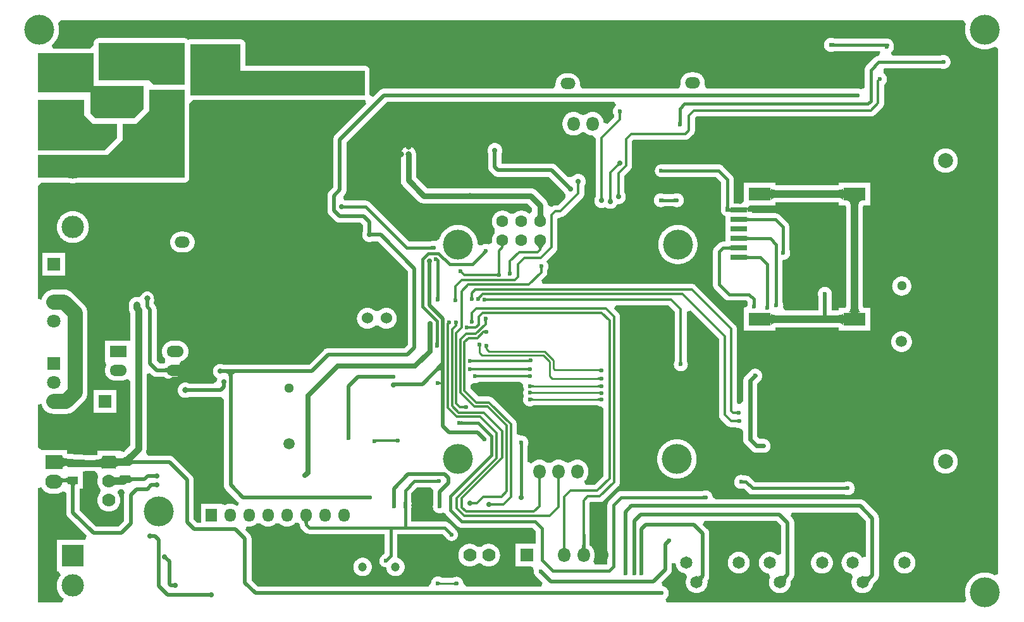
<source format=gbl>
G04*
G04 #@! TF.GenerationSoftware,Altium Limited,Altium Designer,18.1.6 (161)*
G04*
G04 Layer_Physical_Order=2*
G04 Layer_Color=16711680*
%FSTAX24Y24*%
%MOIN*%
G70*
G01*
G75*
%ADD10C,0.0100*%
%ADD11C,0.0098*%
%ADD14C,0.0157*%
%ADD18C,0.0197*%
%ADD25C,0.0118*%
%ADD41R,0.0550X0.0394*%
%ADD156C,0.0236*%
%ADD157C,0.0394*%
%ADD160C,0.0200*%
%ADD162C,0.0300*%
%ADD163C,0.0276*%
%ADD164C,0.0354*%
%ADD165C,0.0800*%
%ADD167O,0.0650X0.0750*%
%ADD168C,0.0650*%
%ADD169O,0.0787X0.0591*%
%ADD170R,0.0591X0.0709*%
%ADD171O,0.0591X0.0709*%
%ADD172C,0.1102*%
%ADD173C,0.0787*%
%ADD174C,0.0315*%
%ADD175C,0.0600*%
%ADD176R,0.1000X0.0700*%
%ADD177O,0.1000X0.0700*%
%ADD178R,0.1000X0.1000*%
%ADD179C,0.1000*%
%ADD180C,0.0700*%
%ADD181C,0.0800*%
%ADD182C,0.0709*%
%ADD183R,0.0709X0.0709*%
%ADD184R,0.1181X0.1181*%
%ADD185C,0.1181*%
%ADD186O,0.0900X0.0600*%
%ADD187R,0.0900X0.0600*%
%ADD188R,0.0700X0.0700*%
%ADD189R,0.0900X0.0750*%
%ADD190O,0.0900X0.0750*%
%ADD191C,0.0630*%
%ADD192R,0.0700X0.0700*%
%ADD193C,0.0236*%
%ADD194C,0.0276*%
%ADD195C,0.1575*%
%ADD196C,0.0472*%
%ADD197C,0.0512*%
%ADD198C,0.0591*%
%ADD199R,0.0906X0.0315*%
%ADD200R,0.1181X0.0709*%
G36*
X053546Y048392D02*
X053549Y048391D01*
X053553Y048391D01*
X053565Y04839D01*
X053605Y048389D01*
X053619Y048389D01*
Y048231D01*
X053544Y048227D01*
Y048393D01*
X053546Y048392D01*
D02*
G37*
G36*
X059313Y04732D02*
X059312Y047321D01*
X05931Y047321D01*
X059241Y047321D01*
X059223Y047479D01*
X059237Y047479D01*
X05929Y047482D01*
X059294Y047483D01*
X059297Y047484D01*
X059299Y047485D01*
X059313Y04732D01*
D02*
G37*
G36*
X060427Y0496D02*
X06048Y049562D01*
X060517Y04951D01*
X060565Y049403D01*
X060558Y049379D01*
X060545Y049326D01*
X060535Y049272D01*
X060528Y049218D01*
X060524Y049164D01*
X060522Y04911D01*
X060524Y049056D01*
X060528Y049002D01*
X060535Y048948D01*
X060545Y048894D01*
X060558Y048841D01*
X060573Y048789D01*
X060591Y048738D01*
X060612Y048688D01*
X060635Y048639D01*
X060661Y048591D01*
X06069Y048545D01*
X06072Y0485D01*
X060754Y048457D01*
X060789Y048416D01*
X060826Y048376D01*
X060866Y048339D01*
X060907Y048304D01*
X06095Y04827D01*
X060995Y04824D01*
X061041Y048211D01*
X061089Y048185D01*
X061138Y048162D01*
X061188Y048141D01*
X061239Y048123D01*
X061291Y048108D01*
X061344Y048095D01*
X061398Y048085D01*
X061452Y048078D01*
X061506Y048074D01*
X06156Y048072D01*
X061614Y048074D01*
X061668Y048078D01*
X061722Y048085D01*
X061776Y048095D01*
X061829Y048108D01*
X061881Y048123D01*
X061932Y048141D01*
X061982Y048162D01*
X062031Y048185D01*
X062079Y048211D01*
X062084Y048215D01*
X062206Y048172D01*
X062281Y048108D01*
Y020442D01*
X062206Y020378D01*
X062084Y020335D01*
X062079Y020339D01*
X062031Y020365D01*
X061982Y020388D01*
X061932Y020409D01*
X061881Y020427D01*
X061829Y020442D01*
X061776Y020455D01*
X061722Y020465D01*
X061668Y020472D01*
X061614Y020476D01*
X06156Y020478D01*
X061506Y020476D01*
X061452Y020472D01*
X061398Y020465D01*
X061344Y020455D01*
X061291Y020442D01*
X061239Y020427D01*
X061188Y020409D01*
X061138Y020388D01*
X061089Y020365D01*
X061041Y020339D01*
X060995Y02031D01*
X06095Y02028D01*
X060907Y020246D01*
X060866Y020211D01*
X060826Y020174D01*
X060789Y020134D01*
X060754Y020093D01*
X06072Y02005D01*
X06069Y020005D01*
X060661Y019959D01*
X060635Y019911D01*
X060612Y019862D01*
X060591Y019812D01*
X060573Y019761D01*
X060558Y019709D01*
X060545Y019656D01*
X060535Y019602D01*
X060528Y019548D01*
X060524Y019494D01*
X060522Y01944D01*
X060524Y019386D01*
X060528Y019332D01*
X060535Y019278D01*
X060545Y019224D01*
X060558Y019171D01*
X060573Y019119D01*
X060585Y019087D01*
X060559Y019016D01*
X06051Y018935D01*
X060455Y01889D01*
X044791Y01889D01*
X044729Y019067D01*
X044734Y019087D01*
X044751Y019098D01*
X044777Y019118D01*
X044801Y019139D01*
X044822Y019163D01*
X044842Y019189D01*
X044859Y019216D01*
X044874Y019244D01*
X044886Y019274D01*
X044896Y019305D01*
X044903Y019336D01*
X044907Y019368D01*
X044908Y0194D01*
X044907Y019432D01*
X044903Y019464D01*
X044896Y019495D01*
X044886Y019526D01*
X044874Y019556D01*
X044859Y019584D01*
X044842Y019611D01*
X044822Y019637D01*
X044801Y019661D01*
X044777Y019682D01*
X044751Y019702D01*
X044724Y019719D01*
X044696Y019734D01*
X044666Y019746D01*
X044635Y019756D01*
X044613Y019761D01*
X044575Y019818D01*
X044552Y019862D01*
X044537Y019938D01*
X044536Y019963D01*
X044977Y020403D01*
X044997Y020426D01*
X045016Y02045D01*
X045032Y020476D01*
X045046Y020503D01*
X045058Y020531D01*
X045067Y02056D01*
X045073Y020589D01*
X045077Y02062D01*
X045079Y02065D01*
Y020979D01*
X045276Y020983D01*
X045276Y020969D01*
X04528Y020928D01*
X045288Y020888D01*
X045298Y020848D01*
X045311Y020809D01*
X045327Y020771D01*
X045345Y020734D01*
X045366Y020699D01*
X045389Y020665D01*
X045415Y020633D01*
X045443Y020603D01*
X045473Y020575D01*
X045505Y020549D01*
X045539Y020526D01*
X045574Y020505D01*
X045611Y020487D01*
X045649Y020471D01*
X045688Y020458D01*
X045728Y020448D01*
X045768Y02044D01*
X045823Y020376D01*
X045838Y020349D01*
X045863Y020272D01*
X045866Y020238D01*
X045857Y020219D01*
X045841Y020181D01*
X045828Y020142D01*
X045818Y020102D01*
X04581Y020062D01*
X045806Y020021D01*
X045805Y01998D01*
X045806Y019939D01*
X04581Y019898D01*
X045818Y019858D01*
X045828Y019818D01*
X045841Y019779D01*
X045857Y019741D01*
X045875Y019704D01*
X045896Y019669D01*
X045919Y019635D01*
X045945Y019603D01*
X045973Y019573D01*
X046003Y019545D01*
X046035Y019519D01*
X046069Y019496D01*
X046104Y019475D01*
X046141Y019457D01*
X046179Y019441D01*
X046218Y019428D01*
X046258Y019418D01*
X046298Y01941D01*
X046339Y019406D01*
X04638Y019405D01*
X046421Y019406D01*
X046462Y01941D01*
X046502Y019418D01*
X046542Y019428D01*
X046581Y019441D01*
X046619Y019457D01*
X046656Y019475D01*
X046691Y019496D01*
X046725Y019519D01*
X046757Y019545D01*
X046787Y019573D01*
X046815Y019603D01*
X046841Y019635D01*
X046864Y019669D01*
X046885Y019704D01*
X046903Y019741D01*
X046919Y019779D01*
X046932Y019818D01*
X046942Y019858D01*
X04695Y019898D01*
X046954Y019939D01*
X046955Y01998D01*
X046954Y020021D01*
X04695Y020057D01*
X046955Y020062D01*
X046967Y020076D01*
X046986Y0201D01*
X047002Y020126D01*
X047016Y020153D01*
X047028Y020181D01*
X047037Y02021D01*
X047043Y020239D01*
X047047Y02027D01*
X047049Y0203D01*
Y02254D01*
X047047Y02257D01*
X047043Y022601D01*
X047037Y02263D01*
X047028Y022659D01*
X047016Y022687D01*
X047002Y022714D01*
X046986Y02274D01*
X046967Y022764D01*
X046947Y022787D01*
X046714Y023019D01*
X046789Y023201D01*
X050596D01*
X050831Y022966D01*
Y021491D01*
X05077Y021447D01*
X05068Y021419D01*
X050634Y021415D01*
X050613Y021435D01*
X050581Y021461D01*
X050547Y021484D01*
X050512Y021505D01*
X050475Y021523D01*
X050437Y021539D01*
X050398Y021552D01*
X050358Y021562D01*
X050318Y02157D01*
X050277Y021574D01*
X050236Y021575D01*
X050195Y021574D01*
X050154Y02157D01*
X050114Y021562D01*
X050074Y021552D01*
X050035Y021539D01*
X049997Y021523D01*
X04996Y021505D01*
X049925Y021484D01*
X049891Y021461D01*
X049859Y021435D01*
X049829Y021407D01*
X049801Y021377D01*
X049775Y021345D01*
X049752Y021311D01*
X049731Y021276D01*
X049713Y021239D01*
X049697Y021201D01*
X049684Y021162D01*
X049674Y021122D01*
X049666Y021082D01*
X049662Y021041D01*
X049661Y021D01*
X049662Y020959D01*
X049666Y020918D01*
X049674Y020878D01*
X049684Y020838D01*
X049697Y020799D01*
X049713Y020761D01*
X049731Y020724D01*
X049752Y020689D01*
X049775Y020655D01*
X049801Y020623D01*
X049829Y020593D01*
X049859Y020565D01*
X049891Y020539D01*
X049925Y020516D01*
X04996Y020495D01*
X049997Y020477D01*
X050035Y020461D01*
X050074Y020448D01*
X050114Y020438D01*
X050154Y02043D01*
X050209Y020366D01*
X050224Y020339D01*
X050249Y020262D01*
X050252Y020228D01*
X050243Y020209D01*
X050227Y020171D01*
X050214Y020132D01*
X050204Y020092D01*
X050196Y020052D01*
X050192Y020011D01*
X050191Y01997D01*
X050192Y019929D01*
X050196Y019888D01*
X050204Y019848D01*
X050214Y019808D01*
X050227Y019769D01*
X050243Y019731D01*
X050261Y019694D01*
X050282Y019659D01*
X050305Y019625D01*
X050331Y019593D01*
X050359Y019563D01*
X050389Y019535D01*
X050421Y019509D01*
X050455Y019486D01*
X05049Y019465D01*
X050527Y019447D01*
X050565Y019431D01*
X050604Y019418D01*
X050644Y019408D01*
X050684Y0194D01*
X050725Y019396D01*
X050766Y019395D01*
X050807Y019396D01*
X050848Y0194D01*
X050888Y019408D01*
X050928Y019418D01*
X050967Y019431D01*
X051005Y019447D01*
X051042Y019465D01*
X051077Y019486D01*
X051111Y019509D01*
X051143Y019535D01*
X051173Y019563D01*
X051201Y019593D01*
X051227Y019625D01*
X05125Y019659D01*
X051271Y019694D01*
X051289Y019731D01*
X051305Y019769D01*
X051318Y019808D01*
X051328Y019848D01*
X051335Y019888D01*
X05134Y019929D01*
X051341Y019968D01*
X051341Y019968D01*
X051341Y01997D01*
X051341Y01997D01*
X051341Y01997D01*
X051342Y019996D01*
X051343Y020013D01*
X051346Y020028D01*
X051348Y02004D01*
X051351Y02005D01*
X051355Y020058D01*
X051358Y020065D01*
X051361Y02007D01*
X051365Y020075D01*
X051374Y020085D01*
X051427Y020137D01*
X051447Y02016D01*
X051466Y020184D01*
X051482Y02021D01*
X051496Y020237D01*
X051508Y020265D01*
X051517Y020294D01*
X051523Y020323D01*
X051527Y020354D01*
X051529Y020384D01*
Y02311D01*
X051527Y02314D01*
X051523Y023171D01*
X051517Y0232D01*
X051508Y023229D01*
X051496Y023257D01*
X051482Y023284D01*
X051466Y02331D01*
X051447Y023334D01*
X051427Y023357D01*
X051324Y023459D01*
X051399Y023641D01*
X054856D01*
X055291Y023206D01*
Y021318D01*
X055237Y021294D01*
X055095Y021276D01*
X055074Y021311D01*
X055051Y021345D01*
X055025Y021377D01*
X054997Y021407D01*
X054967Y021435D01*
X054935Y021461D01*
X054901Y021484D01*
X054866Y021505D01*
X054829Y021523D01*
X054791Y021539D01*
X054752Y021552D01*
X054712Y021562D01*
X054672Y02157D01*
X054631Y021574D01*
X05459Y021575D01*
X054549Y021574D01*
X054508Y02157D01*
X054468Y021562D01*
X054428Y021552D01*
X054389Y021539D01*
X054351Y021523D01*
X054314Y021505D01*
X054279Y021484D01*
X054245Y021461D01*
X054213Y021435D01*
X054183Y021407D01*
X054155Y021377D01*
X054129Y021345D01*
X054106Y021311D01*
X054085Y021276D01*
X054067Y021239D01*
X054051Y021201D01*
X054038Y021162D01*
X054028Y021122D01*
X05402Y021082D01*
X054016Y021041D01*
X054015Y021D01*
X054016Y020959D01*
X05402Y020918D01*
X054028Y020878D01*
X054038Y020838D01*
X054051Y020799D01*
X054067Y020761D01*
X054085Y020724D01*
X054106Y020689D01*
X054129Y020655D01*
X054155Y020623D01*
X054183Y020593D01*
X054213Y020565D01*
X054245Y020539D01*
X054279Y020516D01*
X054314Y020495D01*
X054351Y020477D01*
X054389Y020461D01*
X054428Y020448D01*
X054468Y020438D01*
X054508Y02043D01*
X054563Y020366D01*
X054578Y020339D01*
X054603Y020262D01*
X054606Y020228D01*
X054597Y020209D01*
X054581Y020171D01*
X054568Y020132D01*
X054558Y020092D01*
X05455Y020052D01*
X054546Y020011D01*
X054545Y01997D01*
X054546Y019929D01*
X05455Y019888D01*
X054558Y019848D01*
X054568Y019808D01*
X054581Y019769D01*
X054597Y019731D01*
X054615Y019694D01*
X054636Y019659D01*
X054659Y019625D01*
X054685Y019593D01*
X054713Y019563D01*
X054743Y019535D01*
X054775Y019509D01*
X054809Y019486D01*
X054844Y019465D01*
X054881Y019447D01*
X054919Y019431D01*
X054958Y019418D01*
X054998Y019408D01*
X055038Y0194D01*
X055079Y019396D01*
X05512Y019395D01*
X055161Y019396D01*
X055202Y0194D01*
X055242Y019408D01*
X055282Y019418D01*
X055321Y019431D01*
X055359Y019447D01*
X055396Y019465D01*
X055431Y019486D01*
X055465Y019509D01*
X055497Y019535D01*
X055527Y019563D01*
X055555Y019593D01*
X055581Y019625D01*
X055604Y019659D01*
X055625Y019694D01*
X055643Y019731D01*
X055659Y019769D01*
X055663Y019779D01*
X055665Y019784D01*
X055675Y019814D01*
X055697Y019868D01*
X055705Y019884D01*
X055727Y019924D01*
X055735Y019936D01*
X055743Y019948D01*
X055751Y019957D01*
X055762Y019969D01*
X055887Y020093D01*
X055907Y020116D01*
X055926Y02014D01*
X055942Y020166D01*
X055956Y020193D01*
X055968Y020221D01*
X055977Y02025D01*
X055983Y020279D01*
X055987Y02031D01*
X055989Y02034D01*
Y02335D01*
X055987Y02338D01*
X055983Y023411D01*
X055977Y02344D01*
X055968Y023469D01*
X055956Y023497D01*
X055942Y023524D01*
X055926Y02355D01*
X055907Y023574D01*
X055887Y023597D01*
X055247Y024237D01*
X055224Y024257D01*
X0552Y024276D01*
X055174Y024292D01*
X055147Y024306D01*
X055119Y024318D01*
X05509Y024327D01*
X055061Y024333D01*
X05503Y024337D01*
X055Y024339D01*
X047414D01*
X047395Y024343D01*
X047364Y024357D01*
X047228Y02445D01*
X047227Y024482D01*
X047223Y024514D01*
X047216Y024545D01*
X047206Y024576D01*
X047194Y024606D01*
X047179Y024634D01*
X047162Y024661D01*
X047142Y024687D01*
X047121Y024711D01*
X047097Y024732D01*
X047071Y024752D01*
X047044Y024769D01*
X047016Y024784D01*
X046986Y024796D01*
X046955Y024806D01*
X046924Y024813D01*
X046892Y024817D01*
X04686Y024818D01*
X046828Y024817D01*
X046796Y024813D01*
X046765Y024806D01*
X046734Y024796D01*
X046704Y024784D01*
X046695Y024779D01*
X046693Y024779D01*
X042412D01*
X042412Y024779D01*
X042384Y024778D01*
X042355Y024774D01*
X042327Y024768D01*
X0423Y024759D01*
X042273Y024748D01*
X042248Y024735D01*
X042224Y02472D01*
X042201Y024702D01*
X04218Y024683D01*
X04218Y024683D01*
X041777Y02428D01*
X041758Y024259D01*
X04174Y024236D01*
X041725Y024212D01*
X041712Y024187D01*
X041701Y02416D01*
X041692Y024133D01*
X041686Y024105D01*
X041682Y024076D01*
X041681Y024048D01*
X041681Y024048D01*
Y020946D01*
X041634Y020899D01*
X041047D01*
X040991Y020954D01*
X04097Y020992D01*
X040936Y021096D01*
X040943Y021111D01*
X040959Y021149D01*
X040972Y021188D01*
X040982Y021228D01*
X04099Y021268D01*
X040994Y021309D01*
X040995Y02135D01*
Y02145D01*
X040994Y021491D01*
X04099Y021532D01*
X040982Y021572D01*
X040972Y021612D01*
X040959Y021651D01*
X040943Y021689D01*
X040925Y021726D01*
X040904Y021761D01*
X040881Y021795D01*
X040855Y021827D01*
X040827Y021857D01*
X040797Y021885D01*
X040765Y021911D01*
X040749Y021921D01*
X040749Y021927D01*
X040749Y021928D01*
Y02246D01*
X040748Y022489D01*
X040744Y022517D01*
X040738Y022545D01*
X040729Y022572D01*
Y024152D01*
X04077Y024192D01*
X041282D01*
X041282Y024192D01*
X041312Y024194D01*
X041342Y024198D01*
X041372Y024206D01*
X0414Y024216D01*
X041428Y024229D01*
X041454Y024245D01*
X041478Y024263D01*
X041501Y024283D01*
X042249Y025031D01*
X042249Y025031D01*
X042269Y025054D01*
X042287Y025078D01*
X042303Y025104D01*
X042316Y025132D01*
X042326Y02516D01*
X042333Y02519D01*
X042338Y02522D01*
X042339Y02525D01*
Y03397D01*
X042339Y03397D01*
X042338Y034D01*
X042333Y03403D01*
X042326Y03406D01*
X042316Y034088D01*
X042303Y034116D01*
X042287Y034142D01*
X042269Y034166D01*
X042249Y034189D01*
X042249Y034189D01*
X042049Y034389D01*
X042124Y034571D01*
X044902D01*
X045241Y034232D01*
Y031659D01*
X045231Y031644D01*
X045216Y031616D01*
X045204Y031586D01*
X045194Y031555D01*
X045187Y031524D01*
X045183Y031492D01*
X045182Y03146D01*
X045183Y031428D01*
X045187Y031396D01*
X045194Y031365D01*
X045204Y031334D01*
X045216Y031304D01*
X045231Y031276D01*
X045248Y031249D01*
X045268Y031223D01*
X045289Y031199D01*
X045313Y031178D01*
X045339Y031158D01*
X045366Y031141D01*
X045394Y031126D01*
X045424Y031114D01*
X045455Y031104D01*
X045486Y031097D01*
X045518Y031093D01*
X04555Y031092D01*
X045582Y031093D01*
X045614Y031097D01*
X045645Y031104D01*
X045676Y031114D01*
X045706Y031126D01*
X045734Y031141D01*
X045761Y031158D01*
X045787Y031178D01*
X045811Y031199D01*
X045832Y031223D01*
X045852Y031249D01*
X045869Y031276D01*
X045884Y031304D01*
X045896Y031334D01*
X045906Y031365D01*
X045913Y031396D01*
X045917Y031428D01*
X045918Y03146D01*
X045917Y031492D01*
X045913Y031524D01*
X045906Y031555D01*
X045896Y031586D01*
X045884Y031616D01*
X045869Y031644D01*
X045859Y031659D01*
Y034225D01*
X046056Y034306D01*
X047551Y032812D01*
Y0288D01*
X047551Y0288D01*
X047552Y02877D01*
X047557Y02874D01*
X047564Y02871D01*
X047574Y028682D01*
X047587Y028654D01*
X047603Y028628D01*
X047621Y028604D01*
X047641Y028581D01*
X047981Y028241D01*
X047981Y028241D01*
X048004Y028221D01*
X048028Y028203D01*
X048054Y028187D01*
X048082Y028174D01*
X04811Y028164D01*
X04814Y028157D01*
X04817Y028152D01*
X0482Y028151D01*
X0482Y028151D01*
X048421D01*
X048436Y028141D01*
X048464Y028126D01*
X048494Y028114D01*
X048525Y028104D01*
X048556Y028097D01*
X048588Y028093D01*
X04862Y028092D01*
X048635Y028092D01*
X048661Y028087D01*
X048793Y027998D01*
X048796Y027995D01*
X048815Y02797D01*
X048832Y027936D01*
Y02751D01*
X048833Y027478D01*
X048837Y027446D01*
X048844Y027415D01*
X048854Y027384D01*
X048866Y027354D01*
X048881Y027326D01*
X048898Y027299D01*
X048918Y027273D01*
X048939Y027249D01*
X049289Y026899D01*
X049313Y026878D01*
X049339Y026858D01*
X049366Y026841D01*
X049394Y026826D01*
X049424Y026814D01*
X049455Y026804D01*
X049486Y026797D01*
X049518Y026793D01*
X04955Y026792D01*
X04991D01*
X049942Y026793D01*
X049974Y026797D01*
X050005Y026804D01*
X050036Y026814D01*
X050066Y026826D01*
X050094Y026841D01*
X050121Y026858D01*
X050147Y026878D01*
X050171Y026899D01*
X050192Y026923D01*
X050212Y026949D01*
X050229Y026976D01*
X050244Y027004D01*
X050256Y027034D01*
X050266Y027065D01*
X050273Y027096D01*
X050277Y027128D01*
X050278Y02716D01*
X050277Y027192D01*
X050273Y027224D01*
X050266Y027255D01*
X050256Y027286D01*
X050244Y027316D01*
X050229Y027344D01*
X050212Y027371D01*
X050192Y027397D01*
X050171Y027421D01*
X050147Y027442D01*
X050121Y027462D01*
X050094Y027479D01*
X050066Y027494D01*
X050036Y027506D01*
X050005Y027516D01*
X049974Y027523D01*
X049942Y027527D01*
X04991Y027528D01*
X049703D01*
X049568Y027663D01*
Y030437D01*
X049731Y030599D01*
X049752Y030623D01*
X049772Y030649D01*
X049789Y030676D01*
X049804Y030704D01*
X049816Y030734D01*
X049826Y030765D01*
X049833Y030796D01*
X049837Y030828D01*
X049838Y03086D01*
X049837Y030892D01*
X049833Y030924D01*
X049826Y030955D01*
X049816Y030986D01*
X049804Y031016D01*
X049789Y031044D01*
X049772Y031071D01*
X049752Y031097D01*
X049731Y031121D01*
X049707Y031142D01*
X049681Y031162D01*
X049654Y031179D01*
X049626Y031194D01*
X049596Y031206D01*
X049565Y031216D01*
X049534Y031223D01*
X049502Y031227D01*
X04947Y031228D01*
X049438Y031227D01*
X049406Y031223D01*
X049375Y031216D01*
X049344Y031206D01*
X049314Y031194D01*
X049286Y031179D01*
X049259Y031162D01*
X049233Y031142D01*
X049209Y031121D01*
X048939Y030851D01*
X048918Y030827D01*
X048898Y030801D01*
X048881Y030774D01*
X048866Y030746D01*
X048854Y030716D01*
X048844Y030685D01*
X048837Y030654D01*
X048833Y030622D01*
X048832Y03059D01*
Y02953D01*
X048658Y029368D01*
X048543Y029384D01*
X048521Y029425D01*
X048508Y029466D01*
Y033322D01*
X048506Y033352D01*
X048502Y033382D01*
X048494Y033412D01*
X048484Y03344D01*
X048471Y033468D01*
X048455Y033494D01*
X048437Y033518D01*
X048417Y033541D01*
X048417Y033541D01*
X046339Y035619D01*
X046316Y035639D01*
X046292Y035657D01*
X046266Y035673D01*
X046238Y035686D01*
X04621Y035696D01*
X04618Y035703D01*
X04615Y035708D01*
X04612Y035709D01*
X04612Y035709D01*
X038284D01*
X038209Y035891D01*
X038419Y036101D01*
X038439Y036124D01*
X038457Y036148D01*
X038473Y036174D01*
X038486Y036202D01*
X038496Y03623D01*
X038503Y03626D01*
X038508Y03629D01*
X038509Y03632D01*
X038509Y03632D01*
Y036431D01*
X038519Y036446D01*
X038534Y036474D01*
X038546Y036504D01*
X038556Y036535D01*
X038563Y036566D01*
X038567Y036598D01*
X038568Y03663D01*
X038567Y036662D01*
X038563Y036694D01*
X038556Y036725D01*
X038546Y036756D01*
X038534Y036786D01*
X038519Y036814D01*
X038502Y036841D01*
X038482Y036867D01*
X038461Y036891D01*
X03846Y036912D01*
X038959Y037411D01*
X038959Y037411D01*
X038979Y037434D01*
X038997Y037458D01*
X039013Y037484D01*
X039026Y037512D01*
X039036Y03754D01*
X039043Y03757D01*
X039048Y0376D01*
X039049Y03763D01*
X039049Y03763D01*
Y039129D01*
X03921Y039221D01*
X03924Y039222D01*
X03927Y039227D01*
X0393Y039234D01*
X039328Y039244D01*
X039356Y039257D01*
X039382Y039273D01*
X039406Y039291D01*
X039429Y039311D01*
X040369Y040251D01*
X040369Y040251D01*
X040389Y040274D01*
X040407Y040298D01*
X040423Y040324D01*
X040436Y040352D01*
X040446Y04038D01*
X040453Y04041D01*
X040458Y04044D01*
X040459Y04047D01*
X040459Y04047D01*
Y040886D01*
X040468Y040897D01*
X040486Y040926D01*
X040502Y040956D01*
X040515Y040987D01*
X040525Y04102D01*
X040532Y041053D01*
X040537Y041086D01*
X040538Y04112D01*
X040537Y041154D01*
X040532Y041187D01*
X040525Y04122D01*
X040515Y041253D01*
X040502Y041284D01*
X040486Y041314D01*
X040468Y041343D01*
X040447Y04137D01*
X040424Y041394D01*
X0404Y041417D01*
X040373Y041438D01*
X040344Y041456D01*
X040314Y041472D01*
X040283Y041485D01*
X04025Y041495D01*
X040217Y041502D01*
X040184Y041507D01*
X04015Y041508D01*
X040116Y041507D01*
X040083Y041502D01*
X04005Y041495D01*
X040017Y041485D01*
X039986Y041472D01*
X039956Y041456D01*
X039927Y041438D01*
X0399Y041417D01*
X039876Y041394D01*
X039853Y04137D01*
X039853Y04137D01*
X039744Y041331D01*
X039679Y041322D01*
X039658Y041324D01*
X039607Y041338D01*
X038998Y041948D01*
X038975Y041968D01*
X038951Y041987D01*
X038925Y042003D01*
X038909Y042012D01*
X038898Y042018D01*
X03887Y042029D01*
X038841Y042038D01*
X038811Y042045D01*
X038781Y042049D01*
X03875Y04205D01*
X03609D01*
Y042564D01*
X036102Y042586D01*
X036115Y042617D01*
X036125Y04265D01*
X036132Y042683D01*
X036137Y042716D01*
X036138Y04275D01*
X036137Y042784D01*
X036132Y042817D01*
X036125Y04285D01*
X036115Y042883D01*
X036102Y042914D01*
X036086Y042944D01*
X036068Y042973D01*
X036047Y043D01*
X036024Y043024D01*
X036Y043047D01*
X035973Y043068D01*
X035944Y043086D01*
X035914Y043102D01*
X035883Y043115D01*
X03585Y043125D01*
X035817Y043132D01*
X035784Y043137D01*
X03575Y043138D01*
X035716Y043137D01*
X035683Y043132D01*
X03565Y043125D01*
X035617Y043115D01*
X035586Y043102D01*
X035556Y043086D01*
X035527Y043068D01*
X0355Y043047D01*
X035476Y043024D01*
X035453Y043D01*
X035432Y042973D01*
X035414Y042944D01*
X035398Y042914D01*
X035385Y042883D01*
X035375Y04285D01*
X035368Y042817D01*
X035363Y042784D01*
X035362Y04275D01*
X035363Y042716D01*
X035368Y042683D01*
X035375Y04265D01*
X035385Y042617D01*
X03539Y042607D01*
Y04187D01*
X035391Y041839D01*
X035395Y041809D01*
X035402Y041779D01*
X035411Y04175D01*
X035422Y041722D01*
X035428Y041711D01*
X035437Y041695D01*
X035453Y041669D01*
X035472Y041645D01*
X035492Y041622D01*
X035662Y041452D01*
X035685Y041432D01*
X035709Y041413D01*
X035735Y041397D01*
X035762Y041382D01*
X03579Y041371D01*
X035819Y041362D01*
X035849Y041355D01*
X035879Y041351D01*
X03591Y04135D01*
X038605D01*
X039374Y04058D01*
X039375Y040577D01*
X039388Y040546D01*
X039404Y040516D01*
X039422Y040487D01*
X039443Y04046D01*
X039466Y040436D01*
X039469Y040267D01*
X039467Y040255D01*
X039449Y040206D01*
X039082Y039839D01*
X03894D01*
X03894Y039839D01*
X03891Y039838D01*
X03888Y039833D01*
X03885Y039826D01*
X038822Y039816D01*
X038794Y039803D01*
X038768Y039787D01*
X038747Y039772D01*
X038705Y039778D01*
X038624Y039796D01*
X03855Y039856D01*
X038549Y039875D01*
X038544Y03991D01*
X038537Y039944D01*
X038526Y039977D01*
X038513Y040009D01*
X038497Y04004D01*
X038478Y04007D01*
X038457Y040097D01*
X038433Y040123D01*
X037923Y040633D01*
X037897Y040657D01*
X03787Y040678D01*
X03784Y040697D01*
X037809Y040713D01*
X037777Y040726D01*
X037744Y040737D01*
X03771Y040744D01*
X037675Y040749D01*
X03764Y04075D01*
X032166D01*
X031594Y041322D01*
Y04255D01*
X031593Y042585D01*
X031588Y04262D01*
X03158Y042654D01*
X03157Y042687D01*
X031557Y042719D01*
X03154Y04275D01*
X031522Y04278D01*
X0315Y042807D01*
X031477Y042833D01*
X031451Y042857D01*
X031423Y042878D01*
X031394Y042897D01*
X031363Y042913D01*
X031331Y042926D01*
X031297Y042937D01*
X031263Y042944D01*
X031229Y042949D01*
X031194Y04295D01*
X031159Y042949D01*
X031124Y042944D01*
X03109Y042937D01*
X031057Y042926D01*
X031024Y042913D01*
X030994Y042897D01*
X030964Y042878D01*
X030936Y042857D01*
X030911Y042833D01*
X030887Y042807D01*
X030866Y04278D01*
X030847Y04275D01*
X030831Y042719D01*
X030817Y042687D01*
X030807Y042654D01*
X030799Y04262D01*
X030795Y042585D01*
X030793Y04255D01*
Y041156D01*
X030795Y041121D01*
X030799Y041087D01*
X030807Y041053D01*
X030817Y041019D01*
X030831Y040987D01*
X030847Y040956D01*
X030866Y040927D01*
X030887Y040899D01*
X030911Y040873D01*
X031717Y040067D01*
X031743Y040043D01*
X03177Y040022D01*
X0318Y040003D01*
X031831Y039987D01*
X031863Y039974D01*
X031896Y039963D01*
X03193Y039956D01*
X031965Y039951D01*
X032Y03995D01*
X032667D01*
X032677Y039945D01*
X03271Y039935D01*
X032743Y039928D01*
X032776Y039923D01*
X03281Y039922D01*
X032844Y039923D01*
X032877Y039928D01*
X03291Y039935D01*
X032943Y039945D01*
X032953Y03995D01*
X037474D01*
X037712Y039711D01*
X037704Y039496D01*
X037582Y039399D01*
X037579Y039399D01*
X037531Y039417D01*
X03753Y039418D01*
X03752Y039427D01*
X037489Y039453D01*
X037456Y039476D01*
X037421Y039496D01*
X037385Y039514D01*
X037348Y03953D01*
X037309Y039542D01*
X03727Y039552D01*
X03723Y03956D01*
X03719Y039564D01*
X03715Y039565D01*
X03711Y039564D01*
X03707Y03956D01*
X03703Y039552D01*
X036991Y039542D01*
X036952Y03953D01*
X036915Y039514D01*
X036879Y039496D01*
X036844Y039476D01*
X036811Y039453D01*
X03678Y039427D01*
X036751Y039413D01*
X036698Y0394D01*
X036602D01*
X036549Y039413D01*
X03652Y039427D01*
X036489Y039453D01*
X036456Y039476D01*
X036421Y039496D01*
X036385Y039514D01*
X036348Y03953D01*
X036309Y039542D01*
X03627Y039552D01*
X03623Y03956D01*
X03619Y039564D01*
X03615Y039565D01*
X03611Y039564D01*
X03607Y03956D01*
X03603Y039552D01*
X035991Y039542D01*
X035952Y03953D01*
X035915Y039514D01*
X035879Y039496D01*
X035844Y039476D01*
X035811Y039453D01*
X03578Y039427D01*
X03575Y0394D01*
X035723Y03937D01*
X035697Y039339D01*
X035674Y039306D01*
X035654Y039271D01*
X035636Y039235D01*
X03562Y039198D01*
X035608Y039159D01*
X035598Y03912D01*
X03559Y03908D01*
X035586Y03904D01*
X035585Y039D01*
X035586Y03896D01*
X03559Y03892D01*
X035598Y03888D01*
X035608Y038841D01*
X03562Y038802D01*
X035636Y038765D01*
X035654Y038729D01*
X035674Y038694D01*
X035697Y038661D01*
X035723Y03863D01*
X035737Y038601D01*
X03575Y038548D01*
Y038452D01*
X035737Y038399D01*
X035723Y03837D01*
X035697Y038339D01*
X035674Y038306D01*
X035654Y038271D01*
X035636Y038235D01*
X03562Y038198D01*
X035608Y038159D01*
X035598Y03812D01*
X03559Y03808D01*
X035586Y03804D01*
X035585Y038D01*
X035586Y03796D01*
X03559Y03792D01*
X035593Y037905D01*
X035589Y0379D01*
X035525Y037832D01*
X035449Y03779D01*
X035421Y037781D01*
X035396Y037791D01*
X035365Y037801D01*
X035334Y037808D01*
X035302Y037812D01*
X03527Y037813D01*
X035238Y037812D01*
X035206Y037808D01*
X035175Y037801D01*
X035144Y037791D01*
X035114Y037779D01*
X035086Y037764D01*
X035059Y037747D01*
X035043Y037735D01*
X034946Y037752D01*
X034941Y037753D01*
X034847Y037819D01*
X034846Y037834D01*
X034842Y037888D01*
X034835Y037942D01*
X034825Y037996D01*
X034812Y038049D01*
X034797Y038101D01*
X034779Y038152D01*
X034758Y038202D01*
X034735Y038251D01*
X034709Y038299D01*
X03468Y038345D01*
X03465Y03839D01*
X034616Y038433D01*
X034581Y038474D01*
X034544Y038514D01*
X034504Y038551D01*
X034463Y038586D01*
X03442Y03862D01*
X034375Y03865D01*
X034329Y038679D01*
X034281Y038705D01*
X034232Y038728D01*
X034182Y038749D01*
X034131Y038767D01*
X034079Y038782D01*
X034026Y038795D01*
X033972Y038805D01*
X033918Y038812D01*
X033864Y038816D01*
X03381Y038818D01*
X033756Y038816D01*
X033702Y038812D01*
X033648Y038805D01*
X033594Y038795D01*
X033541Y038782D01*
X033489Y038767D01*
X033438Y038749D01*
X033388Y038728D01*
X033339Y038705D01*
X033291Y038679D01*
X033245Y03865D01*
X0332Y03862D01*
X033157Y038586D01*
X033116Y038551D01*
X033076Y038514D01*
X033039Y038474D01*
X033004Y038433D01*
X03297Y03839D01*
X03294Y038345D01*
X032911Y038299D01*
X032885Y038251D01*
X032862Y038202D01*
X032841Y038152D01*
X032823Y038101D01*
X032822Y038097D01*
X032821Y038095D01*
X03279Y038058D01*
X032781Y038051D01*
X032659Y037979D01*
X032604Y037973D01*
X032572Y037977D01*
X03254Y037978D01*
X032508Y037977D01*
X032476Y037973D01*
X032445Y037966D01*
X032414Y037956D01*
X032384Y037944D01*
X032375Y037939D01*
X032373Y037939D01*
X031226D01*
X029173Y039993D01*
X029152Y040012D01*
X029129Y04003D01*
X029105Y040045D01*
X029079Y040058D01*
X029053Y040069D01*
X029025Y040078D01*
X028997Y040084D01*
X028969Y040088D01*
X02894Y040089D01*
X02894Y040089D01*
X027885D01*
X027874Y040096D01*
X027844Y040112D01*
X027813Y040125D01*
X027755Y040249D01*
X027751Y040268D01*
X027753Y04034D01*
X027827Y040413D01*
X027847Y040436D01*
X027866Y04046D01*
X027882Y040486D01*
X027896Y040513D01*
X027908Y040541D01*
X027917Y04057D01*
X027923Y040599D01*
X027927Y04063D01*
X027929Y04066D01*
Y043176D01*
X030054Y045301D01*
X042024D01*
X042121Y045128D01*
X042119Y045104D01*
X042103Y045092D01*
X042079Y045071D01*
X042058Y045047D01*
X042038Y045021D01*
X042021Y044994D01*
X042006Y044966D01*
X041994Y044936D01*
X041984Y044905D01*
X041977Y044874D01*
X041973Y044842D01*
X041972Y04481D01*
X041973Y044778D01*
X041977Y044746D01*
X041984Y044715D01*
X041994Y044684D01*
X042006Y044654D01*
X042021Y044626D01*
X042031Y044611D01*
Y044488D01*
X041672Y04413D01*
X041497Y044192D01*
X041475Y044211D01*
X041474Y044241D01*
X04147Y044282D01*
X041462Y044322D01*
X041452Y044362D01*
X041439Y044401D01*
X041423Y044439D01*
X041405Y044476D01*
X041384Y044511D01*
X041361Y044545D01*
X041335Y044577D01*
X041307Y044607D01*
X041277Y044635D01*
X041245Y044661D01*
X041211Y044684D01*
X041176Y044705D01*
X041139Y044723D01*
X041101Y044739D01*
X041062Y044752D01*
X041022Y044762D01*
X040982Y04477D01*
X040941Y044774D01*
X0409Y044775D01*
X040859Y044774D01*
X040818Y04477D01*
X040778Y044762D01*
X040738Y044752D01*
X040699Y044739D01*
X040661Y044723D01*
X040624Y044705D01*
X040589Y044684D01*
X040555Y044661D01*
X040526Y044637D01*
X040522Y044634D01*
X040504Y044625D01*
X040437Y044607D01*
X040353D01*
X040286Y044625D01*
X040268Y044634D01*
X040264Y044637D01*
X040235Y044661D01*
X040201Y044684D01*
X040166Y044705D01*
X040129Y044723D01*
X040091Y044739D01*
X040052Y044752D01*
X040012Y044762D01*
X039972Y04477D01*
X039931Y044774D01*
X03989Y044775D01*
X039849Y044774D01*
X039808Y04477D01*
X039768Y044762D01*
X039728Y044752D01*
X039689Y044739D01*
X039651Y044723D01*
X039614Y044705D01*
X039579Y044684D01*
X039545Y044661D01*
X039513Y044635D01*
X039483Y044607D01*
X039455Y044577D01*
X039429Y044545D01*
X039406Y044511D01*
X039385Y044476D01*
X039367Y044439D01*
X039351Y044401D01*
X039338Y044362D01*
X039328Y044322D01*
X03932Y044282D01*
X039316Y044241D01*
X039315Y0442D01*
Y0441D01*
X039316Y044059D01*
X03932Y044018D01*
X039328Y043978D01*
X039338Y043938D01*
X039351Y043899D01*
X039367Y043861D01*
X039385Y043824D01*
X039406Y043789D01*
X039429Y043755D01*
X039455Y043723D01*
X039483Y043693D01*
X039513Y043665D01*
X039545Y043639D01*
X039579Y043616D01*
X039614Y043595D01*
X039651Y043577D01*
X039689Y043561D01*
X039728Y043548D01*
X039768Y043538D01*
X039808Y04353D01*
X039849Y043526D01*
X03989Y043525D01*
X039931Y043526D01*
X039972Y04353D01*
X040012Y043538D01*
X040052Y043548D01*
X040091Y043561D01*
X040129Y043577D01*
X040166Y043595D01*
X040201Y043616D01*
X040235Y043639D01*
X040264Y043663D01*
X040268Y043666D01*
X040286Y043675D01*
X040353Y043693D01*
X040437D01*
X040504Y043675D01*
X040522Y043666D01*
X040526Y043663D01*
X040555Y043639D01*
X040589Y043616D01*
X040624Y043595D01*
X040661Y043577D01*
X040699Y043561D01*
X040738Y043548D01*
X040778Y043538D01*
X040818Y04353D01*
X040859Y043526D01*
X04089Y043525D01*
X040909Y043522D01*
X040909Y043521D01*
X040946Y043501D01*
X040979Y043474D01*
X04101Y043444D01*
X041047Y0434D01*
X041068Y043358D01*
X041071Y043347D01*
Y040324D01*
X041062Y040313D01*
X041044Y040284D01*
X041028Y040254D01*
X041015Y040223D01*
X041005Y04019D01*
X040998Y040157D01*
X040993Y040124D01*
X040992Y04009D01*
X040993Y040056D01*
X040998Y040023D01*
X041005Y03999D01*
X041015Y039957D01*
X041028Y039926D01*
X041044Y039896D01*
X041062Y039867D01*
X041083Y03984D01*
X041106Y039816D01*
X04113Y039793D01*
X041157Y039772D01*
X041186Y039754D01*
X041216Y039738D01*
X041247Y039725D01*
X04128Y039715D01*
X041313Y039708D01*
X041346Y039703D01*
X04138Y039702D01*
X041414Y039703D01*
X041447Y039708D01*
X04148Y039715D01*
X041513Y039725D01*
X041544Y039738D01*
X041574Y039754D01*
X041577Y039756D01*
X04158Y039753D01*
X041607Y039732D01*
X041636Y039714D01*
X041666Y039698D01*
X041697Y039685D01*
X04173Y039675D01*
X041763Y039668D01*
X041796Y039663D01*
X04183Y039662D01*
X041864Y039663D01*
X041897Y039668D01*
X04193Y039675D01*
X041963Y039685D01*
X041994Y039698D01*
X042024Y039714D01*
X042053Y039732D01*
X04208Y039753D01*
X042104Y039776D01*
X042127Y0398D01*
X042148Y039827D01*
X042166Y039856D01*
X042182Y039886D01*
X042195Y039917D01*
X042195Y039917D01*
X042226Y039913D01*
X04226Y039912D01*
X042294Y039913D01*
X042327Y039918D01*
X04236Y039925D01*
X042393Y039935D01*
X042424Y039948D01*
X042454Y039964D01*
X042483Y039982D01*
X04251Y040003D01*
X042534Y040026D01*
X042557Y04005D01*
X042578Y040077D01*
X042596Y040106D01*
X042612Y040136D01*
X042625Y040167D01*
X042635Y0402D01*
X042642Y040233D01*
X042647Y040266D01*
X042648Y0403D01*
X042647Y040334D01*
X042642Y040367D01*
X042635Y0404D01*
X042625Y040433D01*
X042612Y040464D01*
X042596Y040494D01*
X042578Y040523D01*
X042569Y040534D01*
Y0414D01*
X042879Y041709D01*
X042879Y041709D01*
X042899Y041732D01*
X042917Y041756D01*
X042933Y041782D01*
X042946Y04181D01*
X042956Y041838D01*
X042963Y041868D01*
X042968Y041898D01*
X042969Y041928D01*
X042969Y041928D01*
Y043222D01*
X043058Y043311D01*
X045795D01*
X045795Y043311D01*
X045826Y043312D01*
X045856Y043317D01*
X045885Y043324D01*
X045914Y043334D01*
X045941Y043347D01*
X045967Y043363D01*
X045992Y043381D01*
X046014Y043401D01*
X046199Y043586D01*
X046199Y043586D01*
X046219Y043608D01*
X046237Y043633D01*
X046253Y043659D01*
X046266Y043686D01*
X046276Y043715D01*
X046283Y043744D01*
X046288Y043774D01*
X046289Y043805D01*
Y044456D01*
X046374Y044541D01*
X05557D01*
X05557Y044541D01*
X0556Y044542D01*
X05563Y044547D01*
X05566Y044554D01*
X055688Y044564D01*
X055716Y044577D01*
X055742Y044593D01*
X055766Y044611D01*
X055789Y044631D01*
X056169Y045011D01*
X056189Y045034D01*
X056207Y045058D01*
X056223Y045084D01*
X056236Y045112D01*
X056246Y04514D01*
X056253Y04517D01*
X056258Y0452D01*
X056259Y04523D01*
Y046204D01*
X056277Y046218D01*
X056301Y046239D01*
X056322Y046263D01*
X056342Y046289D01*
X056359Y046316D01*
X056374Y046344D01*
X056386Y046374D01*
X056396Y046405D01*
X056403Y046436D01*
X056407Y046468D01*
X056408Y0465D01*
X056407Y046532D01*
X056403Y046564D01*
X056396Y046595D01*
X056386Y046626D01*
X056374Y046656D01*
X056359Y046684D01*
X056342Y046711D01*
X056322Y046737D01*
X056301Y046761D01*
X056277Y046782D01*
X056251Y046802D01*
X056224Y046819D01*
X056233Y046987D01*
X056242Y047028D01*
X056268Y047071D01*
X059238D01*
X059239Y047071D01*
X059247Y047071D01*
X059264Y047064D01*
X059295Y047054D01*
X059326Y047047D01*
X059358Y047043D01*
X05939Y047042D01*
X059422Y047043D01*
X059454Y047047D01*
X059485Y047054D01*
X059516Y047064D01*
X059546Y047076D01*
X059574Y047091D01*
X059601Y047108D01*
X059627Y047128D01*
X059651Y047149D01*
X059672Y047173D01*
X059692Y047199D01*
X059709Y047226D01*
X059724Y047254D01*
X059736Y047284D01*
X059746Y047315D01*
X059753Y047346D01*
X059757Y047378D01*
X059758Y04741D01*
X059757Y047442D01*
X059753Y047474D01*
X059746Y047505D01*
X059736Y047536D01*
X059724Y047566D01*
X059709Y047594D01*
X059692Y047621D01*
X059672Y047647D01*
X059651Y047671D01*
X059627Y047692D01*
X059601Y047712D01*
X059574Y047729D01*
X059546Y047744D01*
X059516Y047756D01*
X059485Y047766D01*
X059454Y047773D01*
X059422Y047777D01*
X05939Y047778D01*
X059358Y047777D01*
X059326Y047773D01*
X059295Y047766D01*
X059264Y047756D01*
X059234Y047744D01*
X059206Y047729D01*
X059206Y047729D01*
X056707D01*
X056649Y047851D01*
X056644Y047926D01*
X056647Y047928D01*
X056671Y047949D01*
X056692Y047973D01*
X056712Y047999D01*
X056729Y048026D01*
X056744Y048054D01*
X056756Y048084D01*
X056766Y048115D01*
X056773Y048146D01*
X056777Y048178D01*
X056778Y04821D01*
X056777Y048242D01*
X056773Y048274D01*
X056766Y048305D01*
X056758Y04833D01*
X056758Y048339D01*
X056754Y048367D01*
X056748Y048395D01*
X056739Y048423D01*
X056733Y048438D01*
X056728Y048449D01*
X056715Y048475D01*
X0567Y048499D01*
X056682Y048522D01*
X056663Y048543D01*
X056642Y048562D01*
X056619Y04858D01*
X056595Y048595D01*
X056569Y048608D01*
X056558Y048613D01*
X056543Y048619D01*
X056515Y048628D01*
X056487Y048634D01*
X056459Y048638D01*
X05643Y048639D01*
X053625D01*
X053616Y048644D01*
X053586Y048656D01*
X053555Y048666D01*
X053524Y048673D01*
X053492Y048677D01*
X05346Y048678D01*
X053428Y048677D01*
X053396Y048673D01*
X053365Y048666D01*
X053334Y048656D01*
X053304Y048644D01*
X053276Y048629D01*
X053249Y048612D01*
X053223Y048592D01*
X053199Y048571D01*
X053178Y048547D01*
X053158Y048521D01*
X053141Y048494D01*
X053126Y048466D01*
X053114Y048436D01*
X053104Y048405D01*
X053097Y048374D01*
X053093Y048342D01*
X053092Y04831D01*
X053093Y048278D01*
X053097Y048246D01*
X053104Y048215D01*
X053114Y048184D01*
X053126Y048154D01*
X053141Y048126D01*
X053158Y048099D01*
X053178Y048073D01*
X053199Y048049D01*
X053223Y048028D01*
X053249Y048008D01*
X053276Y047991D01*
X053304Y047976D01*
X053334Y047964D01*
X053365Y047954D01*
X053396Y047947D01*
X053428Y047943D01*
X05346Y047942D01*
X053492Y047943D01*
X053524Y047947D01*
X053555Y047954D01*
X053586Y047964D01*
X053616Y047976D01*
X053625Y047981D01*
X053627Y047981D01*
X056D01*
X056074Y047925D01*
X056004Y04778D01*
X055956Y047728D01*
X055951Y047728D01*
X055923Y047724D01*
X055895Y047718D01*
X055867Y047709D01*
X055841Y047698D01*
X055815Y047685D01*
X055791Y04767D01*
X055768Y047652D01*
X055747Y047633D01*
X055747Y047633D01*
X055327Y047213D01*
X055308Y047192D01*
X05529Y047169D01*
X055275Y047145D01*
X055262Y047119D01*
X055251Y047093D01*
X055242Y047065D01*
X055236Y047037D01*
X055232Y047009D01*
X055231Y04698D01*
X055231Y04698D01*
Y046071D01*
X055162Y046012D01*
X055151Y046006D01*
X055034Y04597D01*
X055026Y045974D01*
X054996Y045986D01*
X054965Y045996D01*
X054934Y046003D01*
X054902Y046007D01*
X05487Y046008D01*
X054838Y046007D01*
X054806Y046003D01*
X054787Y045999D01*
X046941D01*
X046931Y046003D01*
X046883Y04604D01*
X046874Y046052D01*
X046802Y046194D01*
X046809Y046232D01*
X046813Y046271D01*
X046814Y04631D01*
X046813Y046349D01*
X046809Y046388D01*
X046802Y046426D01*
X046792Y046464D01*
X04678Y046501D01*
X046765Y046537D01*
X046747Y046571D01*
X046727Y046605D01*
X046705Y046637D01*
X046681Y046667D01*
X046654Y046696D01*
X046626Y046722D01*
X046595Y046747D01*
X046563Y046769D01*
X04653Y046789D01*
X046495Y046806D01*
X046459Y046821D01*
X046422Y046834D01*
X046384Y046843D01*
X046346Y04685D01*
X046307Y046854D01*
X046268Y046856D01*
X046072D01*
X046033Y046854D01*
X045994Y04685D01*
X045956Y046843D01*
X045918Y046834D01*
X045881Y046821D01*
X045845Y046806D01*
X04581Y046789D01*
X045777Y046769D01*
X045745Y046747D01*
X045714Y046722D01*
X045686Y046696D01*
X045659Y046667D01*
X045635Y046637D01*
X045613Y046605D01*
X045593Y046571D01*
X045575Y046537D01*
X04556Y046501D01*
X045548Y046464D01*
X045538Y046426D01*
X045532Y046388D01*
X045527Y046349D01*
X045526Y04631D01*
X045527Y046271D01*
X045532Y046232D01*
X045538Y046194D01*
X045466Y046052D01*
X045457Y04604D01*
X045409Y046003D01*
X045399Y045999D01*
X040382D01*
X040376Y046001D01*
X040327Y046032D01*
X040316Y046044D01*
X040232Y046177D01*
X04023Y046196D01*
X040233Y046221D01*
X040234Y04626D01*
X040233Y046299D01*
X040228Y046337D01*
X040222Y046376D01*
X040212Y046414D01*
X0402Y046451D01*
X040185Y046487D01*
X040167Y046521D01*
X040147Y046555D01*
X040125Y046587D01*
X040101Y046617D01*
X040074Y046646D01*
X040046Y046672D01*
X040015Y046697D01*
X039983Y046719D01*
X03995Y046739D01*
X039915Y046756D01*
X039879Y046771D01*
X039842Y046783D01*
X039804Y046793D01*
X039766Y0468D01*
X039727Y046804D01*
X039688Y046805D01*
X039492D01*
X039453Y046804D01*
X039414Y0468D01*
X039376Y046793D01*
X039338Y046783D01*
X039301Y046771D01*
X039265Y046756D01*
X03923Y046739D01*
X039197Y046719D01*
X039165Y046697D01*
X039134Y046672D01*
X039106Y046646D01*
X039079Y046617D01*
X039055Y046587D01*
X039033Y046555D01*
X039013Y046521D01*
X038995Y046487D01*
X03898Y046451D01*
X038968Y046414D01*
X038958Y046376D01*
X038952Y046337D01*
X038947Y046299D01*
X038946Y04626D01*
X038947Y046221D01*
X03895Y046196D01*
X038948Y046177D01*
X038864Y046044D01*
X038853Y046032D01*
X038804Y046001D01*
X038798Y045999D01*
X02991D01*
X02988Y045997D01*
X029849Y045993D01*
X02982Y045987D01*
X029791Y045978D01*
X029763Y045966D01*
X029736Y045952D01*
X02971Y045936D01*
X029686Y045917D01*
X029663Y045897D01*
X02934Y045573D01*
X029229Y045602D01*
X029195Y045623D01*
X02915Y045662D01*
Y04695D01*
X029149Y046978D01*
X029144Y047006D01*
X029136Y047033D01*
X029126Y047059D01*
X029112Y047083D01*
X029096Y047106D01*
X029077Y047127D01*
X029056Y047146D01*
X029033Y047162D01*
X029009Y047176D01*
X028983Y047186D01*
X028956Y047194D01*
X028928Y047199D01*
X0289Y0472D01*
X0226D01*
Y04835D01*
X022599Y048378D01*
X022594Y048406D01*
X022586Y048433D01*
X022576Y048459D01*
X022562Y048483D01*
X022546Y048506D01*
X022527Y048527D01*
X022506Y048546D01*
X022483Y048562D01*
X022459Y048576D01*
X022433Y048586D01*
X022406Y048594D01*
X022378Y048599D01*
X02235Y0486D01*
X0197D01*
X019672Y048599D01*
X019644Y048594D01*
X019617Y048586D01*
X019591Y048576D01*
X019582Y04857D01*
X019567Y048587D01*
X019546Y048606D01*
X019523Y048622D01*
X019499Y048636D01*
X019473Y048646D01*
X019446Y048654D01*
X019418Y048659D01*
X01939Y04866D01*
X01486Y04866D01*
X014832Y048659D01*
X014804Y048654D01*
X014777Y048646D01*
X014751Y048636D01*
X014727Y048622D01*
X014704Y048606D01*
X014683Y048587D01*
X014664Y048566D01*
X014648Y048543D01*
X014634Y048519D01*
X014624Y048493D01*
X014616Y048466D01*
X014611Y048438D01*
X01461Y04841D01*
Y048299D01*
X014413Y04811D01*
X012478D01*
X012412Y048254D01*
X012409Y048307D01*
X012434Y048329D01*
X012474Y048366D01*
X012511Y048406D01*
X012546Y048447D01*
X01258Y04849D01*
X01261Y048535D01*
X012639Y048581D01*
X012665Y048629D01*
X012688Y048678D01*
X012709Y048728D01*
X012727Y048779D01*
X012742Y048831D01*
X012755Y048884D01*
X012765Y048938D01*
X012772Y048992D01*
X012776Y049046D01*
X012778Y0491D01*
X012776Y049154D01*
X012772Y049208D01*
X012765Y049262D01*
X012755Y049316D01*
X012742Y049369D01*
X012732Y049403D01*
X012737Y049437D01*
X012809Y049553D01*
X012867Y0496D01*
X060427Y0496D01*
D02*
G37*
G36*
X01939Y04841D02*
X01939Y0462D01*
X01778Y0462D01*
X01755Y04643D01*
X01486D01*
X01486Y04841D01*
X01939Y04841D01*
D02*
G37*
G36*
X02235Y04695D02*
X0289D01*
Y04565D01*
X0197D01*
Y04835D01*
X02235D01*
Y04695D01*
D02*
G37*
G36*
X042418Y044721D02*
X042414Y044715D01*
X042411Y044708D01*
X042408Y0447D01*
X042405Y044692D01*
X042403Y044683D01*
X042401Y044672D01*
X0424Y044661D01*
X042399Y044637D01*
X042281D01*
X042281Y04465D01*
X042279Y044672D01*
X042277Y044683D01*
X042275Y044692D01*
X042272Y0447D01*
X042269Y044708D01*
X042266Y044715D01*
X042262Y044721D01*
X042257Y044726D01*
X042423D01*
X042418Y044721D01*
D02*
G37*
G36*
X01459Y04614D02*
X01725D01*
Y04495D01*
X01674Y04444D01*
X01471Y04444D01*
X01445Y0447D01*
X01445Y0458D01*
X01168D01*
Y04786D01*
X01459D01*
Y04614D01*
D02*
G37*
G36*
X045575Y044174D02*
X045409D01*
X04541Y044176D01*
X045411Y044179D01*
X045411Y044183D01*
X045412Y044195D01*
X045413Y044235D01*
X045413Y044249D01*
X045571D01*
X045575Y044174D01*
D02*
G37*
G36*
X0194Y04595D02*
X0194Y0413D01*
X01168Y0413D01*
Y0425D01*
X01535Y0425D01*
X01615Y0433D01*
Y04415D01*
X01685Y04415D01*
X01755Y04485D01*
X01755Y04595D01*
X0194Y04595D01*
D02*
G37*
G36*
X01411Y04459D02*
X01455Y04415D01*
X01585Y04415D01*
X01585Y0434D01*
X0152Y04275D01*
X01168Y04275D01*
X01168Y04542D01*
X01411D01*
Y04459D01*
D02*
G37*
G36*
X042339Y041932D02*
X042328Y041932D01*
X042318Y04193D01*
X042307Y041928D01*
X042297Y041924D01*
X042287Y04192D01*
X042276Y041914D01*
X042266Y041908D01*
X042256Y0419D01*
X042245Y041891D01*
X042235Y041882D01*
X042152Y041965D01*
X042161Y041975D01*
X04217Y041986D01*
X042178Y041996D01*
X042184Y042006D01*
X04219Y042017D01*
X042194Y042027D01*
X042198Y042037D01*
X0422Y042048D01*
X042202Y042058D01*
X042202Y042069D01*
X042339Y041932D01*
D02*
G37*
G36*
X028927Y045355D02*
X028948Y045321D01*
X028977Y04521D01*
X027333Y043567D01*
X027313Y043544D01*
X027294Y04352D01*
X027278Y043494D01*
X027264Y043467D01*
X027252Y043439D01*
X027243Y04341D01*
X027237Y043381D01*
X027233Y04335D01*
X027231Y04332D01*
Y040804D01*
X027023Y040597D01*
X027003Y040574D01*
X026984Y04055D01*
X026968Y040524D01*
X026954Y040497D01*
X026942Y040469D01*
X026933Y04044D01*
X026927Y040411D01*
X026923Y04038D01*
X026921Y04035D01*
Y03958D01*
X026923Y03955D01*
X026927Y039519D01*
X026933Y03949D01*
X026942Y039461D01*
X026954Y039433D01*
X026968Y039406D01*
X026984Y03938D01*
X027003Y039356D01*
X027023Y039333D01*
X027323Y039033D01*
X027346Y039013D01*
X02737Y038994D01*
X027396Y038978D01*
X027423Y038964D01*
X027451Y038952D01*
X02748Y038943D01*
X027509Y038937D01*
X02754Y038933D01*
X02757Y038931D01*
X028676D01*
X028793Y038814D01*
Y03847D01*
X02879Y038464D01*
X028777Y038433D01*
X028767Y0384D01*
X028759Y038367D01*
X028755Y038334D01*
X028754Y0383D01*
X028755Y038266D01*
X028759Y038233D01*
X028767Y0382D01*
X028777Y038167D01*
X02879Y038136D01*
X028806Y038106D01*
X028824Y038077D01*
X028844Y03805D01*
X028867Y038026D01*
X028892Y038003D01*
X028919Y037982D01*
X028948Y037964D01*
X028978Y037948D01*
X029009Y037935D01*
X029041Y037925D01*
X029074Y037918D01*
X029108Y037913D01*
X029142Y037912D01*
X029176Y037913D01*
X029209Y037918D01*
X029242Y037925D01*
X029274Y037935D01*
X029306Y037948D01*
X029312Y037951D01*
X029576D01*
X031161Y036366D01*
Y032494D01*
X030986Y032319D01*
X02697D01*
X02694Y032317D01*
X026909Y032313D01*
X02688Y032307D01*
X026851Y032298D01*
X026823Y032286D01*
X026796Y032272D01*
X02677Y032256D01*
X026746Y032237D01*
X026723Y032217D01*
X025956Y031449D01*
X02145D01*
X021444Y031452D01*
X021413Y031465D01*
X02138Y031475D01*
X021347Y031482D01*
X021314Y031487D01*
X02128Y031488D01*
X021246Y031487D01*
X021213Y031482D01*
X02118Y031475D01*
X021147Y031465D01*
X021116Y031452D01*
X021086Y031436D01*
X021057Y031418D01*
X02103Y031397D01*
X021006Y031374D01*
X020983Y03135D01*
X020962Y031323D01*
X020944Y031294D01*
X020928Y031264D01*
X020915Y031233D01*
X020905Y0312D01*
X020898Y031167D01*
X020893Y031134D01*
X020892Y0311D01*
X020893Y031066D01*
X020898Y031033D01*
X020905Y031D01*
X020915Y030967D01*
X020928Y030936D01*
X020944Y030906D01*
X020962Y030877D01*
X020983Y03085D01*
X021006Y030826D01*
X02103Y030803D01*
X021057Y030782D01*
X021116Y030737D01*
X021118Y030694D01*
X021105Y030663D01*
X021095Y03063D01*
X021088Y030597D01*
X021083Y030564D01*
X021082Y03053D01*
X020921Y030456D01*
X020891Y030449D01*
X019663D01*
X019663Y030449D01*
X019651Y030449D01*
X019644Y030453D01*
X019612Y03047D01*
X019579Y030483D01*
X019546Y030494D01*
X019511Y030502D01*
X019476Y030506D01*
X01944Y030508D01*
X019404Y030506D01*
X019369Y030502D01*
X019334Y030494D01*
X019301Y030483D01*
X019268Y03047D01*
X019236Y030453D01*
X019206Y030434D01*
X019178Y030412D01*
X019152Y030388D01*
X019128Y030362D01*
X019106Y030334D01*
X019087Y030304D01*
X01907Y030272D01*
X019057Y03024D01*
X019046Y030206D01*
X019038Y030171D01*
X019034Y030136D01*
X019032Y0301D01*
X019034Y030064D01*
X019038Y030029D01*
X019046Y029994D01*
X019057Y02996D01*
X01907Y029928D01*
X019087Y029896D01*
X019106Y029866D01*
X019128Y029838D01*
X019152Y029812D01*
X019178Y029788D01*
X019206Y029766D01*
X019236Y029747D01*
X019268Y02973D01*
X019301Y029717D01*
X019334Y029706D01*
X019369Y029698D01*
X019404Y029694D01*
X01944Y029692D01*
X019476Y029694D01*
X019511Y029698D01*
X019546Y029706D01*
X019579Y029717D01*
X019612Y02973D01*
X019644Y029747D01*
X019651Y029751D01*
X019659Y029751D01*
X01966Y029751D01*
X02131D01*
X021441Y029639D01*
X021444Y029635D01*
X021459Y029611D01*
X021471Y029579D01*
Y02509D01*
X021473Y02506D01*
X021477Y025029D01*
X021483Y025D01*
X021492Y024971D01*
X021504Y024943D01*
X021518Y024916D01*
X021534Y02489D01*
X021553Y024866D01*
X021573Y024843D01*
X022213Y024203D01*
X022236Y024183D01*
X022252Y02417D01*
X022244Y024098D01*
X022233Y024053D01*
X022127Y024006D01*
X022095Y024028D01*
X022061Y024048D01*
X022027Y024065D01*
X021991Y02408D01*
X021954Y024093D01*
X021916Y024102D01*
X021878Y024109D01*
X021839Y024113D01*
X0218Y024115D01*
X021761Y024113D01*
X021722Y024109D01*
X021684Y024102D01*
X021646Y024093D01*
X021609Y02408D01*
X021573Y024065D01*
X021539Y024048D01*
X021345Y024114D01*
Y024114D01*
X020255D01*
Y023109D01*
X020054D01*
X019879Y023284D01*
Y02536D01*
X019877Y02539D01*
X019873Y025421D01*
X019867Y02545D01*
X019858Y025479D01*
X019846Y025507D01*
X019832Y025534D01*
X019816Y02556D01*
X019797Y025584D01*
X019777Y025607D01*
X018837Y026547D01*
X018814Y026567D01*
X01879Y026586D01*
X018764Y026602D01*
X018737Y026616D01*
X018709Y026628D01*
X01868Y026637D01*
X018651Y026643D01*
X01862Y026647D01*
X01859Y026649D01*
X017476D01*
X017424Y026693D01*
X017412Y026709D01*
X017355Y026836D01*
X017367Y026868D01*
X017376Y0269D01*
X017382Y026933D01*
X017386Y026966D01*
X017387Y027D01*
X017387Y027D01*
Y03094D01*
X017569Y031015D01*
X017682Y030902D01*
X017705Y030882D01*
X017729Y030863D01*
X017755Y030847D01*
X017771Y030838D01*
X017782Y030832D01*
X01781Y030821D01*
X017839Y030812D01*
X017869Y030805D01*
X017899Y030801D01*
X01793Y0308D01*
X018263D01*
X018263Y0308D01*
X018307Y030799D01*
X018331Y030797D01*
X018333Y030795D01*
X018335Y030792D01*
X018337Y03079D01*
X018344Y030782D01*
X018351Y030774D01*
X018354Y030772D01*
X018356Y030769D01*
X018364Y030762D01*
X018372Y030755D01*
X018375Y030753D01*
X018377Y030751D01*
X018386Y030745D01*
X018395Y030739D01*
X018398Y030737D01*
X018401Y030735D01*
X01841Y03073D01*
X01842Y030725D01*
X018423Y030724D01*
X018426Y030723D01*
X018436Y030719D01*
X018446Y030714D01*
X018449Y030714D01*
X018452Y030712D01*
X018462Y03071D01*
X018473Y030707D01*
X018476Y030706D01*
X018479Y030705D01*
X01849Y030704D01*
X0185Y030702D01*
X018504Y030702D01*
X018507Y030701D01*
X018518Y030701D01*
X018529Y0307D01*
X018532Y030701D01*
X018535Y0307D01*
X018546Y030701D01*
X018557Y030702D01*
X01856Y030702D01*
X018563Y030703D01*
X018573Y030705D01*
X018584Y030707D01*
X018587Y030708D01*
X01859Y030708D01*
X018601Y030711D01*
X018611Y030714D01*
X018614Y030716D01*
X018617Y030717D01*
X018627Y030721D01*
X018637Y030725D01*
X01864Y030727D01*
X018643Y030728D01*
X018652Y030733D01*
X018662Y030739D01*
X018664Y030741D01*
X018667Y030742D01*
X018676Y030749D01*
X018685Y030755D01*
X018687Y030757D01*
X018689Y030759D01*
X018697Y030766D01*
X018706Y030774D01*
X018708Y030776D01*
X01871Y030778D01*
X018717Y030786D01*
X018724Y030795D01*
X018726Y030797D01*
X018728Y0308D01*
X018728Y0308D01*
X0189D01*
X018931Y030801D01*
X018961Y030805D01*
X018991Y030812D01*
X01902Y030821D01*
X019048Y030832D01*
X019075Y030847D01*
X019101Y030863D01*
X019125Y030882D01*
X019148Y030902D01*
X019168Y030925D01*
X019187Y030949D01*
X019203Y030975D01*
X019218Y031002D01*
X019229Y03103D01*
X019238Y031059D01*
X019245Y031089D01*
X019249Y031119D01*
X01925Y03115D01*
X019249Y031181D01*
X019245Y031211D01*
X019238Y031241D01*
X019229Y03127D01*
X019218Y031298D01*
X019203Y031325D01*
X019187Y031351D01*
X019168Y031375D01*
X019148Y031398D01*
X019136Y031408D01*
X019133Y031481D01*
X019142Y031527D01*
X019185Y031617D01*
X019205Y031622D01*
X019242Y031634D01*
X019279Y031649D01*
X019314Y031667D01*
X019348Y031687D01*
X01938Y031709D01*
X01941Y031734D01*
X019439Y031761D01*
X019466Y03179D01*
X019491Y03182D01*
X019513Y031852D01*
X019533Y031886D01*
X019551Y031921D01*
X019566Y031958D01*
X019578Y031995D01*
X019588Y032033D01*
X019595Y032072D01*
X019599Y032111D01*
X0196Y03215D01*
X019599Y032189D01*
X019595Y032228D01*
X019588Y032267D01*
X019578Y032305D01*
X019566Y032342D01*
X019551Y032379D01*
X019533Y032414D01*
X019513Y032448D01*
X019491Y03248D01*
X019466Y03251D01*
X019439Y032539D01*
X01941Y032566D01*
X01938Y032591D01*
X019348Y032613D01*
X019314Y032633D01*
X019279Y032651D01*
X019242Y032666D01*
X019205Y032678D01*
X019167Y032688D01*
X019128Y032695D01*
X019089Y032699D01*
X01905Y0327D01*
X01875D01*
X018711Y032699D01*
X018672Y032695D01*
X018633Y032688D01*
X018595Y032678D01*
X018558Y032666D01*
X018521Y032651D01*
X018486Y032633D01*
X018452Y032613D01*
X01842Y032591D01*
X01839Y032566D01*
X018361Y032539D01*
X018334Y03251D01*
X018309Y03248D01*
X018287Y032448D01*
X018267Y032414D01*
X018249Y032379D01*
X018234Y032342D01*
X018222Y032305D01*
X018212Y032267D01*
X018205Y032228D01*
X018201Y032189D01*
X0182Y03215D01*
X018201Y032111D01*
X018205Y032072D01*
X018212Y032033D01*
X018222Y031995D01*
X018234Y031958D01*
X018249Y031921D01*
X018267Y031886D01*
X018287Y031852D01*
X018309Y03182D01*
X018334Y03179D01*
X018361Y031761D01*
X018378Y031713D01*
X01838Y031705D01*
X01838Y031703D01*
X018379Y031648D01*
X018367Y031563D01*
X018357Y031535D01*
X018348Y031523D01*
X018344Y031518D01*
X018337Y03151D01*
X018335Y031508D01*
X018333Y031505D01*
X018332Y031504D01*
X018303Y031501D01*
X018263Y0315D01*
X018263Y0315D01*
X018075D01*
X01792Y031655D01*
Y03435D01*
X017919Y034381D01*
X017915Y034411D01*
X017908Y034441D01*
X017899Y03447D01*
X017888Y034498D01*
X017882Y034509D01*
X017873Y034525D01*
X017857Y034551D01*
X017838Y034575D01*
X017818Y034598D01*
X01778Y034635D01*
Y03473D01*
X01778Y034731D01*
X017781Y034761D01*
X017781Y03477D01*
X017782Y034772D01*
X017783Y034777D01*
X017784Y034782D01*
X017786Y034791D01*
X017788Y0348D01*
X017788Y034805D01*
X017789Y03481D01*
X01779Y034819D01*
X01779Y034828D01*
X01779Y034833D01*
X017791Y034838D01*
X01779Y034847D01*
X01779Y034856D01*
X017789Y034861D01*
X017789Y034866D01*
X017788Y034875D01*
X017786Y034884D01*
X017785Y034888D01*
X017784Y034893D01*
X017782Y034902D01*
X01778Y034908D01*
Y03495D01*
X017779Y034981D01*
X017775Y035011D01*
X017768Y035041D01*
X017759Y03507D01*
X017748Y035098D01*
X017733Y035125D01*
X017717Y035151D01*
X017698Y035175D01*
X017678Y035198D01*
X017655Y035218D01*
X017631Y035237D01*
X017605Y035253D01*
X017578Y035268D01*
X01755Y035279D01*
X017521Y035288D01*
X017491Y035295D01*
X017461Y035299D01*
X01743Y0353D01*
X017399Y035299D01*
X017369Y035295D01*
X017339Y035288D01*
X01731Y035279D01*
X017282Y035268D01*
X017255Y035253D01*
X017229Y035237D01*
X017205Y035218D01*
X017182Y035198D01*
X017162Y035175D01*
X017143Y035151D01*
X017127Y035125D01*
X017112Y035098D01*
X01709Y035061D01*
X01705Y035028D01*
X016999Y035012D01*
X016947Y035012D01*
X016914Y035016D01*
X01688Y035017D01*
X016846Y035016D01*
X016813Y035012D01*
X01678Y035006D01*
X016748Y034997D01*
X016716Y034985D01*
X016686Y034971D01*
X016657Y034955D01*
X016629Y034936D01*
X016602Y034915D01*
X016578Y034892D01*
X016555Y034868D01*
X016534Y034841D01*
X016516Y034813D01*
X016499Y034784D01*
X016485Y034754D01*
X016473Y034722D01*
X016464Y03469D01*
X016458Y034657D01*
X016454Y034624D01*
X016453Y03459D01*
Y03443D01*
X016452Y03443D01*
X016454Y034396D01*
X016458Y034363D01*
X016464Y03433D01*
X016473Y034298D01*
X016485Y034266D01*
X016499Y034236D01*
X016516Y034207D01*
X016533Y034181D01*
Y0327D01*
X0152D01*
Y0316D01*
X0152D01*
X015255Y031426D01*
X015262Y031403D01*
X015249Y031379D01*
X015234Y031342D01*
X015222Y031305D01*
X015212Y031267D01*
X015205Y031228D01*
X015201Y031189D01*
X0152Y03115D01*
X015201Y031111D01*
X015205Y031072D01*
X015212Y031033D01*
X015222Y030995D01*
X015234Y030958D01*
X015249Y030921D01*
X015267Y030886D01*
X015287Y030852D01*
X015309Y03082D01*
X015334Y03079D01*
X015361Y030761D01*
X01539Y030734D01*
X01542Y030709D01*
X015452Y030687D01*
X015486Y030667D01*
X015521Y030649D01*
X015558Y030634D01*
X015595Y030622D01*
X015633Y030612D01*
X015672Y030605D01*
X015711Y030601D01*
X01575Y0306D01*
X01605D01*
X016089Y030601D01*
X016128Y030605D01*
X016167Y030612D01*
X016205Y030622D01*
X016242Y030634D01*
X016279Y030649D01*
X016314Y030667D01*
X016336Y03068D01*
X016409Y030661D01*
X016462Y03064D01*
X016533Y03058D01*
Y027177D01*
X016283Y026927D01*
X016283Y026927D01*
X016237Y026884D01*
X016198Y02685D01*
X016197Y026849D01*
X016Y0269D01*
X016Y0269D01*
X0148D01*
Y026684D01*
X014793Y026683D01*
X01475Y026679D01*
X014691Y026677D01*
X014141D01*
X01414Y026678D01*
X014035Y026679D01*
Y026697D01*
X013625D01*
X013619Y0267D01*
X013587Y026712D01*
X013555Y026721D01*
X013522Y026727D01*
X013489Y026731D01*
X013455Y026732D01*
X013455Y026732D01*
X013309D01*
X01325Y026734D01*
X013207Y026738D01*
X0132Y026739D01*
Y02693D01*
X011867D01*
X01167Y027073D01*
Y029338D01*
X011862Y029373D01*
X011872Y029332D01*
X011884Y029291D01*
X011899Y029251D01*
X011917Y029212D01*
X011937Y029175D01*
X011959Y029139D01*
X011984Y029104D01*
X012011Y029071D01*
X01204Y02904D01*
X012071Y029011D01*
X012104Y028984D01*
X012139Y028959D01*
X012175Y028937D01*
X012212Y028917D01*
X012251Y028899D01*
X012291Y028884D01*
X012332Y028872D01*
X012373Y028862D01*
X012415Y028855D01*
X012457Y028851D01*
X0125Y02885D01*
X01315D01*
X013193Y028851D01*
X013235Y028855D01*
X013277Y028862D01*
X013318Y028872D01*
X013359Y028884D01*
X013399Y028899D01*
X013438Y028917D01*
X013475Y028937D01*
X013511Y028959D01*
X013546Y028984D01*
X013579Y029011D01*
X01361Y02904D01*
X01408Y02951D01*
X014109Y029541D01*
X014136Y029574D01*
X014161Y029609D01*
X014183Y029645D01*
X014203Y029682D01*
X014221Y029721D01*
X014236Y029761D01*
X014248Y029802D01*
X014258Y029843D01*
X014265Y029885D01*
X014269Y029927D01*
X01427Y02997D01*
Y03049D01*
Y03418D01*
X014269Y034223D01*
X014265Y034265D01*
X014258Y034307D01*
X014248Y034348D01*
X014236Y034389D01*
X014221Y034429D01*
X014203Y034468D01*
X014183Y034505D01*
X014161Y034541D01*
X014136Y034576D01*
X014109Y034609D01*
X01408Y03464D01*
X01351Y03521D01*
X013479Y035239D01*
X013446Y035266D01*
X013411Y035291D01*
X013375Y035313D01*
X013338Y035333D01*
X013299Y035351D01*
X013259Y035366D01*
X013218Y035378D01*
X013177Y035388D01*
X013135Y035395D01*
X013093Y035399D01*
X01305Y0354D01*
X0125D01*
X012457Y035399D01*
X012415Y035395D01*
X012373Y035388D01*
X012332Y035378D01*
X012291Y035366D01*
X012251Y035351D01*
X012212Y035333D01*
X012175Y035313D01*
X012139Y035291D01*
X012104Y035266D01*
X012071Y035239D01*
X01204Y03521D01*
X012011Y035179D01*
X011984Y035146D01*
X011959Y035111D01*
X011937Y035075D01*
X011917Y035038D01*
X011899Y034999D01*
X011884Y034959D01*
X011872Y034918D01*
X011862Y034877D01*
X01167Y034912D01*
Y040857D01*
X011867Y04105D01*
X013253D01*
X01326Y041047D01*
X013309Y041034D01*
X013358Y041023D01*
X013409Y041015D01*
X013459Y041011D01*
X01351Y041009D01*
X013561Y041011D01*
X013611Y041015D01*
X013662Y041023D01*
X013711Y041034D01*
X01376Y041047D01*
X013767Y04105D01*
X0194Y04105D01*
X019428Y041051D01*
X019456Y041056D01*
X019483Y041064D01*
X019509Y041074D01*
X019533Y041088D01*
X019556Y041104D01*
X019577Y041123D01*
X019596Y041144D01*
X019612Y041167D01*
X019626Y041191D01*
X019636Y041217D01*
X019644Y041244D01*
X019649Y041272D01*
X01965Y0413D01*
X01965Y04521D01*
X019655Y045227D01*
X019847Y0454D01*
X028888D01*
X028927Y045355D01*
D02*
G37*
G36*
X040239Y041014D02*
X040233Y041006D01*
X040227Y040996D01*
X040223Y040987D01*
X040218Y040976D01*
X040215Y040965D01*
X040212Y040953D01*
X040211Y04094D01*
X040209Y040927D01*
X040209Y040913D01*
X040091D01*
X040091Y040927D01*
X040089Y04094D01*
X040088Y040953D01*
X040085Y040965D01*
X040082Y040976D01*
X040077Y040987D01*
X040073Y040996D01*
X040067Y041006D01*
X040061Y041014D01*
X040054Y041022D01*
X040246D01*
X040239Y041014D01*
D02*
G37*
G36*
X042319Y040493D02*
X042321Y04048D01*
X042322Y040467D01*
X042325Y040455D01*
X042328Y040444D01*
X042333Y040433D01*
X042337Y040424D01*
X042343Y040414D01*
X042349Y040406D01*
X042356Y040398D01*
X042164D01*
X042171Y040406D01*
X042177Y040414D01*
X042183Y040424D01*
X042187Y040433D01*
X042192Y040444D01*
X042195Y040455D01*
X042198Y040467D01*
X042199Y04048D01*
X042201Y040493D01*
X042201Y040507D01*
X042319D01*
X042319Y040493D01*
D02*
G37*
G36*
X041439Y040283D02*
X041441Y04027D01*
X041442Y040257D01*
X041445Y040245D01*
X041448Y040234D01*
X041453Y040223D01*
X041457Y040214D01*
X041463Y040204D01*
X041469Y040196D01*
X041476Y040188D01*
X041284D01*
X041291Y040196D01*
X041297Y040204D01*
X041303Y040214D01*
X041307Y040223D01*
X041312Y040234D01*
X041315Y040245D01*
X041318Y040257D01*
X041319Y04027D01*
X041321Y040283D01*
X041321Y040297D01*
X041439D01*
X041439Y040283D01*
D02*
G37*
G36*
X041889Y040243D02*
X041891Y04023D01*
X041892Y040217D01*
X041895Y040205D01*
X041898Y040194D01*
X041903Y040183D01*
X041907Y040174D01*
X041913Y040164D01*
X041919Y040156D01*
X041926Y040148D01*
X041734D01*
X041741Y040156D01*
X041747Y040164D01*
X041753Y040174D01*
X041757Y040183D01*
X041762Y040194D01*
X041765Y040205D01*
X041768Y040217D01*
X041769Y04023D01*
X041771Y040243D01*
X041771Y040257D01*
X041889D01*
X041889Y040243D01*
D02*
G37*
G36*
X027783Y039853D02*
X027788Y03985D01*
X027794Y039847D01*
X027802Y039845D01*
X027811Y039843D01*
X027822Y039842D01*
X027846Y039839D01*
X027876Y039839D01*
Y039681D01*
X02786Y039681D01*
X027822Y039678D01*
X027811Y039677D01*
X027802Y039675D01*
X027794Y039673D01*
X027788Y03967D01*
X027783Y039667D01*
X027778Y039664D01*
Y039856D01*
X027783Y039853D01*
D02*
G37*
G36*
X038301Y039433D02*
X038306Y039372D01*
X038311Y039345D01*
X038318Y03932D01*
X038325Y039297D01*
X038335Y039276D01*
X038345Y039257D01*
X038357Y03924D01*
X03837Y039225D01*
X03793D01*
X037943Y03924D01*
X037955Y039257D01*
X037965Y039276D01*
X037975Y039297D01*
X037982Y03932D01*
X037989Y039345D01*
X037994Y039372D01*
X037997Y039401D01*
X037999Y039433D01*
X038Y039466D01*
X0383D01*
X038301Y039433D01*
D02*
G37*
G36*
X032456Y037527D02*
X032454Y037528D01*
X032451Y037529D01*
X032447Y037529D01*
X032435Y03753D01*
X032395Y037531D01*
X032381Y037531D01*
Y037689D01*
X032456Y037693D01*
Y037527D01*
D02*
G37*
G36*
X038317Y037735D02*
X038292Y037711D01*
X03827Y037686D01*
X038251Y037661D01*
X038235Y037636D01*
X038222Y037611D01*
X038212Y037586D01*
X038205Y037561D01*
X038201Y037535D01*
X038199Y03751D01*
X038081D01*
X038079Y037535D01*
X038075Y037561D01*
X038068Y037586D01*
X038058Y037611D01*
X038045Y037636D01*
X038029Y037661D01*
X03801Y037686D01*
X037988Y037711D01*
X037963Y037735D01*
X037936Y03776D01*
X038344D01*
X038317Y037735D01*
D02*
G37*
G36*
X035269Y037327D02*
X035267Y037326D01*
X035265Y037325D01*
X035262Y037322D01*
X035252Y037314D01*
X035223Y037286D01*
X035213Y037277D01*
X035102Y037388D01*
X035152Y037444D01*
X035269Y037327D01*
D02*
G37*
G36*
X038278Y036541D02*
X038274Y036535D01*
X038271Y036528D01*
X038268Y03652D01*
X038265Y036512D01*
X038263Y036503D01*
X038261Y036492D01*
X03826Y036481D01*
X038259Y036457D01*
X038141D01*
X038141Y03647D01*
X038139Y036492D01*
X038137Y036503D01*
X038135Y036512D01*
X038132Y03652D01*
X038129Y036528D01*
X038126Y036535D01*
X038122Y036541D01*
X038117Y036546D01*
X038283D01*
X038278Y036541D01*
D02*
G37*
G36*
X036609Y03639D02*
X036611Y036368D01*
X036613Y036357D01*
X036615Y036348D01*
X036618Y03634D01*
X036621Y036332D01*
X036624Y036325D01*
X036628Y036319D01*
X036633Y036314D01*
X036467D01*
X036472Y036319D01*
X036476Y036325D01*
X036479Y036332D01*
X036482Y03634D01*
X036485Y036348D01*
X036487Y036357D01*
X036489Y036368D01*
X03649Y036379D01*
X036491Y036403D01*
X036609D01*
X036609Y03639D01*
D02*
G37*
G36*
X036014Y036326D02*
X036016Y036303D01*
X036018Y036293D01*
X03602Y036283D01*
X036022Y036275D01*
X036025Y036267D01*
X036029Y036261D01*
X036033Y036255D01*
X036037Y03625D01*
X035872D01*
X035877Y036255D01*
X035881Y036261D01*
X035884Y036267D01*
X035887Y036275D01*
X03589Y036283D01*
X035892Y036293D01*
X035894Y036303D01*
X035895Y036314D01*
X035896Y036338D01*
X036014D01*
X036014Y036326D01*
D02*
G37*
G36*
X034059Y036362D02*
X03406Y036355D01*
X034062Y036348D01*
X034065Y03634D01*
X034069Y036332D01*
X034075Y036324D01*
X034081Y036316D01*
X034088Y036307D01*
X034104Y036289D01*
X034021Y036206D01*
X034012Y036215D01*
X033994Y036229D01*
X033986Y036235D01*
X033978Y036241D01*
X03397Y036245D01*
X033962Y036248D01*
X033955Y03625D01*
X033948Y036251D01*
X033941Y036252D01*
X034058Y036369D01*
X034059Y036362D01*
D02*
G37*
G36*
X03587Y036083D02*
X035865Y036087D01*
X035859Y036091D01*
X035853Y036095D01*
X035845Y036098D01*
X035837Y0361D01*
X035827Y036102D01*
X035817Y036104D01*
X035806Y036105D01*
X035782Y036106D01*
Y036224D01*
X035794Y036225D01*
X035817Y036226D01*
X035827Y036228D01*
X035837Y03623D01*
X035845Y036233D01*
X035853Y036236D01*
X035859Y036239D01*
X035865Y036243D01*
X03587Y036248D01*
Y036083D01*
D02*
G37*
G36*
X034579Y03507D02*
X034581Y035048D01*
X034583Y035037D01*
X034585Y035028D01*
X034588Y03502D01*
X034591Y035012D01*
X034594Y035005D01*
X034598Y034999D01*
X034603Y034994D01*
X034437D01*
X034442Y034999D01*
X034446Y035005D01*
X034449Y035012D01*
X034452Y03502D01*
X034455Y035028D01*
X034457Y035037D01*
X034459Y035048D01*
X03446Y035059D01*
X034461Y035083D01*
X034579D01*
X034579Y03507D01*
D02*
G37*
G36*
X032813Y034971D02*
X032647D01*
X032648Y034973D01*
X032649Y034976D01*
X032649Y03498D01*
X03265Y034992D01*
X032651Y035033D01*
X032651Y035046D01*
X032809D01*
X032813Y034971D01*
D02*
G37*
G36*
X033736Y035D02*
X033738Y034978D01*
X03374Y034967D01*
X033742Y034958D01*
X033745Y03495D01*
X033748Y034942D01*
X033751Y034935D01*
X033755Y034929D01*
X03376Y034924D01*
X033594D01*
X033599Y034929D01*
X033603Y034935D01*
X033607Y034942D01*
X03361Y03495D01*
X033612Y034958D01*
X033614Y034967D01*
X033616Y034978D01*
X033617Y034989D01*
X033618Y035013D01*
X033736D01*
X033736Y035D01*
D02*
G37*
G36*
X035022Y034989D02*
X035014Y03498D01*
X034999Y034962D01*
X034993Y034954D01*
X034988Y034946D01*
X034984Y034938D01*
X03498Y034931D01*
X034978Y034923D01*
X034977Y034916D01*
X034976Y034909D01*
X034859Y035026D01*
X034866Y035027D01*
X034873Y035028D01*
X03488Y03503D01*
X034888Y035034D01*
X034896Y035038D01*
X034904Y035043D01*
X034912Y035049D01*
X034921Y035056D01*
X034939Y035072D01*
X035022Y034989D01*
D02*
G37*
G36*
X035299Y034958D02*
X035305Y034954D01*
X035312Y034951D01*
X03532Y034948D01*
X035328Y034945D01*
X035337Y034943D01*
X035348Y034941D01*
X035359Y03494D01*
X035383Y034939D01*
Y034821D01*
X03537Y034821D01*
X035348Y034819D01*
X035337Y034817D01*
X035328Y034815D01*
X03532Y034812D01*
X035312Y034809D01*
X035305Y034806D01*
X035299Y034802D01*
X035294Y034797D01*
Y034963D01*
X035299Y034958D01*
D02*
G37*
G36*
X017538Y034835D02*
X017537Y03483D01*
X017535Y034824D01*
X017534Y034816D01*
X017532Y034795D01*
X01753Y034768D01*
X01753Y034734D01*
X01733D01*
X01733Y034752D01*
X017325Y034824D01*
X017323Y03483D01*
X017322Y034835D01*
X01732Y034838D01*
X01754D01*
X017538Y034835D01*
D02*
G37*
G36*
X034609Y03387D02*
X034611Y033848D01*
X034613Y033837D01*
X034615Y033828D01*
X034618Y03382D01*
X034621Y033812D01*
X034624Y033805D01*
X034628Y033799D01*
X034633Y033794D01*
X034467D01*
X034472Y033799D01*
X034476Y033805D01*
X034479Y033812D01*
X034482Y03382D01*
X034485Y033828D01*
X034487Y033837D01*
X034489Y033848D01*
X03449Y033859D01*
X034491Y033883D01*
X034609D01*
X034609Y03387D01*
D02*
G37*
G36*
X03533Y033771D02*
X035326Y033765D01*
X035323Y033758D01*
X03532Y03375D01*
X035317Y033742D01*
X035315Y033733D01*
X035313Y033722D01*
X035312Y033711D01*
X035311Y033687D01*
X035193D01*
X035193Y0337D01*
X035191Y033722D01*
X035189Y033733D01*
X035187Y033742D01*
X035184Y03375D01*
X035181Y033758D01*
X035178Y033765D01*
X035174Y033771D01*
X035169Y033776D01*
X035335D01*
X03533Y033771D01*
D02*
G37*
G36*
X03376Y033574D02*
X033757Y03357D01*
X033756Y033565D01*
X033754Y033559D01*
X033752Y033552D01*
X033751Y033543D01*
X03375Y033522D01*
X033749Y033497D01*
X033631D01*
X033631Y03351D01*
X033628Y033552D01*
X033626Y033559D01*
X033624Y033565D01*
X033623Y03357D01*
X03362Y033574D01*
X033618Y033577D01*
X033762D01*
X03376Y033574D01*
D02*
G37*
G36*
X033357Y033553D02*
X033352Y033552D01*
X033347Y033549D01*
X033343Y033545D01*
X033339Y03354D01*
X033336Y033533D01*
X033334Y033525D01*
X033332Y033516D01*
X033331Y033506D01*
X03333Y033494D01*
X033329Y033482D01*
X033211Y033504D01*
X033226Y033641D01*
X033357Y033553D01*
D02*
G37*
G36*
X034357Y033468D02*
X034363Y033464D01*
X03437Y033461D01*
X034377Y033458D01*
X034386Y033455D01*
X034395Y033453D01*
X034405Y033451D01*
X034416Y03345D01*
X034441Y033449D01*
Y033331D01*
X034428Y033331D01*
X034405Y033329D01*
X034395Y033327D01*
X034386Y033325D01*
X034377Y033322D01*
X03437Y033319D01*
X034363Y033316D01*
X034357Y033312D01*
X034352Y033307D01*
Y033473D01*
X034357Y033468D01*
D02*
G37*
G36*
X032773Y032534D02*
X032607D01*
X032608Y032536D01*
X032609Y032539D01*
X032609Y032543D01*
X03261Y032555D01*
X032611Y032595D01*
X032611Y032609D01*
X032769D01*
X032773Y032534D01*
D02*
G37*
G36*
X035026Y032419D02*
X035021Y032411D01*
X035016Y032403D01*
X035011Y032395D01*
X035008Y032386D01*
X035005Y032376D01*
X035002Y032366D01*
X035001Y032355D01*
X035Y032344D01*
X034999Y032332D01*
X034901D01*
X0349Y032344D01*
X034899Y032355D01*
X034898Y032366D01*
X034895Y032376D01*
X034892Y032386D01*
X034889Y032395D01*
X034884Y032403D01*
X034879Y032411D01*
X034874Y032419D01*
X034867Y032426D01*
X035033D01*
X035026Y032419D01*
D02*
G37*
G36*
X03536Y032348D02*
X035358Y032344D01*
X035356Y03234D01*
X035354Y032334D01*
X035352Y032328D01*
X035351Y03232D01*
X03535Y032301D01*
X035349Y032278D01*
X035251D01*
X035251Y03229D01*
X035249Y03232D01*
X035247Y032328D01*
X035246Y032334D01*
X035244Y03234D01*
X035242Y032344D01*
X03524Y032348D01*
X035238Y03235D01*
X035362D01*
X03536Y032348D01*
D02*
G37*
G36*
X037559Y031569D02*
X037555Y031571D01*
X037549Y031573D01*
X037543Y031575D01*
X037535Y031576D01*
X037518Y031579D01*
X037508Y03158D01*
X037472Y031581D01*
X037435Y031699D01*
X037447Y031699D01*
X03747Y031702D01*
X03748Y031704D01*
X037488Y031706D01*
X037496Y03171D01*
X037503Y031714D01*
X037509Y031718D01*
X037514Y031723D01*
X037517Y031729D01*
X037559Y031569D01*
D02*
G37*
G36*
X034509Y031718D02*
X034515Y031714D01*
X034522Y031711D01*
X03453Y031708D01*
X034538Y031705D01*
X034547Y031703D01*
X034558Y031701D01*
X034569Y0317D01*
X034593Y031699D01*
Y031581D01*
X03458Y031581D01*
X034558Y031579D01*
X034547Y031577D01*
X034538Y031575D01*
X03453Y031572D01*
X034522Y031569D01*
X034515Y031566D01*
X034509Y031562D01*
X034504Y031557D01*
Y031723D01*
X034509Y031718D01*
D02*
G37*
G36*
X045609Y03162D02*
X045611Y031598D01*
X045613Y031587D01*
X045615Y031578D01*
X045618Y03157D01*
X045621Y031562D01*
X045624Y031555D01*
X045628Y031549D01*
X045633Y031544D01*
X045467D01*
X045472Y031549D01*
X045476Y031555D01*
X045479Y031562D01*
X045482Y03157D01*
X045485Y031578D01*
X045487Y031587D01*
X045489Y031598D01*
X04549Y031609D01*
X045491Y031633D01*
X045609D01*
X045609Y03162D01*
D02*
G37*
G36*
X037533Y03113D02*
X037528Y031134D01*
X037522Y031138D01*
X037515Y031141D01*
X037507Y031144D01*
X037499Y031146D01*
X037489Y031148D01*
X037479Y031149D01*
X037456Y031151D01*
X037443Y031151D01*
X037432Y031269D01*
X037444Y031269D01*
X037467Y031271D01*
X037477Y031273D01*
X037486Y031276D01*
X037495Y031278D01*
X037502Y031282D01*
X037509Y031286D01*
X037514Y03129D01*
X037519Y031295D01*
X037533Y03113D01*
D02*
G37*
G36*
X034509Y031288D02*
X034515Y031284D01*
X034522Y031281D01*
X03453Y031278D01*
X034538Y031275D01*
X034547Y031273D01*
X034558Y031271D01*
X034569Y03127D01*
X034593Y031269D01*
Y031151D01*
X03458Y031151D01*
X034558Y031149D01*
X034547Y031147D01*
X034538Y031145D01*
X03453Y031142D01*
X034522Y031139D01*
X034515Y031136D01*
X034509Y031132D01*
X034504Y031127D01*
Y031293D01*
X034509Y031288D01*
D02*
G37*
G36*
X041253Y031081D02*
X041249Y031088D01*
X041244Y031095D01*
X041238Y031101D01*
X041231Y031106D01*
X041223Y031111D01*
X041215Y031114D01*
X041205Y031117D01*
X041195Y031119D01*
X041184Y03112D01*
X041171Y031121D01*
X041212Y031219D01*
X041224Y031219D01*
X041257Y031222D01*
X041267Y031223D01*
X041285Y031228D01*
X041293Y03123D01*
X041301Y031233D01*
X041309Y031236D01*
X041253Y031081D01*
D02*
G37*
G36*
X03311Y03149D02*
X03291Y031049D01*
X032909Y031085D01*
X032904Y031115D01*
X032897Y031138D01*
X032887Y031154D01*
X032875Y031163D01*
X032859Y031166D01*
X032841Y031161D01*
X032819Y03115D01*
X032795Y031132D01*
X032769Y031107D01*
Y03139D01*
X032795Y031419D01*
X032819Y031449D01*
X032841Y03148D01*
X032859Y031513D01*
X032875Y031546D01*
X032887Y031581D01*
X032897Y031617D01*
X032904Y031654D01*
X032909Y031692D01*
X03291Y031731D01*
X03311Y03149D01*
D02*
G37*
G36*
X018529Y030951D02*
X018526Y03097D01*
X018518Y030986D01*
X018505Y031001D01*
X018487Y031014D01*
X018463Y031025D01*
X018435Y031034D01*
X018401Y031041D01*
X018362Y031046D01*
X018318Y031049D01*
X018268Y03105D01*
Y03125D01*
X018318Y031251D01*
X018401Y031259D01*
X018435Y031266D01*
X018463Y031275D01*
X018487Y031286D01*
X018505Y031299D01*
X018518Y031314D01*
X018526Y03133D01*
X018529Y031349D01*
Y030951D01*
D02*
G37*
G36*
X022115Y031002D02*
X022078Y031D01*
X022044Y030994D01*
X022015Y030984D01*
X021989Y03097D01*
X021968Y030952D01*
X02195Y030931D01*
X021936Y030905D01*
X021926Y030876D01*
X02192Y030842D01*
X021918Y030805D01*
X021722D01*
X02172Y030842D01*
X021714Y030876D01*
X021704Y030905D01*
X02169Y030931D01*
X021672Y030952D01*
X021651Y03097D01*
X021625Y030984D01*
X021596Y030994D01*
X021562Y031D01*
X021525Y031002D01*
X02182Y031198D01*
X022115Y031002D01*
D02*
G37*
G36*
X037523Y03076D02*
X037518Y030764D01*
X037512Y030768D01*
X037505Y030771D01*
X037497Y030774D01*
X037489Y030776D01*
X037479Y030778D01*
X037469Y030779D01*
X037446Y030781D01*
X037433Y030781D01*
X037422Y030899D01*
X037434Y030899D01*
X037457Y030901D01*
X037467Y030903D01*
X037476Y030906D01*
X037485Y030908D01*
X037492Y030912D01*
X037499Y030916D01*
X037504Y03092D01*
X037509Y030925D01*
X037523Y03076D01*
D02*
G37*
G36*
X034799Y030918D02*
X034805Y030914D01*
X034812Y030911D01*
X03482Y030908D01*
X034828Y030905D01*
X034837Y030903D01*
X034848Y030901D01*
X034859Y0309D01*
X034883Y030899D01*
Y030781D01*
X03487Y030781D01*
X034848Y030779D01*
X034837Y030777D01*
X034828Y030775D01*
X03482Y030772D01*
X034812Y030769D01*
X034805Y030766D01*
X034799Y030762D01*
X034794Y030757D01*
Y030923D01*
X034799Y030918D01*
D02*
G37*
G36*
X041277Y030627D02*
X04127Y030634D01*
X041263Y030639D01*
X041255Y030644D01*
X041246Y030649D01*
X041237Y030652D01*
X041228Y030655D01*
X041217Y030658D01*
X041206Y030659D01*
X041195Y03066D01*
X041183Y030661D01*
Y030759D01*
X041195Y03076D01*
X041206Y030761D01*
X041217Y030762D01*
X041228Y030765D01*
X041237Y030768D01*
X041246Y030771D01*
X041255Y030776D01*
X041263Y030781D01*
X04127Y030786D01*
X041277Y030793D01*
Y030627D01*
D02*
G37*
G36*
X037115Y030516D02*
X037142Y030496D01*
X037146Y030493D01*
X037234Y030365D01*
X037241Y030334D01*
X03724Y030321D01*
X037242Y030289D01*
X037246Y030257D01*
X037253Y030226D01*
X037262Y030195D01*
X037275Y030166D01*
X037288Y030139D01*
X037276Y030116D01*
X037264Y030086D01*
X037254Y030055D01*
X037247Y030024D01*
X037243Y029992D01*
X037242Y02996D01*
X037243Y029928D01*
X037247Y029896D01*
X037254Y029865D01*
X037264Y029834D01*
X037276Y029804D01*
X037281Y029796D01*
X037266Y029768D01*
X037254Y029738D01*
X037244Y029707D01*
X037237Y029676D01*
X037233Y029644D01*
X037232Y029612D01*
X037233Y02958D01*
X037237Y029548D01*
X037244Y029517D01*
X037254Y029486D01*
X037266Y029456D01*
X037281Y029428D01*
X037298Y029401D01*
X037318Y029375D01*
X037339Y029351D01*
X037363Y02933D01*
X037389Y02931D01*
X037416Y029293D01*
X037444Y029278D01*
X037474Y029266D01*
X037505Y029256D01*
X037536Y029249D01*
X037568Y029245D01*
X0376Y029244D01*
X037632Y029245D01*
X037664Y029249D01*
X037695Y029256D01*
X037726Y029266D01*
X037756Y029278D01*
X037784Y029293D01*
X037811Y02931D01*
X037814Y029312D01*
X041143D01*
X041149Y029308D01*
X041176Y029291D01*
X041204Y029276D01*
X041234Y029264D01*
X041265Y029254D01*
X041296Y029247D01*
X041328Y029243D01*
X04136Y029242D01*
X041459Y029111D01*
X041472Y029086D01*
X041481Y029058D01*
Y025578D01*
X041022Y025119D01*
X040521D01*
X04046Y025247D01*
X040456Y025316D01*
X040467Y025325D01*
X040497Y025353D01*
X040525Y025383D01*
X040551Y025415D01*
X040574Y025449D01*
X040595Y025484D01*
X040613Y025521D01*
X040629Y025559D01*
X040642Y025598D01*
X040652Y025638D01*
X04066Y025678D01*
X040664Y025719D01*
X040665Y02576D01*
Y02586D01*
X040664Y025901D01*
X04066Y025942D01*
X040652Y025982D01*
X040642Y026022D01*
X040629Y026061D01*
X040613Y026099D01*
X040595Y026136D01*
X040574Y026171D01*
X040551Y026205D01*
X040525Y026237D01*
X040497Y026267D01*
X040467Y026295D01*
X040435Y026321D01*
X040401Y026344D01*
X040366Y026365D01*
X040329Y026383D01*
X040291Y026399D01*
X040252Y026412D01*
X040212Y026422D01*
X040172Y02643D01*
X040131Y026434D01*
X04009Y026435D01*
X040049Y026434D01*
X040008Y02643D01*
X039968Y026422D01*
X039928Y026412D01*
X039889Y026399D01*
X039851Y026383D01*
X039814Y026365D01*
X039779Y026344D01*
X039745Y026321D01*
X039735Y026313D01*
X039702Y026291D01*
X039632Y026267D01*
X039568D01*
X039498Y026291D01*
X039465Y026313D01*
X039455Y026321D01*
X039421Y026344D01*
X039386Y026365D01*
X039349Y026383D01*
X039311Y026399D01*
X039272Y026412D01*
X039232Y026422D01*
X039192Y02643D01*
X039151Y026434D01*
X03911Y026435D01*
X039069Y026434D01*
X039028Y02643D01*
X038988Y026422D01*
X038948Y026412D01*
X038909Y026399D01*
X038871Y026383D01*
X038834Y026365D01*
X038799Y026344D01*
X038765Y026321D01*
X038736Y026297D01*
X038732Y026294D01*
X038714Y026285D01*
X038647Y026267D01*
X038563D01*
X038496Y026285D01*
X038478Y026294D01*
X038474Y026297D01*
X038445Y026321D01*
X038411Y026344D01*
X038376Y026365D01*
X038339Y026383D01*
X038301Y026399D01*
X038262Y026412D01*
X038222Y026422D01*
X038182Y02643D01*
X038141Y026434D01*
X0381Y026435D01*
X038059Y026434D01*
X038018Y02643D01*
X037978Y026422D01*
X037938Y026412D01*
X037899Y026399D01*
X037861Y026383D01*
X037824Y026365D01*
X037789Y026344D01*
X037755Y026321D01*
X037723Y026295D01*
X037693Y026267D01*
X037676Y026248D01*
X037627Y026251D01*
X037519Y02629D01*
X037479Y026318D01*
Y027175D01*
X037484Y027184D01*
X037496Y027214D01*
X037506Y027245D01*
X037513Y027276D01*
X037517Y027308D01*
X037518Y02734D01*
X037517Y027372D01*
X037513Y027404D01*
X037506Y027435D01*
X037496Y027466D01*
X037484Y027496D01*
X037469Y027524D01*
X037452Y027551D01*
X037432Y027577D01*
X037411Y027601D01*
X037387Y027622D01*
X037361Y027642D01*
X037334Y027659D01*
X037306Y027674D01*
X037276Y027686D01*
X037245Y027696D01*
X037214Y027703D01*
X037182Y027707D01*
X03715Y027708D01*
X037118Y027707D01*
X037092Y027704D01*
X037085Y027703D01*
X03694Y027782D01*
X036939Y027784D01*
X036916Y027809D01*
X036896Y027845D01*
Y028312D01*
X036894Y028343D01*
X03689Y028373D01*
X036882Y028402D01*
X036872Y028431D01*
X036859Y028458D01*
X036844Y028484D01*
X036825Y028509D01*
X036805Y028531D01*
X036805Y028531D01*
X035669Y029667D01*
X035647Y029687D01*
X035622Y029705D01*
X035596Y029721D01*
X035569Y029734D01*
X03554Y029744D01*
X035511Y029752D01*
X035481Y029756D01*
X03545Y029758D01*
X03545Y029758D01*
X0349D01*
X034452Y030205D01*
Y030337D01*
X034476Y030377D01*
X034496Y030399D01*
X034497Y030399D01*
X034646Y030477D01*
X034649Y030477D01*
X034678Y030473D01*
X03471Y030472D01*
X034742Y030473D01*
X034774Y030477D01*
X034805Y030484D01*
X034836Y030494D01*
X034866Y030506D01*
X034894Y030521D01*
X034909Y030531D01*
X037084D01*
X037115Y030516D01*
D02*
G37*
G36*
X032831Y030546D02*
X032838Y030541D01*
X032846Y030536D01*
X032855Y030532D01*
X032864Y030528D01*
X032873Y030525D01*
X032884Y030523D01*
X032894Y030521D01*
X032906Y03052D01*
X032918Y03052D01*
Y03042D01*
X032906Y03042D01*
X032894Y030419D01*
X032884Y030417D01*
X032873Y030415D01*
X032864Y030412D01*
X032855Y030408D01*
X032846Y030404D01*
X032838Y030399D01*
X032831Y030394D01*
X032824Y030387D01*
Y030553D01*
X032831Y030546D01*
D02*
G37*
G36*
X041277Y030239D02*
X04127Y030245D01*
X041263Y030251D01*
X041255Y030256D01*
X041246Y03026D01*
X041237Y030264D01*
X041228Y030267D01*
X041217Y030269D01*
X041206Y030271D01*
X041195Y030272D01*
X041183Y030272D01*
Y030371D01*
X041195Y030371D01*
X041206Y030372D01*
X041217Y030374D01*
X041228Y030376D01*
X041237Y030379D01*
X041246Y030383D01*
X041255Y030387D01*
X041263Y030392D01*
X04127Y030398D01*
X041277Y030404D01*
Y030239D01*
D02*
G37*
G36*
X0377Y030398D02*
X037707Y030392D01*
X037715Y030387D01*
X037724Y030383D01*
X037733Y030379D01*
X037742Y030376D01*
X037753Y030374D01*
X037764Y030372D01*
X037775Y030371D01*
X037787Y030371D01*
Y030272D01*
X037775Y030272D01*
X037764Y030271D01*
X037753Y030269D01*
X037742Y030267D01*
X037733Y030264D01*
X037724Y03026D01*
X037715Y030256D01*
X037707Y030251D01*
X0377Y030245D01*
X037693Y030239D01*
Y030404D01*
X0377Y030398D01*
D02*
G37*
G36*
X019556Y030208D02*
X01956Y030206D01*
X019567Y030204D01*
X019575Y030203D01*
X019584Y030201D01*
X019609Y030199D01*
X019657Y030198D01*
Y030002D01*
X01964Y030001D01*
X019575Y029997D01*
X019567Y029996D01*
X01956Y029994D01*
X019556Y029992D01*
X019552Y02999D01*
Y03021D01*
X019556Y030208D01*
D02*
G37*
G36*
X037701Y030036D02*
X037709Y030031D01*
X037717Y030026D01*
X037725Y030021D01*
X037734Y030018D01*
X037744Y030015D01*
X037754Y030012D01*
X037765Y030011D01*
X037776Y03001D01*
X037788Y030009D01*
Y029911D01*
X037776Y02991D01*
X037765Y029909D01*
X037754Y029908D01*
X037744Y029905D01*
X037734Y029902D01*
X037725Y029899D01*
X037717Y029894D01*
X037709Y029889D01*
X037701Y029884D01*
X037694Y029877D01*
Y030043D01*
X037701Y030036D01*
D02*
G37*
G36*
X04127Y029875D02*
X041264Y029882D01*
X041257Y029888D01*
X04125Y029893D01*
X041241Y029898D01*
X041233Y029902D01*
X041223Y029905D01*
X041213Y029908D01*
X041202Y029909D01*
X041191Y02991D01*
X041179Y029911D01*
X041188Y030009D01*
X0412Y03001D01*
X041212Y03001D01*
X041223Y030012D01*
X041233Y030014D01*
X041243Y030017D01*
X041252Y03002D01*
X041261Y030024D01*
X041269Y030029D01*
X041277Y030034D01*
X041284Y03004D01*
X04127Y029875D01*
D02*
G37*
G36*
X037691Y029688D02*
X037699Y029683D01*
X037707Y029678D01*
X037715Y029673D01*
X037724Y02967D01*
X037734Y029667D01*
X037744Y029664D01*
X037755Y029663D01*
X037766Y029662D01*
X037778Y029661D01*
Y029563D01*
X037766Y029562D01*
X037755Y029561D01*
X037744Y02956D01*
X037734Y029557D01*
X037724Y029554D01*
X037715Y029551D01*
X037707Y029546D01*
X037699Y029541D01*
X037691Y029536D01*
X037684Y029529D01*
Y029695D01*
X037691Y029688D01*
D02*
G37*
G36*
X041274Y029529D02*
X041267Y029535D01*
X04126Y029541D01*
X041252Y029546D01*
X041244Y029551D01*
X041235Y029554D01*
X041225Y029557D01*
X041215Y02956D01*
X041204Y029561D01*
X041193Y029562D01*
X041181Y029563D01*
X041183Y029661D01*
X041195Y029662D01*
X041206Y029663D01*
X041217Y029664D01*
X041227Y029667D01*
X041237Y029669D01*
X041246Y029673D01*
X041255Y029677D01*
X041263Y029682D01*
X04127Y029688D01*
X041277Y029694D01*
X041274Y029529D01*
D02*
G37*
G36*
X034146Y029127D02*
X034141Y029132D01*
X034135Y029136D01*
X034128Y029139D01*
X03412Y029142D01*
X034112Y029145D01*
X034103Y029147D01*
X034092Y029149D01*
X034081Y02915D01*
X034057Y029151D01*
Y029269D01*
X03407Y029269D01*
X034092Y029271D01*
X034103Y029273D01*
X034112Y029275D01*
X03412Y029278D01*
X034128Y029281D01*
X034135Y029284D01*
X034141Y029288D01*
X034146Y029293D01*
Y029127D01*
D02*
G37*
G36*
X048516Y028827D02*
X048511Y028832D01*
X048505Y028836D01*
X048498Y028839D01*
X04849Y028842D01*
X048482Y028845D01*
X048473Y028847D01*
X048462Y028849D01*
X048451Y02885D01*
X048427Y028851D01*
Y028969D01*
X04844Y028969D01*
X048462Y028971D01*
X048473Y028973D01*
X048482Y028975D01*
X04849Y028978D01*
X048498Y028981D01*
X048505Y028984D01*
X048511Y028988D01*
X048516Y028993D01*
Y028827D01*
D02*
G37*
G36*
X048536Y028377D02*
X048531Y028382D01*
X048525Y028386D01*
X048518Y028389D01*
X04851Y028392D01*
X048502Y028395D01*
X048493Y028397D01*
X048482Y028399D01*
X048471Y0284D01*
X048447Y028401D01*
Y028519D01*
X04846Y028519D01*
X048482Y028521D01*
X048493Y028523D01*
X048502Y028525D01*
X04851Y028528D01*
X048518Y028531D01*
X048525Y028534D01*
X048531Y028538D01*
X048536Y028543D01*
Y028377D01*
D02*
G37*
G36*
X033958Y028459D02*
X03396Y028459D01*
X034029Y028459D01*
X034047Y028301D01*
X034033Y028301D01*
X03398Y028298D01*
X033976Y028297D01*
X033973Y028296D01*
X033971Y028295D01*
X033957Y02846D01*
X033958Y028459D01*
D02*
G37*
G36*
X030536Y027367D02*
X030531Y027372D01*
X030525Y027376D01*
X030518Y027379D01*
X03051Y027382D01*
X030502Y027385D01*
X030493Y027387D01*
X030482Y027389D01*
X030471Y02739D01*
X030447Y027391D01*
Y027509D01*
X03046Y027509D01*
X030482Y027511D01*
X030493Y027513D01*
X030502Y027515D01*
X03051Y027518D01*
X030518Y027521D01*
X030525Y027524D01*
X030531Y027528D01*
X030536Y027533D01*
Y027367D01*
D02*
G37*
G36*
X029455Y027519D02*
X029461Y027517D01*
X029467Y027515D01*
X029475Y027513D01*
X029492Y027511D01*
X029502Y02751D01*
X029538Y027509D01*
X029575Y027391D01*
X029563Y027391D01*
X02954Y027388D01*
X02953Y027386D01*
X029522Y027384D01*
X029514Y02738D01*
X029507Y027376D01*
X029501Y027372D01*
X029496Y027367D01*
X029493Y027361D01*
X029451Y027521D01*
X029455Y027519D01*
D02*
G37*
G36*
X037232Y027254D02*
X037231Y027251D01*
X037231Y027247D01*
X03723Y027235D01*
X037229Y027195D01*
X037229Y027181D01*
X037071D01*
X037067Y027256D01*
X037233D01*
X037232Y027254D01*
D02*
G37*
G36*
X016784Y026574D02*
X016737Y026524D01*
X016657Y026426D01*
X016642Y026405D01*
X01666Y026402D01*
X016689Y0264D01*
X016762Y026398D01*
Y026202D01*
X016725Y026201D01*
X016693Y026201D01*
X01666Y026198D01*
X01663Y026193D01*
X016605Y026186D01*
X016583Y026177D01*
X016565Y026167D01*
X016552Y026154D01*
X016542Y026139D01*
X016536Y026123D01*
X016534Y026104D01*
X016421Y026185D01*
X016409Y026184D01*
X016394Y02618D01*
X016385Y026175D01*
Y026211D01*
X016103Y026412D01*
Y026123D01*
X016036Y026121D01*
X015986Y026117D01*
Y026104D01*
X015983Y026108D01*
X015972Y026111D01*
X015958Y026113D01*
X015922Y026107D01*
X015876Y026095D01*
X015837Y02608D01*
X015805Y026061D01*
X015781Y026039D01*
X015763Y026013D01*
X015752Y025984D01*
X015749Y025951D01*
Y026122D01*
X015632Y026123D01*
Y026477D01*
X015749Y026483D01*
Y026649D01*
X015752Y026616D01*
X015763Y026587D01*
X015781Y026561D01*
X015805Y026539D01*
X015837Y02652D01*
X015876Y026505D01*
X015922Y026493D01*
X015924Y026492D01*
X015986Y026496D01*
Y026483D01*
X016006Y026481D01*
X015986Y026496D01*
X01603Y026498D01*
X016075Y026506D01*
X01612Y026518D01*
X016166Y026536D01*
X016213Y026558D01*
X01626Y026586D01*
X016308Y026618D01*
X016357Y026656D01*
X016406Y026699D01*
X016456Y026746D01*
X016784Y026574D01*
D02*
G37*
G36*
X012951Y026626D02*
X012962Y026596D01*
X01298Y026569D01*
X013004Y026546D01*
X013036Y026526D01*
X013076Y026511D01*
X013122Y026498D01*
X013175Y026489D01*
X013236Y026484D01*
X013303Y026482D01*
Y026128D01*
X013236Y026126D01*
Y026054D01*
X013233Y026068D01*
X013222Y026081D01*
X013204Y026092D01*
X01318Y026101D01*
X013148Y026109D01*
X013128Y026113D01*
X013122Y026112D01*
X013076Y026099D01*
X013036Y026084D01*
X013004Y026064D01*
X01298Y026041D01*
X012962Y026014D01*
X012951Y025984D01*
X012948Y025951D01*
Y026127D01*
X012882Y026128D01*
Y026482D01*
X012948Y026475D01*
Y026659D01*
X012951Y026626D01*
D02*
G37*
G36*
X013787Y026442D02*
X013798Y026439D01*
X013816Y026436D01*
X01384Y026434D01*
X013957Y026429D01*
X014138Y026427D01*
Y026073D01*
X013784Y026054D01*
Y026446D01*
X013787Y026442D01*
D02*
G37*
G36*
X015051Y025951D02*
X015048Y025974D01*
X015037Y025995D01*
X015019Y026013D01*
X014995Y026029D01*
X014963Y026042D01*
X014924Y026053D01*
X014878Y026062D01*
X014824Y026068D01*
X014764Y026072D01*
X014697Y026073D01*
Y026427D01*
X014764Y026429D01*
X014825Y026434D01*
X014878Y026443D01*
X014924Y026456D01*
X014963Y026471D01*
X014995Y026491D01*
X01502Y026514D01*
X015038Y026541D01*
X015049Y026571D01*
X015052Y026604D01*
X015051Y025951D01*
D02*
G37*
G36*
X016536Y025577D02*
X016542Y025561D01*
X016552Y025546D01*
X016565Y025533D01*
X016583Y025523D01*
X016605Y025514D01*
X01663Y025507D01*
X01666Y025502D01*
X016689Y0255D01*
X016762Y025498D01*
Y025302D01*
X016725Y025301D01*
X016693Y025301D01*
X01666Y025298D01*
X01663Y025293D01*
X016605Y025286D01*
X016583Y025277D01*
X016565Y025267D01*
X016552Y025254D01*
X016542Y025239D01*
X016536Y025223D01*
X016534Y025204D01*
Y025292D01*
X016409Y025284D01*
X016394Y02528D01*
X016385Y025275D01*
Y025525D01*
X016394Y02552D01*
X016409Y025516D01*
X01643Y025512D01*
X016458Y025508D01*
X016534Y025503D01*
X016534Y025503D01*
Y025596D01*
X016536Y025577D01*
D02*
G37*
G36*
X015986Y025204D02*
X015983Y025189D01*
X015972Y025175D01*
X015954Y025163D01*
X01593Y025152D01*
X015912Y025147D01*
Y025123D01*
X015874Y025122D01*
X015806Y025117D01*
X015776Y025112D01*
X015749Y025106D01*
X015724Y025098D01*
X015701Y02509D01*
X015682Y025079D01*
X015665Y025068D01*
X01565Y025055D01*
Y025123D01*
X015632Y025123D01*
Y025477D01*
X01565Y025477D01*
Y025545D01*
X015665Y025532D01*
X015682Y025521D01*
X015701Y02551D01*
X015724Y025502D01*
X015749Y025494D01*
X015776Y025488D01*
X01579Y025486D01*
X015813Y025488D01*
X015859Y025496D01*
X015898Y025507D01*
X01593Y02552D01*
X015954Y025535D01*
X015972Y025553D01*
X015983Y025573D01*
X015986Y025596D01*
Y025204D01*
D02*
G37*
G36*
X039217Y025457D02*
X039207Y025453D01*
X039198Y025446D01*
X03919Y025437D01*
X039184Y025425D01*
X039178Y02541D01*
X039174Y025392D01*
X039171Y025371D01*
X03917Y025348D01*
X039169Y025322D01*
X039051D01*
X03905Y025348D01*
X039049Y025371D01*
X039046Y025392D01*
X039042Y02541D01*
X039036Y025425D01*
X03903Y025437D01*
X039022Y025446D01*
X039013Y025453D01*
X039003Y025457D01*
X038992Y025459D01*
X039228D01*
X039217Y025457D01*
D02*
G37*
G36*
X038207D02*
X038197Y025453D01*
X038188Y025446D01*
X03818Y025437D01*
X038174Y025425D01*
X038168Y02541D01*
X038164Y025392D01*
X038161Y025371D01*
X03816Y025348D01*
X038159Y025322D01*
X038041D01*
X03804Y025348D01*
X038039Y025371D01*
X038036Y025392D01*
X038032Y02541D01*
X038026Y025425D01*
X03802Y025437D01*
X038012Y025446D01*
X038003Y025453D01*
X037993Y025457D01*
X037982Y025459D01*
X038218D01*
X038207Y025457D01*
D02*
G37*
G36*
X032726Y025207D02*
X032724Y025208D01*
X032721Y025209D01*
X032717Y025209D01*
X032705Y02521D01*
X032665Y025211D01*
X032651Y025211D01*
Y025369D01*
X032726Y025373D01*
Y025207D01*
D02*
G37*
G36*
X012816Y025527D02*
X012829Y025511D01*
X012847Y025496D01*
X012868Y025484D01*
X012895Y025473D01*
X012925Y025464D01*
X01296Y025457D01*
X013Y025452D01*
X013044Y025449D01*
X013062Y025449D01*
X013077Y025449D01*
X01311Y025452D01*
X01314Y025457D01*
X013165Y025464D01*
X013187Y025473D01*
X013205Y025483D01*
X013218Y025496D01*
X013228Y025511D01*
X013234Y025527D01*
X013236Y025546D01*
Y025154D01*
X013234Y025173D01*
X013228Y025189D01*
X013218Y025204D01*
X013205Y025217D01*
X013187Y025227D01*
X013165Y025236D01*
X01314Y025243D01*
X01311Y025248D01*
X01309Y025249D01*
X013025Y025243D01*
X012995Y025236D01*
X012971Y025227D01*
X012953Y025216D01*
X01294Y025203D01*
X012932Y025189D01*
X01293Y025172D01*
X012934Y025153D01*
X012808Y025546D01*
X012816Y025527D01*
D02*
G37*
G36*
X013688Y025154D02*
X013671Y025148D01*
X013657Y025138D01*
X013644Y025124D01*
X013633Y025106D01*
X013624Y025084D01*
X013617Y025058D01*
X013612Y025029D01*
X013609Y024995D01*
X013608Y024957D01*
X013412D01*
X013411Y024995D01*
X013408Y025029D01*
X013403Y025058D01*
X013396Y025084D01*
X013387Y025106D01*
X013376Y025124D01*
X013363Y025138D01*
X013349Y025148D01*
X013332Y025154D01*
X013313Y025156D01*
X013707D01*
X013688Y025154D01*
D02*
G37*
G36*
X037229Y024619D02*
X037229Y024603D01*
X037233Y024546D01*
X037234Y024538D01*
X037236Y024532D01*
X037238Y024527D01*
X03724Y024523D01*
X037049Y024551D01*
X037053Y024555D01*
X037057Y02456D01*
X03706Y024567D01*
X037063Y024575D01*
X037066Y024584D01*
X037068Y024594D01*
X037069Y024605D01*
X037071Y024632D01*
X037071Y024647D01*
X037229Y024619D01*
D02*
G37*
G36*
X046776Y024367D02*
X046774Y024368D01*
X046771Y024369D01*
X046767Y024369D01*
X046755Y02437D01*
X046715Y024371D01*
X046701Y024371D01*
Y024529D01*
X046776Y024533D01*
Y024367D01*
D02*
G37*
G36*
X031103Y024114D02*
X030937D01*
X030938Y024116D01*
X030939Y024119D01*
X030939Y024123D01*
X03094Y024135D01*
X030941Y024175D01*
X030941Y024189D01*
X031099D01*
X031103Y024114D01*
D02*
G37*
G36*
X034536Y024229D02*
X034544Y024223D01*
X034554Y024217D01*
X034563Y024213D01*
X034574Y024208D01*
X034585Y024205D01*
X034597Y024202D01*
X03461Y024201D01*
X034623Y024199D01*
X034637Y024199D01*
Y024081D01*
X034623Y024081D01*
X03461Y024079D01*
X034597Y024078D01*
X034585Y024075D01*
X034574Y024072D01*
X034563Y024067D01*
X034554Y024063D01*
X034544Y024057D01*
X034536Y024051D01*
X034528Y024044D01*
Y024236D01*
X034536Y024229D01*
D02*
G37*
G36*
X035526Y024159D02*
X035534Y024153D01*
X035544Y024147D01*
X035553Y024143D01*
X035564Y024138D01*
X035575Y024135D01*
X035587Y024132D01*
X0356Y024131D01*
X035613Y024129D01*
X035627Y024129D01*
Y024011D01*
X035613Y024011D01*
X0356Y024009D01*
X035587Y024008D01*
X035575Y024005D01*
X035564Y024002D01*
X035553Y023997D01*
X035544Y023993D01*
X035534Y023987D01*
X035526Y023981D01*
X035518Y023974D01*
Y024166D01*
X035526Y024159D01*
D02*
G37*
G36*
X031102Y023944D02*
X031101Y023941D01*
X031101Y023937D01*
X0311Y023925D01*
X031099Y023885D01*
X031099Y023871D01*
X030941D01*
X030937Y023946D01*
X031103D01*
X031102Y023944D01*
D02*
G37*
G36*
X025932Y023194D02*
X025921Y023189D01*
X025911Y02318D01*
X025903Y023166D01*
X025895Y02315D01*
X025889Y023129D01*
X025885Y023105D01*
X025881Y023077D01*
X025879Y023045D01*
X025879Y02301D01*
X025721D01*
X025721Y023045D01*
X025715Y023105D01*
X025711Y023129D01*
X025705Y02315D01*
X025697Y023166D01*
X025689Y02318D01*
X025679Y023189D01*
X025668Y023194D01*
X025655Y023196D01*
X025945D01*
X025932Y023194D01*
D02*
G37*
G36*
X0148Y0257D02*
X014837Y02551D01*
X014824Y025469D01*
X014813Y025428D01*
X014806Y025385D01*
X014801Y025343D01*
X0148Y0253D01*
X014801Y025257D01*
X014806Y025215D01*
X014813Y025172D01*
X014824Y025131D01*
X014837Y02509D01*
X014854Y025051D01*
X014873Y025012D01*
X014895Y024975D01*
X014919Y02494D01*
X014923Y024935D01*
X014948Y024903D01*
X014975Y024833D01*
Y024767D01*
X014948Y024697D01*
X014923Y024665D01*
X014919Y02466D01*
X014895Y024625D01*
X014873Y024588D01*
X014854Y024549D01*
X014837Y02451D01*
X014824Y024469D01*
X014813Y024428D01*
X014806Y024385D01*
X014801Y024343D01*
X0148Y0243D01*
X014801Y024257D01*
X014806Y024215D01*
X014813Y024172D01*
X014824Y024131D01*
X014837Y02409D01*
X014854Y024051D01*
X014873Y024012D01*
X014895Y023975D01*
X014919Y02394D01*
X014946Y023907D01*
X014975Y023875D01*
X015007Y023846D01*
X01504Y023819D01*
X015075Y023795D01*
X015112Y023773D01*
X015151Y023754D01*
X01519Y023737D01*
X015231Y023724D01*
X015272Y023713D01*
X015315Y023706D01*
X015357Y023701D01*
X0154Y0237D01*
X015443Y023701D01*
X015485Y023706D01*
X015528Y023713D01*
X015569Y023724D01*
X01561Y023737D01*
X015649Y023754D01*
X015688Y023773D01*
X015725Y023795D01*
X01576Y023819D01*
X015793Y023846D01*
X015825Y023875D01*
X015854Y023907D01*
X015881Y02394D01*
X015905Y023975D01*
X015927Y024012D01*
X015946Y024051D01*
X015963Y02409D01*
X015976Y024131D01*
X015987Y024172D01*
X015994Y024215D01*
X015999Y024257D01*
X016Y0243D01*
X015999Y024343D01*
X015994Y024385D01*
X015987Y024428D01*
X015976Y024469D01*
X015963Y02451D01*
X015946Y024549D01*
X015927Y024588D01*
X015905Y024625D01*
X015881Y02466D01*
X015877Y024665D01*
X01587Y024674D01*
X015877Y02476D01*
X015884Y024781D01*
X015905Y024816D01*
X015954Y024873D01*
X016106D01*
X016165Y024823D01*
X016198Y024778D01*
X01623Y0247D01*
X016232Y024689D01*
X016223Y02466D01*
X016217Y024631D01*
X016213Y0246D01*
X016211Y02457D01*
Y023204D01*
X015916Y022909D01*
X014734D01*
X013859Y023784D01*
Y024903D01*
X014035D01*
Y025797D01*
X014221Y025822D01*
X014654D01*
X0148Y0257D01*
D02*
G37*
G36*
X033471Y022598D02*
X033354Y022481D01*
X033354Y022483D01*
X033352Y022485D01*
X03335Y022488D01*
X033342Y022498D01*
X033314Y022527D01*
X033304Y022537D01*
X033415Y022648D01*
X033471Y022598D01*
D02*
G37*
G36*
X03239Y024939D02*
X032407Y024925D01*
X032408Y024924D01*
X032498Y024788D01*
X032502Y024764D01*
X032501Y02475D01*
Y024088D01*
X032494Y024065D01*
X032487Y024034D01*
X032483Y024002D01*
X032482Y02397D01*
X032483Y023938D01*
X032487Y023906D01*
X032494Y023875D01*
X032504Y023844D01*
X032516Y023814D01*
X032531Y023786D01*
X032548Y023759D01*
X032568Y023733D01*
X032589Y023709D01*
X032613Y023688D01*
X032639Y023668D01*
X032666Y023651D01*
X032694Y023636D01*
X032724Y023624D01*
X032755Y023614D01*
X032786Y023607D01*
X032818Y023603D01*
X03285Y023602D01*
X032882Y023603D01*
X032914Y023607D01*
X032945Y023614D01*
X032981Y023624D01*
X033078Y023629D01*
X03311Y023613D01*
X033158Y023558D01*
X033158Y023558D01*
X033177Y023537D01*
X033777Y022937D01*
X033798Y022918D01*
X033821Y0229D01*
X033845Y022885D01*
X033871Y022872D01*
X033897Y022861D01*
X033925Y022852D01*
X033953Y022846D01*
X033981Y022842D01*
X03401Y022841D01*
X037734D01*
X037911Y022664D01*
Y022D01*
X03682D01*
Y0208D01*
X037668D01*
X037711Y020774D01*
X03773Y020755D01*
X03773Y020755D01*
X037807Y020604D01*
X037803Y020572D01*
X037802Y02054D01*
X037803Y020508D01*
X037807Y020476D01*
X037814Y020445D01*
X037824Y020414D01*
X037836Y020384D01*
X037851Y020356D01*
X037868Y020329D01*
X037888Y020303D01*
X037909Y020279D01*
X037933Y020258D01*
X037959Y020238D01*
X037986Y020221D01*
X038007Y02021D01*
X038281Y019936D01*
X0382Y019739D01*
X034263Y019739D01*
X034252Y019742D01*
X034213Y019762D01*
X034205Y019768D01*
X034088Y01989D01*
X034087Y019922D01*
X034083Y019954D01*
X034076Y019985D01*
X034066Y020016D01*
X034054Y020046D01*
X034039Y020074D01*
X034022Y020101D01*
X034002Y020127D01*
X033981Y020151D01*
X033957Y020172D01*
X033931Y020192D01*
X033904Y020209D01*
X033876Y020224D01*
X033846Y020236D01*
X033815Y020246D01*
X033784Y020253D01*
X033752Y020257D01*
X03372Y020258D01*
X033688Y020257D01*
X033656Y020253D01*
X033625Y020246D01*
X033594Y020236D01*
X033564Y020224D01*
X033536Y020209D01*
X033509Y020192D01*
X033506Y02019D01*
X03299D01*
X032987Y020192D01*
X032961Y020212D01*
X032934Y020229D01*
X032906Y020244D01*
X032876Y020256D01*
X032845Y020266D01*
X032814Y020273D01*
X032782Y020277D01*
X03275Y020278D01*
X032718Y020277D01*
X032686Y020273D01*
X032655Y020266D01*
X032624Y020256D01*
X032594Y020244D01*
X032566Y020229D01*
X032539Y020212D01*
X032513Y020192D01*
X032489Y020171D01*
X032468Y020147D01*
X032448Y020121D01*
X032431Y020094D01*
X032416Y020066D01*
X032404Y020036D01*
X032394Y020005D01*
X032387Y019974D01*
X032383Y019942D01*
X032382Y01991D01*
X032273Y019771D01*
X032269Y019768D01*
X032248Y019754D01*
X032212Y019739D01*
X023264Y019739D01*
X022929Y020074D01*
Y020157D01*
X022933Y020176D01*
X022937Y020208D01*
X022938Y02024D01*
X022937Y020272D01*
X022933Y020304D01*
X022929Y020323D01*
Y02226D01*
X022927Y02229D01*
X022923Y022321D01*
X022917Y02235D01*
X022908Y022379D01*
X022896Y022407D01*
X022882Y022434D01*
X022866Y02246D01*
X022847Y022484D01*
X022827Y022507D01*
X022601Y022732D01*
X022678Y022902D01*
X022696Y022916D01*
X022722Y022911D01*
X022761Y022907D01*
X0228Y022905D01*
X022839Y022907D01*
X022878Y022911D01*
X022916Y022918D01*
X022954Y022927D01*
X022991Y02294D01*
X023027Y022955D01*
X023061Y022972D01*
X023095Y022992D01*
X023127Y023014D01*
X023157Y023039D01*
X023174Y023054D01*
X023183Y02306D01*
X023208Y023072D01*
X02327Y023079D01*
X02333D01*
X023392Y023072D01*
X023417Y02306D01*
X023426Y023054D01*
X023443Y023039D01*
X023473Y023014D01*
X023505Y022992D01*
X023539Y022972D01*
X023573Y022955D01*
X023609Y02294D01*
X023646Y022927D01*
X023684Y022918D01*
X023722Y022911D01*
X023761Y022907D01*
X0238Y022905D01*
X023839Y022907D01*
X023878Y022911D01*
X023916Y022918D01*
X023954Y022927D01*
X023991Y02294D01*
X024027Y022955D01*
X024061Y022972D01*
X024095Y022992D01*
X024127Y023014D01*
X024157Y023039D01*
X024174Y023054D01*
X024183Y02306D01*
X024208Y023072D01*
X02427Y023079D01*
X02433D01*
X024392Y023072D01*
X024417Y02306D01*
X024426Y023054D01*
X024443Y023039D01*
X024473Y023014D01*
X024505Y022992D01*
X024539Y022972D01*
X024573Y022955D01*
X024609Y02294D01*
X024646Y022927D01*
X024684Y022918D01*
X024722Y022911D01*
X024761Y022907D01*
X0248Y022905D01*
X024839Y022907D01*
X024878Y022911D01*
X024916Y022918D01*
X024954Y022927D01*
X024991Y02294D01*
X025027Y022955D01*
X025061Y022972D01*
X025095Y022992D01*
X025127Y023014D01*
X025157Y023039D01*
X025186Y023065D01*
X025212Y023094D01*
X025218Y023101D01*
X025269Y023113D01*
X025279Y023115D01*
X025305Y023116D01*
X025402Y023093D01*
X025434Y023079D01*
X025439Y023071D01*
X025441Y023067D01*
X025443Y023063D01*
X025449Y023055D01*
X025454Y023047D01*
X025457Y023044D01*
X025459Y02304D01*
X025466Y023033D01*
X02547Y023027D01*
X025471Y023005D01*
X025471Y022998D01*
X025472Y022981D01*
X025476Y022953D01*
X025482Y022925D01*
X025491Y022897D01*
X025502Y022871D01*
X025515Y022845D01*
X02553Y022821D01*
X025548Y022798D01*
X025567Y022777D01*
X025727Y022617D01*
X025727Y022617D01*
X025748Y022598D01*
X025771Y02258D01*
X025795Y022565D01*
X025821Y022552D01*
X025847Y022541D01*
X025875Y022532D01*
X025903Y022526D01*
X025931Y022522D01*
X02596Y022521D01*
X029941D01*
Y021506D01*
X029871Y021437D01*
X02987Y021436D01*
X029862Y021428D01*
X029844Y021411D01*
X029841Y021409D01*
X029838Y021406D01*
X029835Y021404D01*
X029827Y021397D01*
X02982Y02139D01*
X029817Y021388D01*
X029814Y021385D01*
X029807Y021378D01*
X0298Y02137D01*
X029798Y021367D01*
X029795Y021364D01*
X02979Y021356D01*
X029786Y021352D01*
X029757Y021323D01*
X029738Y021302D01*
X02972Y021279D01*
X029705Y021255D01*
X029692Y021229D01*
X029681Y021203D01*
X029672Y021175D01*
X029666Y021147D01*
X029662Y021119D01*
X029661Y02109D01*
X029662Y021061D01*
X029666Y021033D01*
X029672Y021005D01*
X029681Y020977D01*
X029692Y020951D01*
X029705Y020925D01*
X02972Y020901D01*
X029738Y020878D01*
X029757Y020857D01*
X029778Y020838D01*
X029801Y02082D01*
X029825Y020805D01*
X029851Y020792D01*
X029877Y020781D01*
X029905Y020772D01*
X029933Y020766D01*
X029961Y020762D01*
X02999Y020761D01*
X030021Y020736D01*
X030026Y020698D01*
X030033Y020661D01*
X030043Y020624D01*
X030057Y020588D01*
X030073Y020553D01*
X030091Y02052D01*
X030112Y020488D01*
X030136Y020458D01*
X030162Y02043D01*
X03019Y020404D01*
X03022Y020381D01*
X030252Y020359D01*
X030285Y020341D01*
X03032Y020325D01*
X030356Y020311D01*
X030393Y020301D01*
X03043Y020294D01*
X030468Y020289D01*
X030506Y020288D01*
X030544Y020289D01*
X030582Y020294D01*
X03062Y020301D01*
X030657Y020311D01*
X030692Y020325D01*
X030727Y020341D01*
X03076Y020359D01*
X030792Y020381D01*
X030822Y020404D01*
X03085Y02043D01*
X030876Y020458D01*
X0309Y020488D01*
X030921Y02052D01*
X03094Y020553D01*
X030956Y020588D01*
X030969Y020624D01*
X030979Y020661D01*
X030987Y020698D01*
X030991Y020736D01*
X030993Y020774D01*
X030991Y020812D01*
X030987Y02085D01*
X030979Y020888D01*
X030969Y020925D01*
X030956Y02096D01*
X03094Y020995D01*
X030921Y021028D01*
X0309Y02106D01*
X030876Y02109D01*
X03085Y021118D01*
X030822Y021144D01*
X030792Y021168D01*
X03076Y021189D01*
X030727Y021208D01*
X030692Y021224D01*
X030657Y021237D01*
X030612Y021268D01*
X030594Y021313D01*
X030598Y021341D01*
X030599Y02137D01*
X030599Y02137D01*
Y022521D01*
X03098D01*
X03098Y022521D01*
X03098Y022521D01*
X032966D01*
X033126Y022361D01*
X033127Y02236D01*
X033134Y022352D01*
X033151Y022334D01*
X033154Y022331D01*
X033156Y022328D01*
X033158Y022325D01*
X033165Y022317D01*
X033172Y02231D01*
X033174Y022307D01*
X033177Y022304D01*
X033185Y022297D01*
X033192Y02229D01*
X033195Y022288D01*
X033198Y022285D01*
X033206Y02228D01*
X03321Y022276D01*
X033239Y022247D01*
X033261Y022228D01*
X033283Y02221D01*
X033308Y022195D01*
X033333Y022182D01*
X03336Y022171D01*
X033387Y022162D01*
X033415Y022156D01*
X033443Y022152D01*
X033472Y022151D01*
X033501Y022152D01*
X033529Y022156D01*
X033557Y022162D01*
X033585Y022171D01*
X033611Y022182D01*
X033637Y022195D01*
X033661Y02221D01*
X033684Y022228D01*
X033705Y022247D01*
X033724Y022268D01*
X033742Y022291D01*
X033757Y022315D01*
X03377Y022341D01*
X033781Y022367D01*
X03379Y022395D01*
X033796Y022423D01*
X0338Y022451D01*
X033801Y02248D01*
X0338Y022509D01*
X033796Y022537D01*
X03379Y022565D01*
X033781Y022593D01*
X03377Y022619D01*
X033757Y022645D01*
X033742Y022669D01*
X033724Y022692D01*
X033705Y022713D01*
X033676Y022741D01*
X033676Y022742D01*
X033671Y022748D01*
X033667Y022754D01*
X033662Y022759D01*
X033658Y022764D01*
X033653Y02277D01*
X033648Y022775D01*
X033643Y02278D01*
X033638Y022784D01*
X033587Y022831D01*
X033335Y023083D01*
X033314Y023102D01*
X033291Y02312D01*
X033267Y023135D01*
X033241Y023148D01*
X033215Y023159D01*
X033187Y023168D01*
X033159Y023174D01*
X033131Y023178D01*
X033102Y023179D01*
X033102Y023179D01*
X031349D01*
Y023869D01*
X031349Y02387D01*
X031349Y023881D01*
X03135Y023906D01*
X031351Y02391D01*
X031351Y023914D01*
X031351Y023918D01*
X031352Y023928D01*
X031353Y023938D01*
X031353Y023942D01*
X031353Y023946D01*
X031352Y023956D01*
X031352Y023966D01*
X031352Y02397D01*
X031351Y023974D01*
X03135Y023984D01*
X031349Y023989D01*
Y02407D01*
X031349Y024072D01*
X03135Y024079D01*
X031351Y024086D01*
X031352Y024093D01*
X031353Y024099D01*
X031353Y024107D01*
X031353Y024114D01*
X031353Y024121D01*
X031353Y024128D01*
X031349Y024197D01*
Y024664D01*
X031646Y024961D01*
X032347D01*
X03239Y024939D01*
D02*
G37*
G36*
X03947Y021862D02*
X039471Y021839D01*
X039474Y021818D01*
X039478Y0218D01*
X039484Y021785D01*
X03949Y021773D01*
X039498Y021764D01*
X039507Y021757D01*
X039517Y021753D01*
X039528Y021751D01*
X039292D01*
X039303Y021753D01*
X039313Y021757D01*
X039322Y021764D01*
X03933Y021773D01*
X039336Y021785D01*
X039342Y0218D01*
X039346Y021818D01*
X039349Y021839D01*
X03935Y021862D01*
X039351Y021888D01*
X039469D01*
X03947Y021862D01*
D02*
G37*
G36*
X0405Y021886D02*
X040506Y021825D01*
X040511Y0218D01*
X040518Y021779D01*
X040527Y021762D01*
X040537Y021749D01*
X040549Y02174D01*
X040562Y021734D01*
X040577Y021732D01*
X040263D01*
X040278Y021734D01*
X040291Y02174D01*
X040303Y021749D01*
X040313Y021762D01*
X040322Y021779D01*
X040329Y0218D01*
X040334Y021825D01*
X040338Y021854D01*
X04034Y021886D01*
X040341Y021922D01*
X040499D01*
X0405Y021886D01*
D02*
G37*
G36*
X030158Y021147D02*
X030108Y021091D01*
X029991Y021208D01*
X029993Y021209D01*
X029995Y02121D01*
X029998Y021213D01*
X030008Y021221D01*
X030037Y021249D01*
X030047Y021258D01*
X030158Y021147D01*
D02*
G37*
G36*
X04677Y02023D02*
X046751Y020211D01*
X046722Y020176D01*
X04671Y020159D01*
X046701Y020144D01*
X046694Y020129D01*
X046689Y020115D01*
X046687Y020102D01*
X046687Y02009D01*
X04669Y020079D01*
X046479Y02029D01*
X04649Y020287D01*
X046502Y020287D01*
X046515Y020289D01*
X046529Y020294D01*
X046544Y020301D01*
X046559Y02031D01*
X046576Y020322D01*
X046593Y020335D01*
X04663Y02037D01*
X04677Y02023D01*
D02*
G37*
G36*
X055581Y020142D02*
X055563Y020123D01*
X055546Y020102D01*
X055529Y020079D01*
X055513Y020054D01*
X055482Y019999D01*
X055468Y019969D01*
X055441Y019903D01*
X055428Y019867D01*
X055229Y020276D01*
X055259Y020267D01*
X055289Y020261D01*
X055317Y020258D01*
X055345Y020259D01*
X055372Y020263D01*
X055398Y02027D01*
X055423Y020281D01*
X055447Y020295D01*
X05547Y020312D01*
X055493Y020332D01*
X055581Y020142D01*
D02*
G37*
G36*
X051192Y020257D02*
X051173Y020236D01*
X051155Y020213D01*
X05114Y020188D01*
X051127Y020162D01*
X051115Y020135D01*
X051106Y020105D01*
X051099Y020075D01*
X051094Y020042D01*
X051092Y020009D01*
X051091Y019973D01*
X050769Y020295D01*
X050805Y020296D01*
X050838Y020298D01*
X050871Y020303D01*
X050901Y02031D01*
X050931Y020319D01*
X050958Y020331D01*
X050984Y020344D01*
X051009Y020359D01*
X051032Y020377D01*
X051053Y020396D01*
X051192Y020257D01*
D02*
G37*
G36*
X032853Y01997D02*
X032859Y019964D01*
X032866Y019958D01*
X032874Y019953D01*
X032882Y019949D01*
X032891Y019945D01*
X032901Y019943D01*
X032912Y019941D01*
X032923Y01994D01*
X032935Y019939D01*
X032917Y019841D01*
X032905Y019841D01*
X032882Y019838D01*
X032872Y019837D01*
X032862Y019834D01*
X032852Y019831D01*
X032843Y019828D01*
X032835Y019824D01*
X032827Y019819D01*
X032819Y019814D01*
X032847Y019977D01*
X032853Y01997D01*
D02*
G37*
G36*
X033636Y019807D02*
X033629Y019814D01*
X033621Y019819D01*
X033613Y019824D01*
X033605Y019829D01*
X033596Y019832D01*
X033586Y019835D01*
X033576Y019838D01*
X033565Y019839D01*
X033554Y01984D01*
X033542Y019841D01*
Y019939D01*
X033554Y01994D01*
X033565Y019941D01*
X033576Y019942D01*
X033586Y019945D01*
X033596Y019948D01*
X033605Y019951D01*
X033613Y019956D01*
X033621Y019961D01*
X033629Y019966D01*
X033636Y019973D01*
Y019807D01*
D02*
G37*
G36*
X011883Y024942D02*
X011905Y024908D01*
X011929Y024874D01*
X011955Y024843D01*
X011983Y024813D01*
X012013Y024785D01*
X012044Y024759D01*
X012078Y024735D01*
X012112Y024713D01*
X012148Y024694D01*
X012186Y024677D01*
X012224Y024663D01*
X012263Y024651D01*
X012303Y024642D01*
X012343Y024635D01*
X012384Y024631D01*
X012425Y02463D01*
X012575D01*
X012616Y024631D01*
X012657Y024635D01*
X012697Y024642D01*
X012737Y024651D01*
X012776Y024663D01*
X012814Y024677D01*
X012852Y024694D01*
X012888Y024713D01*
X012922Y024735D01*
X012956Y024759D01*
X012964Y024766D01*
X013058Y024746D01*
X013132Y024706D01*
X013161Y024679D01*
Y02364D01*
X013163Y02361D01*
X013167Y023579D01*
X013173Y02355D01*
X013182Y023521D01*
X013194Y023493D01*
X013208Y023466D01*
X013224Y02344D01*
X013243Y023416D01*
X013263Y023393D01*
X014249Y022407D01*
X014168Y022211D01*
X012659D01*
Y020529D01*
X012769D01*
X012777Y020521D01*
X012839Y02041D01*
X012854Y020333D01*
X012838Y020314D01*
X012808Y020273D01*
X01278Y02023D01*
X012755Y020186D01*
X012733Y02014D01*
X012714Y020093D01*
X012697Y020045D01*
X012684Y019996D01*
X012673Y019947D01*
X012665Y019897D01*
X012661Y019846D01*
X012659Y019795D01*
X012661Y019744D01*
X012665Y019694D01*
X012673Y019644D01*
X012684Y019594D01*
X012697Y019545D01*
X012714Y019497D01*
X012733Y01945D01*
X012755Y019404D01*
X01278Y01936D01*
X012808Y019317D01*
X012838Y019277D01*
X012871Y019238D01*
X012905Y019201D01*
X012942Y019166D01*
X012981Y019133D01*
X013022Y019103D01*
X012949Y01892D01*
X012928Y01889D01*
X01167D01*
Y02493D01*
X011864Y024978D01*
X011883Y024942D01*
D02*
G37*
%LPC*%
G36*
X0595Y042844D02*
X059458Y042843D01*
X059416Y042839D01*
X059374Y042832D01*
X059333Y042822D01*
X059293Y04281D01*
X059254Y042795D01*
X059215Y042778D01*
X059178Y042758D01*
X059142Y042736D01*
X059108Y042711D01*
X059075Y042684D01*
X059045Y042655D01*
X059016Y042625D01*
X058989Y042592D01*
X058964Y042558D01*
X058942Y042522D01*
X058922Y042485D01*
X058905Y042446D01*
X05889Y042407D01*
X058878Y042367D01*
X058868Y042326D01*
X058861Y042284D01*
X058857Y042242D01*
X058856Y0422D01*
X058857Y042158D01*
X058861Y042116D01*
X058868Y042074D01*
X058878Y042033D01*
X05889Y041993D01*
X058905Y041954D01*
X058922Y041915D01*
X058942Y041878D01*
X058964Y041842D01*
X058989Y041808D01*
X059016Y041775D01*
X059045Y041745D01*
X059075Y041716D01*
X059108Y041689D01*
X059142Y041664D01*
X059178Y041642D01*
X059215Y041622D01*
X059254Y041605D01*
X059293Y04159D01*
X059333Y041578D01*
X059374Y041568D01*
X059416Y041561D01*
X059458Y041557D01*
X0595Y041556D01*
X059542Y041557D01*
X059584Y041561D01*
X059626Y041568D01*
X059667Y041578D01*
X059707Y04159D01*
X059746Y041605D01*
X059785Y041622D01*
X059822Y041642D01*
X059858Y041664D01*
X059892Y041689D01*
X059925Y041716D01*
X059955Y041745D01*
X059984Y041775D01*
X060011Y041808D01*
X060036Y041842D01*
X060058Y041878D01*
X060078Y041915D01*
X060095Y041954D01*
X06011Y041993D01*
X060122Y042033D01*
X060132Y042074D01*
X060139Y042116D01*
X060143Y042158D01*
X060144Y0422D01*
X060143Y042242D01*
X060139Y042284D01*
X060132Y042326D01*
X060122Y042367D01*
X06011Y042407D01*
X060095Y042446D01*
X060078Y042485D01*
X060058Y042522D01*
X060036Y042558D01*
X060011Y042592D01*
X059984Y042625D01*
X059955Y042655D01*
X059925Y042684D01*
X059892Y042711D01*
X059858Y042736D01*
X059822Y042758D01*
X059785Y042778D01*
X059746Y042795D01*
X059707Y04281D01*
X059667Y042822D01*
X059626Y042832D01*
X059584Y042839D01*
X059542Y042843D01*
X0595Y042844D01*
D02*
G37*
G36*
X04534Y040488D02*
X045308Y040487D01*
X045276Y040483D01*
X045245Y040476D01*
X045214Y040466D01*
X045184Y040454D01*
X045175Y040449D01*
X045173Y040449D01*
X044655D01*
X044646Y040454D01*
X044616Y040466D01*
X044585Y040476D01*
X044554Y040483D01*
X044522Y040487D01*
X04449Y040488D01*
X044458Y040487D01*
X044426Y040483D01*
X044395Y040476D01*
X044364Y040466D01*
X044334Y040454D01*
X044306Y040439D01*
X044279Y040422D01*
X044253Y040402D01*
X044229Y040381D01*
X044208Y040357D01*
X044188Y040331D01*
X044171Y040304D01*
X044156Y040276D01*
X044144Y040246D01*
X044134Y040215D01*
X044127Y040184D01*
X044123Y040152D01*
X044122Y04012D01*
X044123Y040088D01*
X044127Y040056D01*
X044134Y040025D01*
X044144Y039994D01*
X044156Y039964D01*
X044171Y039936D01*
X044188Y039909D01*
X044208Y039883D01*
X044229Y039859D01*
X044253Y039838D01*
X044279Y039818D01*
X044306Y039801D01*
X044334Y039786D01*
X044364Y039774D01*
X044395Y039764D01*
X044426Y039757D01*
X044458Y039753D01*
X04449Y039752D01*
X044522Y039753D01*
X044554Y039757D01*
X044585Y039764D01*
X044616Y039774D01*
X044646Y039786D01*
X044655Y039791D01*
X044657Y039791D01*
X045175D01*
X045184Y039786D01*
X045214Y039774D01*
X045245Y039764D01*
X045276Y039757D01*
X045308Y039753D01*
X04534Y039752D01*
X045372Y039753D01*
X045404Y039757D01*
X045435Y039764D01*
X045466Y039774D01*
X045496Y039786D01*
X045524Y039801D01*
X045551Y039818D01*
X045577Y039838D01*
X045601Y039859D01*
X045622Y039883D01*
X045642Y039909D01*
X045659Y039936D01*
X045674Y039964D01*
X045686Y039994D01*
X045696Y040025D01*
X045703Y040056D01*
X045707Y040088D01*
X045708Y04012D01*
X045707Y040152D01*
X045703Y040184D01*
X045696Y040215D01*
X045686Y040246D01*
X045674Y040276D01*
X045659Y040304D01*
X045642Y040331D01*
X045622Y040357D01*
X045601Y040381D01*
X045577Y040402D01*
X045551Y040422D01*
X045524Y040439D01*
X045496Y040454D01*
X045466Y040466D01*
X045435Y040476D01*
X045404Y040483D01*
X045372Y040487D01*
X04534Y040488D01*
D02*
G37*
G36*
X04539Y038818D02*
X045336Y038816D01*
X045282Y038812D01*
X045228Y038805D01*
X045174Y038795D01*
X045121Y038782D01*
X045069Y038767D01*
X045018Y038749D01*
X044968Y038728D01*
X044919Y038705D01*
X044871Y038679D01*
X044825Y03865D01*
X04478Y03862D01*
X044737Y038586D01*
X044696Y038551D01*
X044656Y038514D01*
X044619Y038474D01*
X044584Y038433D01*
X04455Y03839D01*
X04452Y038345D01*
X044491Y038299D01*
X044465Y038251D01*
X044442Y038202D01*
X044421Y038152D01*
X044403Y038101D01*
X044388Y038049D01*
X044375Y037996D01*
X044365Y037942D01*
X044358Y037888D01*
X044354Y037834D01*
X044352Y03778D01*
X044354Y037726D01*
X044358Y037672D01*
X044365Y037618D01*
X044375Y037564D01*
X044388Y037511D01*
X044403Y037459D01*
X044421Y037408D01*
X044442Y037358D01*
X044465Y037309D01*
X044491Y037261D01*
X04452Y037215D01*
X04455Y03717D01*
X044584Y037127D01*
X044619Y037086D01*
X044656Y037046D01*
X044696Y037009D01*
X044737Y036974D01*
X04478Y03694D01*
X044825Y03691D01*
X044871Y036881D01*
X044919Y036855D01*
X044968Y036832D01*
X045018Y036811D01*
X045069Y036793D01*
X045121Y036778D01*
X045174Y036765D01*
X045228Y036755D01*
X045282Y036748D01*
X045336Y036744D01*
X04539Y036742D01*
X045444Y036744D01*
X045498Y036748D01*
X045552Y036755D01*
X045606Y036765D01*
X045659Y036778D01*
X045711Y036793D01*
X045762Y036811D01*
X045812Y036832D01*
X045861Y036855D01*
X045909Y036881D01*
X045955Y03691D01*
X046Y03694D01*
X046043Y036974D01*
X046084Y037009D01*
X046124Y037046D01*
X046161Y037086D01*
X046196Y037127D01*
X04623Y03717D01*
X04626Y037215D01*
X046289Y037261D01*
X046315Y037309D01*
X046338Y037358D01*
X046359Y037408D01*
X046377Y037459D01*
X046392Y037511D01*
X046405Y037564D01*
X046415Y037618D01*
X046422Y037672D01*
X046426Y037726D01*
X046428Y03778D01*
X046426Y037834D01*
X046422Y037888D01*
X046415Y037942D01*
X046405Y037996D01*
X046392Y038049D01*
X046377Y038101D01*
X046359Y038152D01*
X046338Y038202D01*
X046315Y038251D01*
X046289Y038299D01*
X04626Y038345D01*
X04623Y03839D01*
X046196Y038433D01*
X046161Y038474D01*
X046124Y038514D01*
X046084Y038551D01*
X046043Y038586D01*
X046Y03862D01*
X045955Y03865D01*
X045909Y038679D01*
X045861Y038705D01*
X045812Y038728D01*
X045762Y038749D01*
X045711Y038767D01*
X045659Y038782D01*
X045606Y038795D01*
X045552Y038805D01*
X045498Y038812D01*
X045444Y038816D01*
X04539Y038818D01*
D02*
G37*
G36*
X05719Y036096D02*
X05715Y036095D01*
X057111Y03609D01*
X057072Y036082D01*
X057034Y036072D01*
X056996Y036058D01*
X05696Y036041D01*
X056925Y036022D01*
X056892Y036D01*
X056861Y035975D01*
X056832Y035948D01*
X056805Y035919D01*
X05678Y035888D01*
X056758Y035855D01*
X056739Y03582D01*
X056722Y035784D01*
X056708Y035746D01*
X056698Y035708D01*
X05669Y035669D01*
X056685Y03563D01*
X056684Y03559D01*
X056685Y03555D01*
X05669Y035511D01*
X056698Y035472D01*
X056708Y035434D01*
X056722Y035396D01*
X056739Y03536D01*
X056758Y035325D01*
X05678Y035292D01*
X056805Y035261D01*
X056832Y035232D01*
X056861Y035205D01*
X056892Y03518D01*
X056925Y035158D01*
X05696Y035139D01*
X056996Y035122D01*
X057034Y035108D01*
X057072Y035098D01*
X057111Y03509D01*
X05715Y035085D01*
X05719Y035084D01*
X05723Y035085D01*
X057269Y03509D01*
X057308Y035098D01*
X057346Y035108D01*
X057384Y035122D01*
X05742Y035139D01*
X057455Y035158D01*
X057488Y03518D01*
X057519Y035205D01*
X057548Y035232D01*
X057575Y035261D01*
X0576Y035292D01*
X057622Y035325D01*
X057641Y03536D01*
X057658Y035396D01*
X057672Y035434D01*
X057682Y035472D01*
X05769Y035511D01*
X057695Y03555D01*
X057696Y03559D01*
X057695Y03563D01*
X05769Y035669D01*
X057682Y035708D01*
X057672Y035746D01*
X057658Y035784D01*
X057641Y03582D01*
X057622Y035855D01*
X0576Y035888D01*
X057575Y035919D01*
X057548Y035948D01*
X057519Y035975D01*
X057488Y036D01*
X057455Y036022D01*
X05742Y036041D01*
X057384Y036058D01*
X057346Y036072D01*
X057308Y036082D01*
X057269Y03609D01*
X05723Y036095D01*
X05719Y036096D01*
D02*
G37*
G36*
X044594Y042003D02*
X044584Y042002D01*
X044574Y042002D01*
X04457Y042002D01*
X044566Y042002D01*
X044556Y042D01*
X044551Y041999D01*
X04451D01*
X044481Y041998D01*
X044453Y041994D01*
X044425Y041988D01*
X044397Y041979D01*
X044371Y041968D01*
X044345Y041955D01*
X044321Y04194D01*
X044298Y041922D01*
X044277Y041903D01*
X044258Y041882D01*
X04424Y041859D01*
X044225Y041835D01*
X044212Y041809D01*
X044201Y041783D01*
X044192Y041755D01*
X044186Y041727D01*
X044182Y041699D01*
X044181Y04167D01*
X044182Y041641D01*
X044186Y041613D01*
X044192Y041585D01*
X044201Y041557D01*
X044212Y041531D01*
X044225Y041505D01*
X04424Y041481D01*
X044258Y041458D01*
X044277Y041437D01*
X044298Y041418D01*
X044321Y0414D01*
X044345Y041385D01*
X044371Y041372D01*
X044397Y041361D01*
X044425Y041352D01*
X044453Y041346D01*
X044481Y041342D01*
X04451Y041341D01*
X04455D01*
X044552Y041341D01*
X044559Y04134D01*
X044566Y041339D01*
X044573Y041338D01*
X044579Y041337D01*
X044587Y041337D01*
X044594Y041337D01*
X044601Y041337D01*
X044608Y041337D01*
X044677Y041341D01*
X047404D01*
X047661Y041084D01*
Y039761D01*
X04766Y03976D01*
X04766Y039749D01*
X04766Y039724D01*
X047659Y03972D01*
X047659Y039716D01*
X047658Y039713D01*
X047658Y039702D01*
X047657Y039692D01*
X047657Y039688D01*
X047657Y039685D01*
X047657Y039674D01*
X047657Y039664D01*
X047658Y03966D01*
X047658Y039657D01*
X04766Y039647D01*
X047661Y039641D01*
Y0396D01*
X047662Y039572D01*
X047666Y039543D01*
X047672Y039515D01*
X04768Y039488D01*
X047691Y039461D01*
X047705Y039436D01*
X04772Y039412D01*
X047738Y039389D01*
X047757Y039368D01*
X047778Y039348D01*
X047801Y039331D01*
X047825Y039315D01*
X047851Y039302D01*
X047877Y039291D01*
X047897Y039285D01*
Y038688D01*
Y038188D01*
Y037924D01*
X047765D01*
X047737Y037923D01*
X047708Y037919D01*
X04768Y037913D01*
X047653Y037904D01*
X047626Y037893D01*
X047601Y03788D01*
X047577Y037865D01*
X047554Y037847D01*
X047533Y037828D01*
X047533Y037828D01*
X047327Y037623D01*
X047308Y037602D01*
X04729Y037579D01*
X047275Y037555D01*
X047262Y037529D01*
X047251Y037503D01*
X047242Y037475D01*
X047236Y037447D01*
X047232Y037419D01*
X047231Y03739D01*
X047231Y03739D01*
Y03568D01*
X047231Y03568D01*
X047232Y035651D01*
X047236Y035623D01*
X047242Y035595D01*
X047251Y035567D01*
X047262Y035541D01*
X047275Y035515D01*
X04729Y035491D01*
X047308Y035468D01*
X047327Y035447D01*
X047855Y03492D01*
X047855Y03492D01*
X047876Y0349D01*
X047899Y034883D01*
X047923Y034867D01*
X047949Y034854D01*
X047975Y034843D01*
X048002Y034835D01*
X048031Y034828D01*
X048059Y034825D01*
X048088Y034823D01*
X048088Y034823D01*
X04901D01*
X049081Y034752D01*
Y034655D01*
X049076Y034646D01*
X049064Y034616D01*
X049054Y034585D01*
X049047Y034554D01*
X049043Y034522D01*
X049042Y03449D01*
X048859Y03445D01*
Y033241D01*
X050541D01*
Y033389D01*
X050623Y033397D01*
X050688Y033398D01*
X053712D01*
X05378Y033397D01*
X053833Y033393D01*
X053859Y033389D01*
Y033241D01*
X055541D01*
Y03445D01*
X055159D01*
X055153Y034481D01*
X055149Y034531D01*
X055147Y034597D01*
Y039693D01*
X055149Y039759D01*
X055153Y039809D01*
X055159Y039841D01*
X055541D01*
Y04105D01*
X053859D01*
Y040902D01*
X053777Y040894D01*
X053712Y040892D01*
X050688D01*
X05062Y040894D01*
X050567Y040898D01*
X050541Y040901D01*
Y04105D01*
X048859D01*
Y04005D01*
X048815Y039992D01*
X048813Y03999D01*
X048719Y039934D01*
X048663Y039918D01*
X048657Y039919D01*
X048629Y039923D01*
X048628Y039923D01*
X048621Y039924D01*
X048593Y039928D01*
X048564Y039929D01*
X048564Y039929D01*
X048325D01*
X048319Y039935D01*
Y041086D01*
X048319Y041087D01*
X048328Y041115D01*
X048334Y041143D01*
X048338Y041171D01*
X048339Y0412D01*
X048338Y041229D01*
X048334Y041257D01*
X048328Y041285D01*
X048319Y041313D01*
X048308Y041339D01*
X048295Y041365D01*
X04828Y041389D01*
X048262Y041412D01*
X048243Y041433D01*
X047773Y041903D01*
X047752Y041922D01*
X047729Y04194D01*
X047705Y041955D01*
X047679Y041968D01*
X047653Y041979D01*
X047625Y041988D01*
X047597Y041994D01*
X047569Y041998D01*
X04754Y041999D01*
X04754Y041999D01*
X044671D01*
X04467Y041999D01*
X044659Y041999D01*
X044634Y042D01*
X04463Y042001D01*
X044626Y042001D01*
X044622Y042002D01*
X044612Y042002D01*
X044602Y042003D01*
X044598Y042003D01*
X044594Y042003D01*
D02*
G37*
G36*
X05718Y033206D02*
X057141Y033204D01*
X057102Y0332D01*
X057064Y033193D01*
X057026Y033184D01*
X056989Y033171D01*
X056953Y033156D01*
X056919Y033139D01*
X056885Y033119D01*
X056853Y033097D01*
X056823Y033072D01*
X056794Y033046D01*
X056768Y033017D01*
X056743Y032987D01*
X056721Y032955D01*
X056701Y032921D01*
X056684Y032887D01*
X056669Y032851D01*
X056656Y032814D01*
X056647Y032776D01*
X05664Y032738D01*
X056636Y032699D01*
X056634Y03266D01*
X056636Y032621D01*
X05664Y032582D01*
X056647Y032544D01*
X056656Y032506D01*
X056669Y032469D01*
X056684Y032433D01*
X056701Y032399D01*
X056721Y032365D01*
X056743Y032333D01*
X056768Y032303D01*
X056794Y032274D01*
X056823Y032248D01*
X056853Y032223D01*
X056885Y032201D01*
X056919Y032181D01*
X056953Y032164D01*
X056989Y032149D01*
X057026Y032136D01*
X057064Y032127D01*
X057102Y03212D01*
X057141Y032116D01*
X05718Y032114D01*
X057219Y032116D01*
X057258Y03212D01*
X057296Y032127D01*
X057334Y032136D01*
X057371Y032149D01*
X057407Y032164D01*
X057441Y032181D01*
X057475Y032201D01*
X057507Y032223D01*
X057537Y032248D01*
X057566Y032274D01*
X057592Y032303D01*
X057617Y032333D01*
X057639Y032365D01*
X057659Y032399D01*
X057676Y032433D01*
X057691Y032469D01*
X057704Y032506D01*
X057713Y032544D01*
X05772Y032582D01*
X057724Y032621D01*
X057726Y03266D01*
X057724Y032699D01*
X05772Y032738D01*
X057713Y032776D01*
X057704Y032814D01*
X057691Y032851D01*
X057676Y032887D01*
X057659Y032921D01*
X057639Y032955D01*
X057617Y032987D01*
X057592Y033017D01*
X057566Y033046D01*
X057537Y033072D01*
X057507Y033097D01*
X057475Y033119D01*
X057441Y033139D01*
X057407Y033156D01*
X057371Y033171D01*
X057334Y033184D01*
X057296Y033193D01*
X057258Y0332D01*
X057219Y033204D01*
X05718Y033206D01*
D02*
G37*
G36*
X0595Y026981D02*
X059458Y02698D01*
X059416Y026976D01*
X059374Y026969D01*
X059333Y026959D01*
X059293Y026947D01*
X059254Y026932D01*
X059215Y026915D01*
X059178Y026895D01*
X059142Y026873D01*
X059108Y026848D01*
X059075Y026821D01*
X059045Y026793D01*
X059016Y026762D01*
X058989Y026729D01*
X058964Y026695D01*
X058942Y026659D01*
X058922Y026622D01*
X058905Y026584D01*
X05889Y026544D01*
X058878Y026504D01*
X058868Y026463D01*
X058861Y026421D01*
X058857Y026379D01*
X058856Y026337D01*
X058857Y026295D01*
X058861Y026253D01*
X058868Y026212D01*
X058878Y026171D01*
X05889Y02613D01*
X058905Y026091D01*
X058922Y026052D01*
X058942Y026015D01*
X058964Y025979D01*
X058989Y025945D01*
X059016Y025913D01*
X059045Y025882D01*
X059075Y025853D01*
X059108Y025826D01*
X059142Y025802D01*
X059178Y025779D01*
X059215Y02576D01*
X059254Y025742D01*
X059293Y025727D01*
X059333Y025715D01*
X059374Y025706D01*
X059416Y025699D01*
X059458Y025695D01*
X0595Y025693D01*
X059542Y025695D01*
X059584Y025699D01*
X059626Y025706D01*
X059667Y025715D01*
X059707Y025727D01*
X059746Y025742D01*
X059785Y02576D01*
X059822Y025779D01*
X059858Y025802D01*
X059892Y025826D01*
X059925Y025853D01*
X059955Y025882D01*
X059984Y025913D01*
X060011Y025945D01*
X060036Y025979D01*
X060058Y026015D01*
X060078Y026052D01*
X060095Y026091D01*
X06011Y02613D01*
X060122Y026171D01*
X060132Y026212D01*
X060139Y026253D01*
X060143Y026295D01*
X060144Y026337D01*
X060143Y026379D01*
X060139Y026421D01*
X060132Y026463D01*
X060122Y026504D01*
X06011Y026544D01*
X060095Y026584D01*
X060078Y026622D01*
X060058Y026659D01*
X060036Y026695D01*
X060011Y026729D01*
X059984Y026762D01*
X059955Y026793D01*
X059925Y026821D01*
X059892Y026848D01*
X059858Y026873D01*
X059822Y026895D01*
X059785Y026915D01*
X059746Y026932D01*
X059707Y026947D01*
X059667Y026959D01*
X059626Y026969D01*
X059584Y026976D01*
X059542Y02698D01*
X0595Y026981D01*
D02*
G37*
G36*
X04534Y027508D02*
X045286Y027506D01*
X045232Y027502D01*
X045178Y027495D01*
X045124Y027485D01*
X045071Y027472D01*
X045019Y027457D01*
X044968Y027439D01*
X044918Y027418D01*
X044869Y027395D01*
X044821Y027369D01*
X044775Y02734D01*
X04473Y02731D01*
X044687Y027276D01*
X044646Y027241D01*
X044606Y027204D01*
X044569Y027164D01*
X044534Y027123D01*
X0445Y02708D01*
X04447Y027035D01*
X044441Y026989D01*
X044415Y026941D01*
X044392Y026892D01*
X044371Y026842D01*
X044353Y026791D01*
X044338Y026739D01*
X044325Y026686D01*
X044315Y026632D01*
X044308Y026578D01*
X044304Y026524D01*
X044302Y02647D01*
X044304Y026416D01*
X044308Y026362D01*
X044315Y026308D01*
X044325Y026254D01*
X044338Y026201D01*
X044353Y026149D01*
X044371Y026098D01*
X044392Y026048D01*
X044415Y025999D01*
X044441Y025951D01*
X04447Y025905D01*
X0445Y02586D01*
X044534Y025817D01*
X044569Y025776D01*
X044606Y025736D01*
X044646Y025699D01*
X044687Y025664D01*
X04473Y02563D01*
X044775Y0256D01*
X044821Y025571D01*
X044869Y025545D01*
X044918Y025522D01*
X044968Y025501D01*
X045019Y025483D01*
X045071Y025468D01*
X045124Y025455D01*
X045178Y025445D01*
X045232Y025438D01*
X045286Y025434D01*
X04534Y025432D01*
X045394Y025434D01*
X045448Y025438D01*
X045502Y025445D01*
X045556Y025455D01*
X045609Y025468D01*
X045661Y025483D01*
X045712Y025501D01*
X045762Y025522D01*
X045811Y025545D01*
X045859Y025571D01*
X045905Y0256D01*
X04595Y02563D01*
X045993Y025664D01*
X046034Y025699D01*
X046074Y025736D01*
X046111Y025776D01*
X046146Y025817D01*
X04618Y02586D01*
X04621Y025905D01*
X046239Y025951D01*
X046265Y025999D01*
X046288Y026048D01*
X046309Y026098D01*
X046327Y026149D01*
X046342Y026201D01*
X046355Y026254D01*
X046365Y026308D01*
X046372Y026362D01*
X046376Y026416D01*
X046378Y02647D01*
X046376Y026524D01*
X046372Y026578D01*
X046365Y026632D01*
X046355Y026686D01*
X046342Y026739D01*
X046327Y026791D01*
X046309Y026842D01*
X046288Y026892D01*
X046265Y026941D01*
X046239Y026989D01*
X04621Y027035D01*
X04618Y02708D01*
X046146Y027123D01*
X046111Y027164D01*
X046074Y027204D01*
X046034Y027241D01*
X045993Y027276D01*
X04595Y02731D01*
X045905Y02734D01*
X045859Y027369D01*
X045811Y027395D01*
X045762Y027418D01*
X045712Y027439D01*
X045661Y027457D01*
X045609Y027472D01*
X045556Y027485D01*
X045502Y027495D01*
X045448Y027502D01*
X045394Y027506D01*
X04534Y027508D01*
D02*
G37*
G36*
X04872Y025628D02*
X048688Y025627D01*
X048656Y025623D01*
X048625Y025616D01*
X048594Y025606D01*
X048564Y025594D01*
X048536Y025579D01*
X048509Y025562D01*
X048483Y025542D01*
X048459Y025521D01*
X048438Y025497D01*
X048418Y025471D01*
X048401Y025444D01*
X048386Y025416D01*
X048374Y025386D01*
X048364Y025355D01*
X048357Y025324D01*
X048353Y025292D01*
X048352Y02526D01*
X048353Y025228D01*
X048357Y025196D01*
X048364Y025165D01*
X048374Y025134D01*
X048386Y025104D01*
X048401Y025076D01*
X048418Y025049D01*
X048438Y025023D01*
X048459Y024999D01*
X048483Y024978D01*
X048509Y024958D01*
X048536Y024941D01*
X048564Y024926D01*
X048594Y024914D01*
X048625Y024904D01*
X048656Y024897D01*
X048688Y024893D01*
X04872Y024892D01*
X048752Y024893D01*
X048784Y024897D01*
X048815Y024904D01*
X048846Y024914D01*
X048859Y024919D01*
X049087Y024691D01*
X049087Y024691D01*
X049108Y024672D01*
X049131Y024655D01*
X049155Y024639D01*
X049181Y024626D01*
X049207Y024615D01*
X049235Y024606D01*
X049263Y0246D01*
X049291Y024596D01*
X04932Y024595D01*
X04932Y024595D01*
X054185D01*
X054194Y02459D01*
X054224Y024578D01*
X054255Y024568D01*
X054286Y024561D01*
X054318Y024557D01*
X05435Y024556D01*
X054382Y024557D01*
X054414Y024561D01*
X054445Y024568D01*
X054476Y024578D01*
X054506Y02459D01*
X054534Y024605D01*
X054561Y024622D01*
X054587Y024642D01*
X054611Y024664D01*
X054632Y024687D01*
X054652Y024713D01*
X054669Y02474D01*
X054684Y024768D01*
X054696Y024798D01*
X054706Y024829D01*
X054713Y02486D01*
X054717Y024892D01*
X054718Y024924D01*
X054717Y024956D01*
X054713Y024988D01*
X054706Y025019D01*
X054696Y02505D01*
X054684Y02508D01*
X054669Y025108D01*
X054652Y025135D01*
X054632Y025161D01*
X054611Y025185D01*
X054587Y025206D01*
X054561Y025226D01*
X054534Y025243D01*
X054506Y025258D01*
X054476Y02527D01*
X054445Y02528D01*
X054414Y025287D01*
X054382Y025291D01*
X05435Y025293D01*
X054318Y025291D01*
X054286Y025287D01*
X054255Y02528D01*
X054224Y02527D01*
X054194Y025258D01*
X054185Y025253D01*
X054183Y025253D01*
X049456D01*
X049217Y025493D01*
X049196Y025512D01*
X049173Y02553D01*
X049149Y025545D01*
X049123Y025558D01*
X049097Y025569D01*
X049069Y025578D01*
X049041Y025584D01*
X049013Y025588D01*
X048984Y025589D01*
X048984Y025589D01*
X048885D01*
X048876Y025594D01*
X048846Y025606D01*
X048815Y025616D01*
X048784Y025623D01*
X048752Y025627D01*
X04872Y025628D01*
D02*
G37*
G36*
X0486Y021585D02*
X048559Y021584D01*
X048518Y02158D01*
X048478Y021572D01*
X048438Y021562D01*
X048399Y021549D01*
X048361Y021533D01*
X048324Y021515D01*
X048289Y021494D01*
X048255Y021471D01*
X048223Y021445D01*
X048193Y021417D01*
X048165Y021387D01*
X048139Y021355D01*
X048116Y021321D01*
X048095Y021286D01*
X048077Y021249D01*
X048061Y021211D01*
X048048Y021172D01*
X048038Y021132D01*
X04803Y021092D01*
X048026Y021051D01*
X048025Y02101D01*
X048026Y020969D01*
X04803Y020928D01*
X048038Y020888D01*
X048048Y020848D01*
X048061Y020809D01*
X048077Y020771D01*
X048095Y020734D01*
X048116Y020699D01*
X048139Y020665D01*
X048165Y020633D01*
X048193Y020603D01*
X048223Y020575D01*
X048255Y020549D01*
X048289Y020526D01*
X048324Y020505D01*
X048361Y020487D01*
X048399Y020471D01*
X048438Y020458D01*
X048478Y020448D01*
X048518Y02044D01*
X048559Y020436D01*
X0486Y020435D01*
X048641Y020436D01*
X048682Y02044D01*
X048722Y020448D01*
X048762Y020458D01*
X048801Y020471D01*
X048839Y020487D01*
X048876Y020505D01*
X048911Y020526D01*
X048945Y020549D01*
X048977Y020575D01*
X049007Y020603D01*
X049035Y020633D01*
X049061Y020665D01*
X049084Y020699D01*
X049105Y020734D01*
X049123Y020771D01*
X049139Y020809D01*
X049152Y020848D01*
X049162Y020888D01*
X04917Y020928D01*
X049174Y020969D01*
X049175Y02101D01*
X049174Y021051D01*
X04917Y021092D01*
X049162Y021132D01*
X049152Y021172D01*
X049139Y021211D01*
X049123Y021249D01*
X049105Y021286D01*
X049084Y021321D01*
X049061Y021355D01*
X049035Y021387D01*
X049007Y021417D01*
X048977Y021445D01*
X048945Y021471D01*
X048911Y021494D01*
X048876Y021515D01*
X048839Y021533D01*
X048801Y021549D01*
X048762Y021562D01*
X048722Y021572D01*
X048682Y02158D01*
X048641Y021584D01*
X0486Y021585D01*
D02*
G37*
G36*
X05734Y021575D02*
X057299Y021574D01*
X057258Y02157D01*
X057218Y021562D01*
X057178Y021552D01*
X057139Y021539D01*
X057101Y021523D01*
X057064Y021505D01*
X057029Y021484D01*
X056995Y021461D01*
X056963Y021435D01*
X056933Y021407D01*
X056905Y021377D01*
X056879Y021345D01*
X056856Y021311D01*
X056835Y021276D01*
X056817Y021239D01*
X056801Y021201D01*
X056788Y021162D01*
X056778Y021122D01*
X05677Y021082D01*
X056766Y021041D01*
X056765Y021D01*
X056766Y020959D01*
X05677Y020918D01*
X056778Y020878D01*
X056788Y020838D01*
X056801Y020799D01*
X056817Y020761D01*
X056835Y020724D01*
X056856Y020689D01*
X056879Y020655D01*
X056905Y020623D01*
X056933Y020593D01*
X056963Y020565D01*
X056995Y020539D01*
X057029Y020516D01*
X057064Y020495D01*
X057101Y020477D01*
X057139Y020461D01*
X057178Y020448D01*
X057218Y020438D01*
X057258Y02043D01*
X057299Y020426D01*
X05734Y020425D01*
X057381Y020426D01*
X057422Y02043D01*
X057462Y020438D01*
X057502Y020448D01*
X057541Y020461D01*
X057579Y020477D01*
X057616Y020495D01*
X057651Y020516D01*
X057685Y020539D01*
X057717Y020565D01*
X057747Y020593D01*
X057775Y020623D01*
X057801Y020655D01*
X057824Y020689D01*
X057845Y020724D01*
X057863Y020761D01*
X057879Y020799D01*
X057892Y020838D01*
X057902Y020878D01*
X05791Y020918D01*
X057914Y020959D01*
X057915Y021D01*
X057914Y021041D01*
X05791Y021082D01*
X057902Y021122D01*
X057892Y021162D01*
X057879Y021201D01*
X057863Y021239D01*
X057845Y021276D01*
X057824Y021311D01*
X057801Y021345D01*
X057775Y021377D01*
X057747Y021407D01*
X057717Y021435D01*
X057685Y021461D01*
X057651Y021484D01*
X057616Y021505D01*
X057579Y021523D01*
X057541Y021539D01*
X057502Y021552D01*
X057462Y021562D01*
X057422Y02157D01*
X057381Y021574D01*
X05734Y021575D01*
D02*
G37*
G36*
X052986D02*
X052945Y021574D01*
X052904Y02157D01*
X052864Y021562D01*
X052824Y021552D01*
X052785Y021539D01*
X052747Y021523D01*
X05271Y021505D01*
X052675Y021484D01*
X052641Y021461D01*
X052609Y021435D01*
X052579Y021407D01*
X052551Y021377D01*
X052525Y021345D01*
X052502Y021311D01*
X052481Y021276D01*
X052463Y021239D01*
X052447Y021201D01*
X052434Y021162D01*
X052424Y021122D01*
X052416Y021082D01*
X052412Y021041D01*
X052411Y021D01*
X052412Y020959D01*
X052416Y020918D01*
X052424Y020878D01*
X052434Y020838D01*
X052447Y020799D01*
X052463Y020761D01*
X052481Y020724D01*
X052502Y020689D01*
X052525Y020655D01*
X052551Y020623D01*
X052579Y020593D01*
X052609Y020565D01*
X052641Y020539D01*
X052675Y020516D01*
X05271Y020495D01*
X052747Y020477D01*
X052785Y020461D01*
X052824Y020448D01*
X052864Y020438D01*
X052904Y02043D01*
X052945Y020426D01*
X052986Y020425D01*
X053027Y020426D01*
X053068Y02043D01*
X053108Y020438D01*
X053148Y020448D01*
X053187Y020461D01*
X053225Y020477D01*
X053262Y020495D01*
X053297Y020516D01*
X053331Y020539D01*
X053363Y020565D01*
X053393Y020593D01*
X053421Y020623D01*
X053447Y020655D01*
X05347Y020689D01*
X053491Y020724D01*
X053509Y020761D01*
X053525Y020799D01*
X053538Y020838D01*
X053548Y020878D01*
X053555Y020918D01*
X05356Y020959D01*
X053561Y021D01*
X05356Y021041D01*
X053555Y021082D01*
X053548Y021122D01*
X053538Y021162D01*
X053525Y021201D01*
X053509Y021239D01*
X053491Y021276D01*
X05347Y021311D01*
X053447Y021345D01*
X053421Y021377D01*
X053393Y021407D01*
X053363Y021435D01*
X053331Y021461D01*
X053297Y021484D01*
X053262Y021505D01*
X053225Y021523D01*
X053187Y021539D01*
X053148Y021552D01*
X053108Y021562D01*
X053068Y02157D01*
X053027Y021574D01*
X052986Y021575D01*
D02*
G37*
%LPD*%
G36*
X045256Y040037D02*
X045254Y040038D01*
X045251Y040039D01*
X045247Y040039D01*
X045235Y04004D01*
X045195Y040041D01*
X045181Y040041D01*
Y040199D01*
X045256Y040203D01*
Y040037D01*
D02*
G37*
G36*
X044576Y040202D02*
X044579Y040201D01*
X044583Y040201D01*
X044595Y0402D01*
X044635Y040199D01*
X044649Y040199D01*
Y040041D01*
X044574Y040037D01*
Y040203D01*
X044576Y040202D01*
D02*
G37*
G36*
X044596Y041752D02*
X044599Y041751D01*
X044603Y041751D01*
X044615Y04175D01*
X044655Y041749D01*
X044669Y041749D01*
Y041591D01*
X044594Y041587D01*
Y041753D01*
X044596Y041752D01*
D02*
G37*
G36*
X054111Y040092D02*
X054107Y040122D01*
X054095Y040148D01*
X054075Y040172D01*
X054048Y040192D01*
X054012Y040209D01*
X053969Y040223D01*
X053918Y040234D01*
X053859Y040242D01*
X053792Y040247D01*
X053717Y040248D01*
Y040642D01*
X053792Y040644D01*
X053918Y040656D01*
X053969Y040667D01*
X054012Y040681D01*
X054048Y040698D01*
X054075Y040719D01*
X054095Y040742D01*
X054107Y040769D01*
X054111Y040798D01*
Y040092D01*
D02*
G37*
G36*
X050293Y040769D02*
X050305Y040742D01*
X050325Y040719D01*
X050352Y040698D01*
X050388Y040681D01*
X050431Y040667D01*
X050482Y040656D01*
X050541Y040648D01*
X050608Y040644D01*
X050683Y040642D01*
Y040248D01*
X050608Y040247D01*
X050482Y040234D01*
X050431Y040223D01*
X050388Y040209D01*
X050352Y040192D01*
X050325Y040172D01*
X050305Y040148D01*
X050293Y040122D01*
X050289Y040092D01*
Y040798D01*
X050293Y040769D01*
D02*
G37*
G36*
X055056Y040089D02*
X055023Y040078D01*
X054993Y040058D01*
X054968Y04003D01*
X054946Y039995D01*
X054928Y039951D01*
X054915Y0399D01*
X054905Y039841D01*
X054899Y039773D01*
X054897Y039698D01*
X054503D01*
X054501Y039773D01*
X054495Y039841D01*
X054485Y0399D01*
X054472Y039951D01*
X054454Y039995D01*
X054432Y04003D01*
X054407Y040058D01*
X054377Y040078D01*
X054344Y040089D01*
X054306Y040093D01*
X055094D01*
X055056Y040089D01*
D02*
G37*
G36*
X048072Y039686D02*
X048092Y039691D01*
X048109Y039697D01*
X048123Y039705D01*
X048134Y039715D01*
X048142Y039725D01*
X048147Y039738D01*
X048148Y039752D01*
X04815Y039443D01*
X048148Y039458D01*
X048143Y039471D01*
X048135Y039483D01*
X048124Y039493D01*
X04811Y039502D01*
X048092Y039509D01*
X048072Y039515D01*
X048048Y039518D01*
X048021Y039521D01*
X047991Y039522D01*
Y039679D01*
X048021Y03968D01*
X048048Y039682D01*
X048065Y039685D01*
X047907D01*
X047908Y039686D01*
X047908Y039689D01*
X047909Y039693D01*
X04791Y039705D01*
X047911Y039746D01*
X047911Y039759D01*
X048068D01*
X048072Y039686D01*
D02*
G37*
G36*
X049053Y039237D02*
X049058Y039224D01*
X049066Y039212D01*
X049077Y039202D01*
X049091Y039193D01*
X049108Y039186D01*
X049129Y039181D01*
X049152Y039177D01*
X049179Y039175D01*
X049209Y039174D01*
Y039017D01*
X049179Y039016D01*
X049152Y039013D01*
X049129Y03901D01*
X049108Y039004D01*
X049091Y038997D01*
X049077Y038989D01*
X049066Y038979D01*
X049058Y038967D01*
X049053Y038954D01*
X049052Y038939D01*
Y039252D01*
X049053Y039237D01*
D02*
G37*
G36*
Y038237D02*
X049058Y038224D01*
X049066Y038212D01*
X049077Y038202D01*
X049091Y038193D01*
X049108Y038186D01*
X049129Y038181D01*
X049152Y038177D01*
X049179Y038175D01*
X049209Y038174D01*
Y038017D01*
X049179Y038016D01*
X049152Y038013D01*
X049129Y03801D01*
X049108Y038004D01*
X049091Y037997D01*
X049077Y037989D01*
X049066Y037979D01*
X049058Y037967D01*
X049053Y037954D01*
X049052Y037939D01*
Y038252D01*
X049053Y038237D01*
D02*
G37*
G36*
X048148Y037439D02*
X048147Y037454D01*
X048142Y037467D01*
X048134Y037479D01*
X048123Y037489D01*
X048109Y037497D01*
X048092Y037504D01*
X048071Y03751D01*
X048048Y037513D01*
X048021Y037516D01*
X047991Y037517D01*
Y037674D01*
X048021Y037675D01*
X048048Y037677D01*
X048071Y037681D01*
X048092Y037686D01*
X048109Y037693D01*
X048123Y037702D01*
X048134Y037712D01*
X048142Y037724D01*
X048147Y037737D01*
X048148Y037752D01*
Y037439D01*
D02*
G37*
G36*
X051023Y037424D02*
X050857D01*
X050858Y037426D01*
X050859Y037429D01*
X050859Y037433D01*
X05086Y037445D01*
X050861Y037485D01*
X050861Y037499D01*
X051019D01*
X051023Y037424D01*
D02*
G37*
G36*
X049053Y037237D02*
X049058Y037224D01*
X049066Y037212D01*
X049077Y037202D01*
X049091Y037193D01*
X049108Y037186D01*
X049129Y037181D01*
X049152Y037177D01*
X049179Y037175D01*
X049209Y037174D01*
Y037017D01*
X049179Y037016D01*
X049152Y037013D01*
X049129Y03701D01*
X049108Y037004D01*
X049091Y036997D01*
X049077Y036989D01*
X049066Y036979D01*
X049058Y036967D01*
X049053Y036954D01*
X049052Y036939D01*
Y037252D01*
X049053Y037237D01*
D02*
G37*
G36*
X050665Y034652D02*
X0505D01*
X050501Y034653D01*
X050501Y034656D01*
X050502Y03466D01*
X050503Y034672D01*
X050504Y034713D01*
X050504Y034726D01*
X050661D01*
X050665Y034652D01*
D02*
G37*
G36*
X049493Y034574D02*
X049327D01*
X049328Y034576D01*
X049329Y034579D01*
X049329Y034583D01*
X04933Y034595D01*
X049331Y034635D01*
X049331Y034649D01*
X049489D01*
X049493Y034574D01*
D02*
G37*
G36*
X050183Y034534D02*
X050017D01*
X050018Y034536D01*
X050019Y034539D01*
X050019Y034543D01*
X05002Y034555D01*
X050021Y034595D01*
X050021Y034609D01*
X050179D01*
X050183Y034534D01*
D02*
G37*
G36*
X05378Y039997D02*
X053833Y039993D01*
X053859Y039989D01*
Y039841D01*
X054241D01*
X054247Y039809D01*
X054251Y039759D01*
X054253Y039693D01*
Y034597D01*
X054251Y034531D01*
X054247Y034481D01*
X054241Y03445D01*
X053859D01*
Y034302D01*
X053777Y034294D01*
X053712Y034292D01*
X053489D01*
Y035062D01*
X053496Y035085D01*
X053503Y035116D01*
X053507Y035148D01*
X053508Y03518D01*
X053507Y035212D01*
X053503Y035244D01*
X053496Y035275D01*
X053486Y035306D01*
X053474Y035336D01*
X053459Y035364D01*
X053442Y035391D01*
X053422Y035417D01*
X053401Y035441D01*
X053377Y035462D01*
X053351Y035482D01*
X053324Y035499D01*
X053296Y035514D01*
X053266Y035526D01*
X053235Y035536D01*
X053204Y035543D01*
X053172Y035547D01*
X05314Y035548D01*
X053108Y035547D01*
X053076Y035543D01*
X053045Y035536D01*
X053014Y035526D01*
X052984Y035514D01*
X052956Y035499D01*
X052929Y035482D01*
X052903Y035462D01*
X052879Y035441D01*
X052858Y035417D01*
X052838Y035391D01*
X052821Y035364D01*
X052806Y035336D01*
X052794Y035306D01*
X052784Y035275D01*
X052777Y035244D01*
X052773Y035212D01*
X052772Y03518D01*
X052773Y035148D01*
X052777Y035116D01*
X052784Y035085D01*
X052791Y035062D01*
Y034292D01*
X051076D01*
X051017Y034337D01*
X051013Y034341D01*
X050946Y034459D01*
X050942Y034489D01*
X050945Y034504D01*
X05095Y034535D01*
X050951Y034568D01*
X05095Y0346D01*
X050945Y034632D01*
X050938Y034663D01*
X050929Y034694D01*
X050916Y034723D01*
X050912Y034732D01*
X050912Y034735D01*
Y036944D01*
X05094Y036972D01*
X050972Y036973D01*
X051004Y036977D01*
X051035Y036984D01*
X051066Y036994D01*
X051096Y037006D01*
X051124Y037021D01*
X051151Y037038D01*
X051177Y037058D01*
X051201Y037079D01*
X051222Y037103D01*
X051242Y037129D01*
X051259Y037156D01*
X051274Y037184D01*
X051286Y037214D01*
X051296Y037245D01*
X051303Y037276D01*
X051307Y037308D01*
X051308Y03734D01*
X051307Y037372D01*
X051303Y037404D01*
X051296Y037435D01*
X051286Y037466D01*
X051274Y037496D01*
X051269Y037505D01*
X051269Y037507D01*
Y0387D01*
X051269Y0387D01*
X051268Y038729D01*
X051264Y038757D01*
X051258Y038785D01*
X051249Y038813D01*
X051238Y038839D01*
X051225Y038865D01*
X05121Y038889D01*
X051192Y038912D01*
X051173Y038933D01*
X050777Y039328D01*
X050756Y039347D01*
X050733Y039365D01*
X050709Y03938D01*
X050684Y039393D01*
X050657Y039404D01*
X05063Y039413D01*
X050602Y039419D01*
X050573Y039423D01*
X050545Y039424D01*
X050545Y039424D01*
X049303D01*
Y039503D01*
X049115D01*
X049112Y039503D01*
X049073Y039517D01*
X049056Y039526D01*
X049019Y039663D01*
X049166Y039841D01*
X050541D01*
Y039989D01*
X050623Y039997D01*
X050688Y039998D01*
X053712D01*
X05378Y039997D01*
D02*
G37*
G36*
X054899Y034517D02*
X054905Y03445D01*
X054915Y034391D01*
X054928Y034339D01*
X054946Y034296D01*
X054968Y03426D01*
X054993Y034233D01*
X055023Y034213D01*
X055056Y034201D01*
X055094Y034197D01*
X054306D01*
X054344Y034201D01*
X054377Y034213D01*
X054407Y034233D01*
X054432Y03426D01*
X054454Y034296D01*
X054472Y034339D01*
X054485Y034391D01*
X054495Y03445D01*
X054501Y034517D01*
X054503Y034592D01*
X054897D01*
X054899Y034517D01*
D02*
G37*
G36*
X054111Y033492D02*
X054107Y033522D01*
X054095Y033548D01*
X054075Y033572D01*
X054048Y033592D01*
X054012Y033609D01*
X053969Y033623D01*
X053918Y033634D01*
X053859Y033642D01*
X053792Y033647D01*
X053717Y033648D01*
Y034042D01*
X053792Y034044D01*
X053918Y034056D01*
X053969Y034067D01*
X054012Y034081D01*
X054048Y034098D01*
X054075Y034119D01*
X054095Y034142D01*
X054107Y034169D01*
X054111Y034198D01*
Y033492D01*
D02*
G37*
G36*
X050293Y034169D02*
X050305Y034142D01*
X050325Y034119D01*
X050352Y034098D01*
X050388Y034081D01*
X050431Y034067D01*
X050482Y034056D01*
X050541Y034048D01*
X050608Y034044D01*
X050683Y034042D01*
Y033648D01*
X050608Y033647D01*
X050482Y033634D01*
X050431Y033623D01*
X050388Y033609D01*
X050352Y033592D01*
X050325Y033572D01*
X050305Y033548D01*
X050293Y033522D01*
X050289Y033492D01*
Y034198D01*
X050293Y034169D01*
D02*
G37*
G36*
X048806Y025342D02*
X048809Y025341D01*
X048813Y025341D01*
X048825Y02534D01*
X048865Y025339D01*
X048879Y025339D01*
Y025181D01*
X048804Y025177D01*
Y025343D01*
X048806Y025342D01*
D02*
G37*
G36*
X054266Y024841D02*
X054264Y024842D01*
X054261Y024843D01*
X054257Y024843D01*
X054245Y024844D01*
X054205Y024845D01*
X054191Y024845D01*
Y025003D01*
X054266Y025007D01*
Y024841D01*
D02*
G37*
%LPC*%
G36*
X01351Y039541D02*
X013459Y03954D01*
X013409Y039535D01*
X013358Y039528D01*
X013309Y039517D01*
X01326Y039503D01*
X013212Y039487D01*
X013165Y039467D01*
X013119Y039445D01*
X013075Y03942D01*
X013032Y039392D01*
X012991Y039362D01*
X012952Y03933D01*
X012915Y039295D01*
X012881Y039258D01*
X012848Y039219D01*
X012818Y039178D01*
X01279Y039135D01*
X012765Y039091D01*
X012743Y039046D01*
X012724Y038999D01*
X012707Y038951D01*
X012694Y038902D01*
X012683Y038852D01*
X012675Y038802D01*
X012671Y038751D01*
X012669Y0387D01*
X012671Y03865D01*
X012675Y038599D01*
X012683Y038549D01*
X012694Y038499D01*
X012707Y03845D01*
X012724Y038402D01*
X012743Y038355D01*
X012765Y03831D01*
X01279Y038265D01*
X012818Y038223D01*
X012848Y038182D01*
X012881Y038143D01*
X012915Y038106D01*
X012952Y038071D01*
X012991Y038038D01*
X013032Y038008D01*
X013075Y037981D01*
X013119Y037956D01*
X013165Y037934D01*
X013212Y037914D01*
X01326Y037898D01*
X013309Y037884D01*
X013358Y037873D01*
X013409Y037866D01*
X013459Y037861D01*
X01351Y037859D01*
X013561Y037861D01*
X013611Y037866D01*
X013662Y037873D01*
X013711Y037884D01*
X01376Y037898D01*
X013808Y037914D01*
X013855Y037934D01*
X013901Y037956D01*
X013945Y037981D01*
X013988Y038008D01*
X014029Y038038D01*
X014068Y038071D01*
X014105Y038106D01*
X014139Y038143D01*
X014172Y038182D01*
X014202Y038223D01*
X01423Y038265D01*
X014255Y03831D01*
X014277Y038355D01*
X014296Y038402D01*
X014313Y03845D01*
X014326Y038499D01*
X014337Y038549D01*
X014345Y038599D01*
X014349Y03865D01*
X014351Y0387D01*
X014349Y038751D01*
X014345Y038802D01*
X014337Y038852D01*
X014326Y038902D01*
X014313Y038951D01*
X014296Y038999D01*
X014277Y039046D01*
X014255Y039091D01*
X01423Y039135D01*
X014202Y039178D01*
X014172Y039219D01*
X014139Y039258D01*
X014105Y039295D01*
X014068Y03933D01*
X014029Y039362D01*
X013988Y039392D01*
X013945Y03942D01*
X013901Y039445D01*
X013855Y039467D01*
X013808Y039487D01*
X01376Y039503D01*
X013711Y039517D01*
X013662Y039528D01*
X013611Y039535D01*
X013561Y03954D01*
X01351Y039541D01*
D02*
G37*
G36*
X019378Y038456D02*
X019182D01*
X019143Y038454D01*
X019104Y03845D01*
X019066Y038443D01*
X019028Y038434D01*
X018991Y038421D01*
X018955Y038406D01*
X01892Y038389D01*
X018887Y038369D01*
X018855Y038347D01*
X018824Y038322D01*
X018796Y038296D01*
X018769Y038267D01*
X018745Y038237D01*
X018723Y038205D01*
X018703Y038171D01*
X018685Y038137D01*
X01867Y038101D01*
X018658Y038064D01*
X018648Y038026D01*
X018642Y037988D01*
X018637Y037949D01*
X018636Y03791D01*
X018637Y037871D01*
X018642Y037832D01*
X018648Y037794D01*
X018658Y037756D01*
X01867Y037719D01*
X018685Y037683D01*
X018703Y037649D01*
X018723Y037615D01*
X018745Y037583D01*
X018769Y037553D01*
X018796Y037524D01*
X018824Y037498D01*
X018855Y037473D01*
X018887Y037451D01*
X01892Y037431D01*
X018955Y037414D01*
X018991Y037399D01*
X019028Y037386D01*
X019066Y037377D01*
X019104Y03737D01*
X019143Y037366D01*
X019182Y037364D01*
X019378D01*
X019417Y037366D01*
X019456Y03737D01*
X019494Y037377D01*
X019532Y037386D01*
X019569Y037399D01*
X019605Y037414D01*
X01964Y037431D01*
X019673Y037451D01*
X019705Y037473D01*
X019736Y037498D01*
X019764Y037524D01*
X019791Y037553D01*
X019815Y037583D01*
X019837Y037615D01*
X019857Y037649D01*
X019875Y037683D01*
X01989Y037719D01*
X019902Y037756D01*
X019912Y037794D01*
X019919Y037832D01*
X019923Y037871D01*
X019924Y03791D01*
X019923Y037949D01*
X019919Y037988D01*
X019912Y038026D01*
X019902Y038064D01*
X01989Y038101D01*
X019875Y038137D01*
X019857Y038171D01*
X019837Y038205D01*
X019815Y038237D01*
X019791Y038267D01*
X019764Y038296D01*
X019736Y038322D01*
X019705Y038347D01*
X019673Y038369D01*
X01964Y038389D01*
X019605Y038406D01*
X019569Y038421D01*
X019532Y038434D01*
X019494Y038443D01*
X019456Y03845D01*
X019417Y038454D01*
X019378Y038456D01*
D02*
G37*
G36*
X013104Y037354D02*
X011896D01*
Y036146D01*
X013104D01*
Y037354D01*
D02*
G37*
G36*
X03003Y034439D02*
X029991Y034438D01*
X029952Y034434D01*
X029913Y034427D01*
X029875Y034417D01*
X029838Y034405D01*
X029801Y03439D01*
X029766Y034372D01*
X029732Y034352D01*
X0297Y03433D01*
X02967Y034305D01*
X029656Y034292D01*
X029608Y034273D01*
X029581Y034269D01*
X029479D01*
X029452Y034273D01*
X029404Y034292D01*
X02939Y034305D01*
X02936Y03433D01*
X029328Y034352D01*
X029294Y034372D01*
X029259Y03439D01*
X029222Y034405D01*
X029185Y034417D01*
X029147Y034427D01*
X029108Y034434D01*
X029069Y034438D01*
X02903Y034439D01*
X028991Y034438D01*
X028952Y034434D01*
X028913Y034427D01*
X028875Y034417D01*
X028838Y034405D01*
X028801Y03439D01*
X028766Y034372D01*
X028732Y034352D01*
X0287Y03433D01*
X02867Y034305D01*
X028641Y034278D01*
X028614Y034249D01*
X028589Y034219D01*
X028567Y034186D01*
X028547Y034153D01*
X028529Y034118D01*
X028514Y034081D01*
X028502Y034044D01*
X028492Y034006D01*
X028485Y033967D01*
X028481Y033928D01*
X02848Y033889D01*
X028481Y03385D01*
X028485Y033811D01*
X028492Y033772D01*
X028502Y033734D01*
X028514Y033697D01*
X028529Y03366D01*
X028547Y033625D01*
X028567Y033591D01*
X028589Y033559D01*
X028614Y033529D01*
X028641Y0335D01*
X02867Y033473D01*
X0287Y033448D01*
X028732Y033426D01*
X028766Y033406D01*
X028801Y033388D01*
X028838Y033373D01*
X028875Y033361D01*
X028913Y033351D01*
X028952Y033344D01*
X028991Y03334D01*
X02903Y033339D01*
X029069Y03334D01*
X029108Y033344D01*
X029147Y033351D01*
X029185Y033361D01*
X029222Y033373D01*
X029259Y033388D01*
X029294Y033406D01*
X029328Y033426D01*
X02936Y033448D01*
X02939Y033473D01*
X029404Y033486D01*
X029452Y033505D01*
X029479Y033509D01*
X029581D01*
X029608Y033505D01*
X029656Y033486D01*
X02967Y033473D01*
X0297Y033448D01*
X029732Y033426D01*
X029766Y033406D01*
X029801Y033388D01*
X029838Y033373D01*
X029875Y033361D01*
X029913Y033351D01*
X029952Y033344D01*
X029991Y03334D01*
X03003Y033339D01*
X030069Y03334D01*
X030108Y033344D01*
X030147Y033351D01*
X030185Y033361D01*
X030222Y033373D01*
X030259Y033388D01*
X030294Y033406D01*
X030328Y033426D01*
X03036Y033448D01*
X03039Y033473D01*
X030419Y0335D01*
X030446Y033529D01*
X030471Y033559D01*
X030493Y033591D01*
X030513Y033625D01*
X030531Y03366D01*
X030546Y033697D01*
X030558Y033734D01*
X030568Y033772D01*
X030575Y033811D01*
X030579Y03385D01*
X03058Y033889D01*
X030579Y033928D01*
X030575Y033967D01*
X030568Y034006D01*
X030558Y034044D01*
X030546Y034081D01*
X030531Y034118D01*
X030513Y034153D01*
X030493Y034186D01*
X030471Y034219D01*
X030446Y034249D01*
X030419Y034278D01*
X03039Y034305D01*
X03036Y03433D01*
X030328Y034352D01*
X030294Y034372D01*
X030259Y03439D01*
X030222Y034405D01*
X030185Y034417D01*
X030147Y034427D01*
X030108Y034434D01*
X030069Y034438D01*
X03003Y034439D01*
D02*
G37*
G36*
X015804Y030104D02*
X014596D01*
Y028896D01*
X015804D01*
Y030104D01*
D02*
G37*
G36*
X03542Y022D02*
X035377Y021999D01*
X035335Y021994D01*
X035292Y021987D01*
X035251Y021976D01*
X03521Y021963D01*
X035171Y021946D01*
X035132Y021927D01*
X035095Y021905D01*
X03506Y021881D01*
X035055Y021877D01*
X035023Y021852D01*
X034953Y021825D01*
X034887D01*
X034817Y021852D01*
X034785Y021877D01*
X03478Y021881D01*
X034745Y021905D01*
X034708Y021927D01*
X034669Y021946D01*
X03463Y021963D01*
X034589Y021976D01*
X034548Y021987D01*
X034505Y021994D01*
X034463Y021999D01*
X03442Y022D01*
X034377Y021999D01*
X034335Y021994D01*
X034292Y021987D01*
X034251Y021976D01*
X03421Y021963D01*
X034171Y021946D01*
X034132Y021927D01*
X034095Y021905D01*
X03406Y021881D01*
X034027Y021854D01*
X033995Y021825D01*
X033966Y021793D01*
X033939Y02176D01*
X033915Y021725D01*
X033893Y021688D01*
X033874Y021649D01*
X033857Y02161D01*
X033844Y021569D01*
X033833Y021528D01*
X033826Y021485D01*
X033821Y021443D01*
X03382Y0214D01*
X033821Y021357D01*
X033826Y021315D01*
X033833Y021272D01*
X033844Y021231D01*
X033857Y02119D01*
X033874Y021151D01*
X033893Y021112D01*
X033915Y021075D01*
X033939Y02104D01*
X033966Y021007D01*
X033995Y020975D01*
X034027Y020946D01*
X03406Y020919D01*
X034095Y020895D01*
X034132Y020873D01*
X034171Y020854D01*
X03421Y020837D01*
X034251Y020824D01*
X034292Y020813D01*
X034335Y020806D01*
X034377Y020801D01*
X03442Y0208D01*
X034463Y020801D01*
X034505Y020806D01*
X034548Y020813D01*
X034589Y020824D01*
X03463Y020837D01*
X034669Y020854D01*
X034708Y020873D01*
X034745Y020895D01*
X03478Y020919D01*
X034785Y020923D01*
X034817Y020948D01*
X034887Y020975D01*
X034953D01*
X035023Y020948D01*
X035055Y020923D01*
X03506Y020919D01*
X035095Y020895D01*
X035132Y020873D01*
X035171Y020854D01*
X03521Y020837D01*
X035251Y020824D01*
X035292Y020813D01*
X035335Y020806D01*
X035377Y020801D01*
X03542Y0208D01*
X035463Y020801D01*
X035505Y020806D01*
X035548Y020813D01*
X035589Y020824D01*
X03563Y020837D01*
X035669Y020854D01*
X035708Y020873D01*
X035745Y020895D01*
X03578Y020919D01*
X035813Y020946D01*
X035845Y020975D01*
X035874Y021007D01*
X035901Y02104D01*
X035925Y021075D01*
X035947Y021112D01*
X035966Y021151D01*
X035983Y02119D01*
X035996Y021231D01*
X036007Y021272D01*
X036014Y021315D01*
X036019Y021357D01*
X03602Y0214D01*
X036019Y021443D01*
X036014Y021485D01*
X036007Y021528D01*
X035996Y021569D01*
X035983Y02161D01*
X035966Y021649D01*
X035947Y021688D01*
X035925Y021725D01*
X035901Y02176D01*
X035874Y021793D01*
X035845Y021825D01*
X035813Y021854D01*
X03578Y021881D01*
X035745Y021905D01*
X035708Y021927D01*
X035669Y021946D01*
X03563Y021963D01*
X035589Y021976D01*
X035548Y021987D01*
X035505Y021994D01*
X035463Y021999D01*
X03542Y022D01*
D02*
G37*
G36*
X028774Y021261D02*
X028736Y021259D01*
X028698Y021255D01*
X02866Y021247D01*
X028623Y021237D01*
X028588Y021224D01*
X028553Y021208D01*
X02852Y021189D01*
X028488Y021168D01*
X028458Y021144D01*
X02843Y021118D01*
X028404Y02109D01*
X02838Y02106D01*
X028359Y021028D01*
X02834Y020995D01*
X028324Y02096D01*
X028311Y020925D01*
X028301Y020888D01*
X028293Y02085D01*
X028289Y020812D01*
X028287Y020774D01*
X028289Y020736D01*
X028293Y020698D01*
X028301Y020661D01*
X028311Y020624D01*
X028324Y020588D01*
X02834Y020553D01*
X028359Y02052D01*
X02838Y020488D01*
X028404Y020458D01*
X02843Y02043D01*
X028458Y020404D01*
X028488Y020381D01*
X02852Y020359D01*
X028553Y020341D01*
X028588Y020325D01*
X028623Y020311D01*
X02866Y020301D01*
X028698Y020294D01*
X028736Y020289D01*
X028774Y020288D01*
X028812Y020289D01*
X02885Y020294D01*
X028887Y020301D01*
X028924Y020311D01*
X02896Y020325D01*
X028995Y020341D01*
X029028Y020359D01*
X02906Y020381D01*
X02909Y020404D01*
X029118Y02043D01*
X029144Y020458D01*
X029168Y020488D01*
X029189Y02052D01*
X029207Y020553D01*
X029223Y020588D01*
X029237Y020624D01*
X029247Y020661D01*
X029254Y020698D01*
X029259Y020736D01*
X02926Y020774D01*
X029259Y020812D01*
X029254Y02085D01*
X029247Y020888D01*
X029237Y020925D01*
X029223Y02096D01*
X029207Y020995D01*
X029189Y021028D01*
X029168Y02106D01*
X029144Y02109D01*
X029118Y021118D01*
X02909Y021144D01*
X02906Y021168D01*
X029028Y021189D01*
X028995Y021208D01*
X02896Y021224D01*
X028924Y021237D01*
X028887Y021247D01*
X02885Y021255D01*
X028812Y021259D01*
X028774Y021261D01*
D02*
G37*
%LPD*%
D10*
X033Y03047D02*
X03301Y03048D01*
X03274Y03047D02*
X033D01*
D11*
X03275Y01991D02*
X03277Y01989D01*
X03372D01*
X03891Y03117D02*
X0414D01*
X041361Y030321D02*
X041399D01*
X037609D02*
X041361D01*
X041358Y029612D02*
X04136Y02961D01*
X03876Y03071D02*
X041361D01*
X041351Y02996D02*
X041361Y02995D01*
X0376Y029612D02*
X041358D01*
X03761Y02996D02*
X041351D01*
X04136Y03113D02*
X0414Y03117D01*
X038828Y031252D02*
X03891Y03117D01*
X038828Y031252D02*
Y031682D01*
X03863Y03084D02*
X03876Y03071D01*
X038372Y032138D02*
X038828Y031682D01*
X03544Y032138D02*
X038372D01*
X0353Y032278D02*
X03544Y032138D01*
X0353Y032278D02*
Y03245D01*
X03863Y03084D02*
Y0316D01*
X03829Y03194D02*
X03863Y0316D01*
X03507Y03194D02*
X03829D01*
X03495Y03206D02*
X03507Y03194D01*
X03495Y03206D02*
Y03251D01*
D14*
X048564Y0396D02*
X048585Y03958D01*
X04872Y02526D02*
X048984D01*
X04932Y024924D01*
X04941Y03449D02*
Y034888D01*
X049146Y035152D02*
X04941Y034888D01*
X048088Y035152D02*
X049146D01*
X03028Y02285D02*
X03098D01*
X02596D02*
X03028D01*
X03027Y02284D02*
X03028Y02285D01*
X03027Y02137D02*
Y02284D01*
X02999Y02109D02*
X03027Y02137D01*
X03151Y02529D02*
X03281D01*
X03102Y0248D02*
X03151Y02529D01*
X03102Y02403D02*
Y0248D01*
Y02289D02*
Y02403D01*
X03098Y02285D02*
X03102Y02289D01*
X03098Y02285D02*
X033102D01*
X033472Y02248D01*
X0258Y02301D02*
X02596Y02285D01*
X0258Y02301D02*
Y02351D01*
X04799Y0396D02*
X048564D01*
X04799D02*
Y04118D01*
X04801Y0412D01*
X04754Y04167D02*
X04801Y0412D01*
X042412Y02445D02*
X04686D01*
X04201Y024048D02*
X042412Y02445D01*
X04201Y02081D02*
Y024048D01*
X04177Y02057D02*
X04201Y02081D01*
X03881Y02057D02*
X04177D01*
X03824Y02114D02*
X03881Y02057D01*
X03341Y02451D02*
X03558Y02668D01*
X03341Y02377D02*
Y02451D01*
X03558Y02668D02*
Y02766D01*
X03486Y02838D02*
X03558Y02766D01*
X03389Y02838D02*
X03486D01*
X03388Y02837D02*
X03389Y02838D01*
X03265Y03701D02*
X03266D01*
X03273Y03694D01*
X034551Y036725D02*
X03527Y037445D01*
X03336Y036725D02*
X034551D01*
X032775Y03731D02*
X03336Y036725D01*
X03824Y02114D02*
Y0228D01*
X03787Y02317D02*
X03824Y0228D01*
X03401Y02317D02*
X03787D01*
X03109Y03761D02*
X03254D01*
X02894Y03976D02*
X03109Y03761D01*
X02768Y03976D02*
X02894D01*
X04574Y0452D02*
X05541D01*
X045492Y044952D02*
X04574Y0452D01*
X045492Y04409D02*
Y044952D01*
X05556Y04535D02*
Y04698D01*
X05541Y0452D02*
X05556Y04535D01*
Y04698D02*
X05598Y0474D01*
X05938D01*
X05346Y04831D02*
X05643D01*
X05641Y04821D02*
Y04829D01*
X05643Y04831D01*
X05938Y0474D02*
X05939Y04741D01*
X05314Y033875D02*
X05317Y033845D01*
X04451Y04167D02*
X04754D01*
X03269Y03245D02*
Y03374D01*
X03713Y02444D02*
X03715Y02446D01*
Y02734D01*
X04042Y0214D02*
Y02246D01*
X03341Y02377D02*
X03401Y02317D01*
X04932Y024924D02*
X05435D01*
X048585Y03958D02*
X0486Y039595D01*
X04756Y03568D02*
X048088Y035152D01*
X04756Y03568D02*
Y03739D01*
X047765Y037595D01*
X0486D01*
Y037095D02*
X049745D01*
X0501Y03674D01*
Y03445D02*
Y03674D01*
X050582Y034568D02*
Y037778D01*
X050265Y038095D02*
X050582Y037778D01*
X0486Y038095D02*
X050265D01*
X05094Y03734D02*
Y0387D01*
X050545Y039095D02*
X05094Y0387D01*
X0486Y039095D02*
X050545D01*
X04449Y04012D02*
X04534D01*
X03273Y034887D02*
Y03694D01*
X03223Y03731D02*
X032775D01*
X03194Y03702D02*
X03223Y03731D01*
X03194Y03449D02*
Y03702D01*
Y03449D02*
X03269Y03374D01*
D18*
X02147Y03026D02*
Y03053D01*
X02131Y0301D02*
X02147Y03026D01*
X01834Y02132D02*
X018588Y021072D01*
Y019872D02*
Y021072D01*
Y019872D02*
X018665Y019795D01*
X01804Y019785D02*
Y02222D01*
Y019785D02*
X018505Y01932D01*
X01784Y02242D02*
X01804Y02222D01*
X02258Y01993D02*
Y02226D01*
X01859Y0263D02*
X01953Y02536D01*
Y02314D02*
Y02536D01*
Y02314D02*
X01991Y02276D01*
X02208D01*
X01687Y02488D02*
X01743D01*
X01656Y02457D02*
X01687Y02488D01*
X01656Y02306D02*
Y02457D01*
X01743Y02488D02*
X01765Y0251D01*
X01792D01*
X04401Y01939D02*
X04402Y0194D01*
X04243Y01939D02*
X04401D01*
X04402Y0194D02*
X04454D01*
X02312Y01939D02*
X04243Y01939D01*
X03285Y02397D02*
Y02475D01*
X0333Y0252D01*
Y02546D01*
X03309Y02567D02*
X0333Y02546D01*
X03118Y02567D02*
X03309D01*
X03043Y02492D02*
X03118Y02567D01*
X03043Y023986D02*
Y02492D01*
X02208Y02276D02*
X02258Y02226D01*
Y01993D02*
X02312Y01939D01*
X01626Y0263D02*
X01859D01*
X01626D02*
X01626D01*
X02246Y02445D02*
X02917D01*
X03869Y02002D02*
X0441D01*
X02855Y03081D02*
X0304D01*
X02804Y0303D02*
X02855Y03081D01*
X02804Y02758D02*
Y0303D01*
X04473Y02197D02*
X04492Y02216D01*
X04473Y02065D02*
Y02197D01*
X0441Y02002D02*
X04473Y02065D01*
X03817Y02054D02*
X03869Y02002D01*
X04624Y023D02*
X0467Y02254D01*
X0437Y023D02*
X04624D01*
X0467Y0203D02*
Y02254D01*
X04348Y02278D02*
X0437Y023D01*
X04348Y02044D02*
Y02278D01*
X05118Y020384D02*
Y02311D01*
X05074Y02355D02*
X05118Y02311D01*
X04344Y02355D02*
X05074D01*
X04309Y0232D02*
X04344Y02355D01*
X04309Y02043D02*
Y0232D01*
X05564Y02034D02*
Y02335D01*
X055Y02399D02*
X05564Y02335D01*
X04294Y02399D02*
X055D01*
X04262Y02367D02*
X04294Y02399D01*
X04262Y02043D02*
Y02367D01*
X05527Y01997D02*
X05564Y02034D01*
X05512Y01997D02*
X05527D01*
X050766D02*
X05118Y020384D01*
X04638Y01998D02*
X0467Y0203D01*
X02991Y04565D02*
X05486D01*
X02758Y04332D02*
X02991Y04565D01*
X05486D02*
X05487Y04564D01*
X029142Y0383D02*
Y038958D01*
X02882Y03928D02*
X029142Y038958D01*
X02757Y03928D02*
X02882D01*
X02758Y04066D02*
Y04332D01*
X017456Y02558D02*
X01793D01*
X017276Y0254D02*
X017456Y02558D01*
X01626Y0254D02*
X017276D01*
X029142Y0383D02*
X02972D01*
X03151Y03651D01*
Y03235D02*
Y03651D01*
X03113Y03197D02*
X03151Y03235D01*
X02697Y03197D02*
X03113D01*
X05314Y033875D02*
Y03518D01*
X02727Y04035D02*
X02758Y04066D01*
X02727Y03958D02*
Y04035D01*
Y03958D02*
X02757Y03928D01*
X02182Y0311D02*
X0261D01*
X02128D02*
X02182D01*
Y02509D02*
X02246Y02445D01*
X02182Y02509D02*
Y0311D01*
X012595Y02535D02*
X01351D01*
X0125Y025255D02*
X012595Y02535D01*
X01606Y02256D02*
X01656Y02306D01*
X01459Y02256D02*
X01606D01*
X01351Y02364D02*
X01459Y02256D01*
X01351Y02364D02*
Y02535D01*
X0261Y0311D02*
X02697Y03197D01*
X01944Y0301D02*
X02131D01*
X01758Y02242D02*
X01784D01*
X018505Y01932D02*
X02079D01*
X018665Y019795D02*
X01889D01*
D25*
X03698Y03607D02*
Y03674D01*
X036798Y035888D02*
X03698Y03607D01*
X03584Y035888D02*
X036798D01*
X03698Y03674D02*
X0373Y03706D01*
X03817D02*
X03874Y03763D01*
X0373Y03706D02*
X03817D01*
X03471Y03084D02*
X03761D01*
X02939Y02742D02*
X02942Y02745D01*
X03062D01*
X04564Y03516D02*
X04786Y03294D01*
Y0288D02*
Y03294D01*
Y0288D02*
X0482Y02846D01*
X03511Y03516D02*
X04564D01*
X04179Y02545D02*
Y03376D01*
X04203Y02525D02*
Y03397D01*
X035148Y03317D02*
X03529D01*
X03401Y024389D02*
X03615Y026529D01*
X03401Y0239D02*
Y024389D01*
X03615Y026529D02*
Y02793D01*
X03443Y02414D02*
X034808D01*
X035148Y02448D01*
X03609D01*
X036368Y024758D01*
X03542Y02407D02*
X0362D01*
X036586Y024456D01*
Y028312D01*
X0381Y02398D02*
Y0258D01*
X037808Y023688D02*
X0381Y02398D01*
X034222Y023688D02*
X037808D01*
X03584Y02652D02*
Y02783D01*
X03496Y02871D02*
X03584Y02783D01*
X03374Y02871D02*
X03496D01*
X03385Y02891D02*
X03517D01*
X033489Y029271D02*
X03385Y02891D01*
X03389Y02921D02*
X03423D01*
X03517Y02891D02*
X03615Y02793D01*
X03372Y02388D02*
Y024408D01*
X03545Y029448D02*
X036586Y028312D01*
X03536Y02923D02*
X036368Y028222D01*
Y024758D02*
Y028222D01*
X03372Y024408D02*
X034153Y02484D01*
X03416D02*
X03584Y02652D01*
X034153Y02484D02*
X03416D01*
X034682Y02923D02*
X03536D01*
X033925Y029987D02*
X034682Y02923D01*
X034772Y029448D02*
X03545D01*
X034143Y030077D02*
X034772Y029448D01*
X033925Y029987D02*
Y032755D01*
X034143Y030077D02*
Y032643D01*
X04015Y04047D02*
Y04112D01*
X03921Y03953D02*
X04015Y04047D01*
X03894Y03953D02*
X03921D01*
X03874Y03763D02*
Y03933D01*
X03975Y02481D02*
X04115D01*
X03941Y02447D02*
X03975Y02481D01*
X03941Y0214D02*
Y02447D01*
X03911Y02395D02*
Y0258D01*
X03863Y02347D02*
X03911Y02395D01*
X03413Y02347D02*
X03863D01*
X045795Y04362D02*
X04598Y043805D01*
X04293Y04362D02*
X045795D01*
X04266Y04335D02*
X04293Y04362D01*
X04266Y041928D02*
Y04335D01*
X042266Y041535D02*
X04266Y041928D01*
X04226Y041535D02*
X042266D01*
X04226Y0403D02*
Y041535D01*
X04598Y043805D02*
Y044584D01*
X046246Y04485D01*
X05557D01*
X05595Y04523D01*
Y04641D01*
X05604Y0465D01*
X0382Y03632D02*
Y03663D01*
X03754Y03566D02*
X0382Y03632D01*
X0376Y03085D02*
X03761Y03084D01*
X0376Y03121D02*
X03761Y03122D01*
X03442Y03121D02*
X0376D01*
X033707Y029393D02*
Y033107D01*
X033489Y029271D02*
Y033289D01*
X03327Y02918D02*
Y0336D01*
X03759Y03164D02*
X03762Y03167D01*
X03442Y03164D02*
X03759D01*
X033489Y033289D02*
X03369Y03349D01*
X03327Y02918D02*
X03374Y02871D01*
X034143Y032643D02*
X034352Y032852D01*
X033925Y032755D02*
X03424Y03307D01*
X033707Y033107D02*
X03399Y03339D01*
X033707Y029393D02*
X03389Y02921D01*
X03327Y0336D02*
X03334Y03367D01*
X034352Y032852D02*
X03483D01*
X035148Y03317D01*
X035252Y033582D02*
Y03386D01*
X03474Y03307D02*
X035252Y033582D01*
X03424Y03307D02*
X03474D01*
X03399Y03339D02*
Y0353D01*
X0351Y03417D02*
X04138D01*
X03478Y03439D02*
X04161D01*
X04138Y03417D02*
X04179Y03376D01*
X04161Y03439D02*
X04203Y03397D01*
X04115Y02481D02*
X04179Y02545D01*
X041282Y024502D02*
X04203Y02525D01*
X040642Y024502D02*
X041282D01*
X04042Y02428D02*
X040642Y024502D01*
X04042Y02246D02*
Y02428D01*
X03455Y03371D02*
Y03416D01*
X03478Y03439D01*
X03489Y03396D02*
X0351Y03417D01*
X03489Y03353D02*
Y03396D01*
X03475Y03339D02*
X03489Y03353D01*
X034268Y03339D02*
X03475D01*
X034858Y034908D02*
X03511Y03516D01*
X0482Y02846D02*
X04862D01*
X04829Y02891D02*
X0486D01*
X048198Y029002D02*
X04829Y02891D01*
X048198Y029002D02*
Y033322D01*
X04612Y0354D02*
X048198Y033322D01*
X03471Y0354D02*
X04612D01*
X03452Y03521D02*
X03471Y0354D01*
X03452Y03491D02*
Y03521D01*
X03435Y03566D02*
X03754D01*
X03399Y0353D02*
X03435Y03566D01*
X04555Y03146D02*
Y03436D01*
X04503Y03488D02*
X04555Y03436D01*
X03521Y03488D02*
X04503D01*
X034Y03589D02*
X035838D01*
X033677Y035567D02*
X034Y03589D01*
X033677Y03484D02*
Y035567D01*
X03814Y03751D02*
Y038D01*
X03801Y03738D02*
X03814Y03751D01*
X03704Y03738D02*
X03801D01*
X03655Y03689D02*
X03704Y03738D01*
X035838Y03589D02*
X03584Y035888D01*
X03655Y03623D02*
Y03689D01*
X03874Y03933D02*
X03894Y03953D01*
X03401Y0239D02*
X034222Y023688D01*
X03369Y03349D02*
Y03367D01*
X03372Y02388D02*
X03413Y02347D01*
X04183Y04156D02*
X04234Y04207D01*
X04183Y04005D02*
Y04156D01*
X04234Y04436D02*
Y04481D01*
X04138Y0434D02*
X04234Y04436D01*
X04138Y04009D02*
Y0434D01*
X034145Y036165D02*
X035955D01*
X03394Y03637D02*
X034145Y036165D01*
X03615Y03764D02*
Y038D01*
X035955Y037445D02*
X03615Y03764D01*
X035955Y036165D02*
Y037445D01*
D41*
X01626Y0254D02*
D03*
Y0263D02*
D03*
X01351Y02535D02*
D03*
Y02625D02*
D03*
D156*
X0492Y03059D02*
X04947Y03086D01*
X0492Y02751D02*
Y03059D01*
Y02751D02*
X04955Y02716D01*
X04991D01*
D157*
X05317Y033845D02*
X0547D01*
X0497D02*
X05317D01*
X0547D02*
Y040445D01*
X0497D02*
X0547D01*
X02445Y04645D02*
X0281D01*
X02345D02*
X02445D01*
X023148Y046752D02*
X02345Y04645D01*
X021344Y046752D02*
X023148D01*
X018541Y04365D02*
X018588Y043603D01*
X01675Y04365D02*
X018541D01*
X01675Y04275D02*
Y04365D01*
X01585Y04185D02*
X01675Y04275D01*
X01351Y04185D02*
X01585D01*
X01351Y043425D02*
Y04419D01*
X01275Y04495D02*
X01351Y04419D01*
X01675Y04532D02*
Y04565D01*
X01638Y04495D02*
X01675Y04532D01*
X01525Y04495D02*
X01638D01*
D160*
X03229Y03458D02*
X03301Y03386D01*
X03229Y03458D02*
Y03691D01*
X03301Y03149D02*
Y03386D01*
X01743Y03449D02*
X01757Y03435D01*
Y03151D02*
Y03435D01*
Y03151D02*
X01793Y03115D01*
X0189D01*
X03482Y02788D02*
X03521Y02749D01*
X03333Y02788D02*
X03482D01*
X03301Y0282D02*
X03333Y02788D01*
X03301Y0282D02*
Y03048D01*
Y03149D01*
X03875Y0417D02*
X03974Y04071D01*
X03591Y0417D02*
X03875D01*
X03574Y04187D02*
X03591Y0417D01*
X01743Y03449D02*
Y03495D01*
X01362Y03049D02*
X01368Y03043D01*
X0304Y03038D02*
X03044Y03042D01*
X03194D01*
X03301Y03149D01*
X03574Y04187D02*
Y04274D01*
X03575Y04275D01*
D162*
X03815Y039D02*
Y03984D01*
X03764Y04035D02*
X03815Y03984D01*
X03445Y04035D02*
X03764D01*
X03277D02*
X03445D01*
X032D02*
X03277D01*
X031194Y041156D02*
X032Y04035D01*
X031194Y041156D02*
Y04255D01*
D163*
X03153Y03136D02*
X03232Y03215D01*
X02746Y03136D02*
X03153D01*
X0259Y0298D02*
X02746Y03136D01*
X02575Y0256D02*
X0259Y02575D01*
Y0298D01*
X03277Y04035D02*
X03281Y04031D01*
X03232Y03215D02*
Y0336D01*
D164*
X01688Y03443D02*
Y03459D01*
Y03443D02*
X01696Y03435D01*
X01626Y0263D02*
X01696Y027D01*
Y03435D01*
X01616Y0253D02*
X01626Y0254D01*
X0154Y0253D02*
X01616D01*
X0154Y0263D02*
X01626D01*
X01535Y02625D02*
X0154Y0263D01*
X01351Y02625D02*
X01535D01*
X013455Y026305D02*
X01351Y02625D01*
X0125Y026305D02*
X013455D01*
D165*
X01362Y03049D02*
Y03418D01*
Y02997D02*
Y03049D01*
X0125Y03475D02*
X01305D01*
X01362Y03418D01*
X01315Y0295D02*
X01362Y02997D01*
X0125Y0295D02*
X01315D01*
D167*
X0411Y02581D02*
D03*
X04009D02*
D03*
X03911D02*
D03*
X0381D02*
D03*
X03941Y0214D02*
D03*
X04042D02*
D03*
X0414D02*
D03*
X0409Y04415D02*
D03*
X03989D02*
D03*
D168*
X05734Y021D02*
D03*
X05459D02*
D03*
X05686Y01997D02*
D03*
X05512D02*
D03*
X0486Y02101D02*
D03*
X04585D02*
D03*
X04812Y01998D02*
D03*
X04638D02*
D03*
X052986Y021D02*
D03*
X050236D02*
D03*
X052506Y01997D02*
D03*
X050766D02*
D03*
D169*
X03959Y04626D02*
D03*
X01928Y03791D02*
D03*
X04617Y04631D02*
D03*
D170*
X0208Y02351D02*
D03*
D171*
X0218D02*
D03*
X0228D02*
D03*
X0238D02*
D03*
X0248D02*
D03*
X0258D02*
D03*
X0268D02*
D03*
X0278D02*
D03*
D172*
X0605Y027337D02*
D03*
Y025337D02*
D03*
X0585D02*
D03*
Y027337D02*
D03*
X0605Y0432D02*
D03*
Y0412D02*
D03*
X0585D02*
D03*
Y0432D02*
D03*
D173*
X0595Y026337D02*
D03*
Y0422D02*
D03*
D174*
X0308Y043337D02*
D03*
Y042944D02*
D03*
Y04255D02*
D03*
X031194D02*
D03*
Y042944D02*
D03*
Y043337D02*
D03*
X055906Y044095D02*
D03*
X055118D02*
D03*
X054331D02*
D03*
X053543D02*
D03*
X061024Y027953D02*
D03*
X061221Y026772D02*
D03*
X061024Y026378D02*
D03*
X061221Y025984D02*
D03*
X06063Y026378D02*
D03*
X059843Y027953D02*
D03*
Y024803D02*
D03*
X059449Y027953D02*
D03*
X059646Y027559D02*
D03*
X059449Y027165D02*
D03*
X059646Y025197D02*
D03*
X059449Y024803D02*
D03*
X059055Y027953D02*
D03*
X059252Y027559D02*
D03*
Y025197D02*
D03*
X059055Y024803D02*
D03*
X060236Y048425D02*
D03*
X059941Y049016D02*
D03*
X059646Y048425D02*
D03*
X05935Y049016D02*
D03*
X059055Y048425D02*
D03*
X05876Y049016D02*
D03*
X058465Y048425D02*
D03*
X058169Y049016D02*
D03*
X057874Y048425D02*
D03*
X057579Y049016D02*
D03*
X057283Y048425D02*
D03*
X056988Y049016D02*
D03*
X056398D02*
D03*
X054035D02*
D03*
X051378Y048425D02*
D03*
X051083Y049016D02*
D03*
X049902D02*
D03*
X049606Y048425D02*
D03*
X049311Y049016D02*
D03*
X049016Y048425D02*
D03*
X04872Y049016D02*
D03*
X048425Y048425D02*
D03*
X04813Y049016D02*
D03*
X046949D02*
D03*
X046654Y048425D02*
D03*
X042815Y049016D02*
D03*
X039862D02*
D03*
X039567Y048425D02*
D03*
X039272Y049016D02*
D03*
X038976Y048425D02*
D03*
X038681Y049016D02*
D03*
X038386Y048425D02*
D03*
X038091Y049016D02*
D03*
X037795Y048425D02*
D03*
X0375Y049016D02*
D03*
X037205Y048425D02*
D03*
X036909Y049016D02*
D03*
X036614Y048425D02*
D03*
X036319Y049016D02*
D03*
X036024Y048425D02*
D03*
X035728Y049016D02*
D03*
X035433Y048425D02*
D03*
X035138Y049016D02*
D03*
X034843Y048425D02*
D03*
X034547Y049016D02*
D03*
X034252Y048425D02*
D03*
X033957Y049016D02*
D03*
X033661Y048425D02*
D03*
X033366Y049016D02*
D03*
X033071Y048425D02*
D03*
X032776Y049016D02*
D03*
X03248Y048425D02*
D03*
X032185Y049016D02*
D03*
X031594D02*
D03*
X031004D02*
D03*
X030413D02*
D03*
X030118Y048425D02*
D03*
X029823Y049016D02*
D03*
X029528Y048425D02*
D03*
X029232Y049016D02*
D03*
X028937Y048425D02*
D03*
X028642Y049016D02*
D03*
X028051D02*
D03*
X027461D02*
D03*
X027165Y048425D02*
D03*
X02687Y049016D02*
D03*
X026575Y048425D02*
D03*
X02628Y049016D02*
D03*
X025984Y048425D02*
D03*
X025689Y049016D02*
D03*
X025394Y048425D02*
D03*
X025098Y049016D02*
D03*
X024508D02*
D03*
X023917D02*
D03*
X023622Y048425D02*
D03*
X023327Y049016D02*
D03*
X023031Y048425D02*
D03*
X022736Y049016D02*
D03*
X022146D02*
D03*
X021555D02*
D03*
X020965D02*
D03*
X020374D02*
D03*
X019783D02*
D03*
X019193D02*
D03*
X018602D02*
D03*
X018012D02*
D03*
X017421D02*
D03*
X016831D02*
D03*
X01624D02*
D03*
X01565D02*
D03*
X015059D02*
D03*
X014468D02*
D03*
X014173Y048425D02*
D03*
X013878Y049016D02*
D03*
X013583Y048425D02*
D03*
X013287Y049016D02*
D03*
X012992Y048425D02*
D03*
X026378Y043307D02*
D03*
X025984Y04252D02*
D03*
Y040945D02*
D03*
Y03937D02*
D03*
X025197Y04252D02*
D03*
X025591Y041732D02*
D03*
X025197Y040945D02*
D03*
X025591Y040157D02*
D03*
X025197Y03937D02*
D03*
X024409Y04252D02*
D03*
Y03622D02*
D03*
Y034646D02*
D03*
X023622Y04252D02*
D03*
X022835D02*
D03*
X022441Y043307D02*
D03*
X022047Y04252D02*
D03*
X02126D02*
D03*
X014173Y024409D02*
D03*
X013386Y022835D02*
D03*
X012992Y023622D02*
D03*
X012598Y022835D02*
D03*
X012205Y023622D02*
D03*
Y022047D02*
D03*
Y020472D02*
D03*
X061024Y023622D02*
D03*
X06063Y022835D02*
D03*
X061024Y022047D02*
D03*
X06063Y02126D02*
D03*
X060236Y023622D02*
D03*
X059843Y022835D02*
D03*
X060236Y022047D02*
D03*
X059843Y02126D02*
D03*
X060236Y020472D02*
D03*
X059843Y019685D02*
D03*
X059449Y023622D02*
D03*
X059055Y022835D02*
D03*
X059449Y022047D02*
D03*
X059055Y02126D02*
D03*
X059449Y020472D02*
D03*
X059055Y019685D02*
D03*
X058661Y023622D02*
D03*
X058268Y022835D02*
D03*
X058661Y022047D02*
D03*
X058268Y02126D02*
D03*
X058661Y020472D02*
D03*
X058268Y019685D02*
D03*
X057874Y023622D02*
D03*
X05748Y022835D02*
D03*
X057874Y022047D02*
D03*
Y020472D02*
D03*
X055906Y029921D02*
D03*
X055118D02*
D03*
X054331D02*
D03*
X051969D02*
D03*
Y028346D02*
D03*
Y026772D02*
D03*
X051181Y029921D02*
D03*
X051575Y029134D02*
D03*
X051181Y028346D02*
D03*
X051575Y027559D02*
D03*
X051181Y026772D02*
D03*
X051575Y025984D02*
D03*
X050394Y029921D02*
D03*
X050787Y029134D02*
D03*
X044095Y038583D02*
D03*
X043307D02*
D03*
X04252D02*
D03*
X041732D02*
D03*
X047244Y032283D02*
D03*
X04685Y03622D02*
D03*
Y033071D02*
D03*
X046063Y03622D02*
D03*
Y033071D02*
D03*
X045276Y03622D02*
D03*
X044882Y033858D02*
D03*
X044095D02*
D03*
X052756Y041732D02*
D03*
Y038583D02*
D03*
X052362Y04252D02*
D03*
X051969Y041732D02*
D03*
X052362Y03937D02*
D03*
X051969Y038583D02*
D03*
X051575Y04252D02*
D03*
X051181Y041732D02*
D03*
X051575Y03937D02*
D03*
X050787Y04252D02*
D03*
X050394Y041732D02*
D03*
X049606D02*
D03*
X048819D02*
D03*
X057087Y03937D02*
D03*
Y034646D02*
D03*
X056693Y033858D02*
D03*
X056299Y03937D02*
D03*
X055906Y038583D02*
D03*
X056299Y037795D02*
D03*
X055906Y037008D02*
D03*
X056299Y03622D02*
D03*
X055906Y035433D02*
D03*
X056299Y034646D02*
D03*
X055906Y033858D02*
D03*
X056299Y033071D02*
D03*
X055906Y032283D02*
D03*
X055512Y03937D02*
D03*
Y037795D02*
D03*
Y03622D02*
D03*
Y034646D02*
D03*
Y033071D02*
D03*
X055118Y032283D02*
D03*
X054724Y033071D02*
D03*
X054331Y032283D02*
D03*
X053937Y034646D02*
D03*
Y033071D02*
D03*
X053543Y032283D02*
D03*
X05315Y033071D02*
D03*
X052756Y032283D02*
D03*
X06063Y03937D02*
D03*
X061024Y038583D02*
D03*
X06063Y037795D02*
D03*
X061024Y037008D02*
D03*
X06063Y03622D02*
D03*
X061024Y035433D02*
D03*
X06063Y034646D02*
D03*
X061024Y033858D02*
D03*
X06063Y033071D02*
D03*
X061024Y032283D02*
D03*
X06063Y031496D02*
D03*
X061024Y030709D02*
D03*
X06063Y029921D02*
D03*
X059843Y03937D02*
D03*
X060236Y038583D02*
D03*
X059843Y037795D02*
D03*
X060236Y037008D02*
D03*
X059843Y03622D02*
D03*
X060236Y035433D02*
D03*
X059843Y034646D02*
D03*
X060236Y033858D02*
D03*
X059843Y033071D02*
D03*
X060236Y032283D02*
D03*
X059843Y031496D02*
D03*
X060236Y030709D02*
D03*
X059843Y029921D02*
D03*
X060906Y044016D02*
D03*
Y04248D02*
D03*
Y041968D02*
D03*
Y040433D02*
D03*
X060394Y044016D02*
D03*
Y041968D02*
D03*
Y040433D02*
D03*
X059882Y044016D02*
D03*
Y040433D02*
D03*
X05937Y044016D02*
D03*
Y043504D02*
D03*
Y040945D02*
D03*
Y040433D02*
D03*
X058858Y044016D02*
D03*
Y040433D02*
D03*
X058346Y044016D02*
D03*
Y040433D02*
D03*
X057835Y044016D02*
D03*
Y040433D02*
D03*
X057323Y044016D02*
D03*
Y043504D02*
D03*
Y042992D02*
D03*
Y041457D02*
D03*
Y040945D02*
D03*
X056811Y043504D02*
D03*
Y042992D02*
D03*
Y041457D02*
D03*
X054764Y042992D02*
D03*
Y041457D02*
D03*
X054252Y042992D02*
D03*
Y041457D02*
D03*
X037008Y020472D02*
D03*
X03622D02*
D03*
X035433D02*
D03*
X034646D02*
D03*
X033858D02*
D03*
X040945Y028346D02*
D03*
Y026772D02*
D03*
X040551Y029134D02*
D03*
X040157Y028346D02*
D03*
X040551Y027559D02*
D03*
X039764Y029134D02*
D03*
X041339Y023622D02*
D03*
X040945Y022835D02*
D03*
X06063Y047244D02*
D03*
X061024Y046457D02*
D03*
X06063Y045669D02*
D03*
X017717Y047244D02*
D03*
X016929D02*
D03*
X026772Y046457D02*
D03*
X025984D02*
D03*
X025197D02*
D03*
X023622D02*
D03*
X022835D02*
D03*
X022047D02*
D03*
X020472D02*
D03*
X01944Y0301D02*
D03*
X01743Y03495D02*
D03*
X03445Y04035D02*
D03*
D175*
X03003Y033889D02*
D03*
X02903D02*
D03*
D176*
X0281Y04645D02*
D03*
X02445D02*
D03*
D177*
X0281Y04795D02*
D03*
X02445D02*
D03*
D178*
X018588Y043603D02*
D03*
D179*
X021344D02*
D03*
Y046752D02*
D03*
X018588D02*
D03*
D180*
X01675Y04565D02*
D03*
Y04365D02*
D03*
X0154Y0233D02*
D03*
Y0243D02*
D03*
Y0253D02*
D03*
X03442Y0214D02*
D03*
X03542D02*
D03*
X03642D02*
D03*
D181*
X01275Y04495D02*
D03*
X01525D02*
D03*
D182*
X0125Y03375D02*
D03*
Y03475D02*
D03*
Y03575D02*
D03*
X0152Y0285D02*
D03*
X0125D02*
D03*
Y0295D02*
D03*
Y0305D02*
D03*
D183*
Y03675D02*
D03*
X0152Y0295D02*
D03*
X0125Y0315D02*
D03*
D184*
X01351Y043425D02*
D03*
X0135Y02137D02*
D03*
D185*
X01351Y04185D02*
D03*
Y040275D02*
D03*
Y0387D02*
D03*
X0135Y019795D02*
D03*
D186*
X0189Y03215D02*
D03*
Y03115D02*
D03*
X0159D02*
D03*
D187*
Y03215D02*
D03*
D188*
X0154Y0263D02*
D03*
D189*
X0125Y026305D02*
D03*
D190*
Y025255D02*
D03*
Y024255D02*
D03*
D191*
X03715Y039D02*
D03*
X03815D02*
D03*
X03615D02*
D03*
X03814Y038D02*
D03*
X03715D02*
D03*
X03615D02*
D03*
D192*
X03742Y0214D02*
D03*
D193*
X04872Y02526D02*
D03*
X02939Y02742D02*
D03*
X03062Y02745D02*
D03*
X04941Y03449D02*
D03*
X03275Y01991D02*
D03*
X03372Y01989D02*
D03*
X03285Y02397D02*
D03*
X03043Y023986D02*
D03*
X02999Y02109D02*
D03*
X03281Y02529D02*
D03*
X033472Y02248D02*
D03*
X03102Y02403D02*
D03*
X02257Y02024D02*
D03*
X04454Y0194D02*
D03*
X02917Y02445D02*
D03*
X041361Y030321D02*
D03*
X04136Y02961D02*
D03*
X041361Y03071D02*
D03*
Y02995D02*
D03*
X037609Y030321D02*
D03*
X0376Y029612D02*
D03*
X03761Y02996D02*
D03*
X04136Y03113D02*
D03*
X03495Y03251D02*
D03*
X0353Y03245D02*
D03*
X03529Y03317D02*
D03*
X04799Y0396D02*
D03*
X04947Y03086D02*
D03*
X04991Y02716D02*
D03*
X02804Y02758D02*
D03*
X0304Y03081D02*
D03*
X04492Y02216D02*
D03*
X03817Y02054D02*
D03*
X04262Y02043D02*
D03*
X04309D02*
D03*
X04348Y02044D02*
D03*
X03423Y02921D02*
D03*
X03388Y02837D02*
D03*
X03265Y03701D02*
D03*
X05604Y0465D02*
D03*
X05641Y04821D02*
D03*
X05487Y04564D02*
D03*
X0382Y03663D02*
D03*
X05346Y04831D02*
D03*
X05939Y04741D02*
D03*
X045492Y04409D02*
D03*
X05314Y03518D02*
D03*
X04451Y04167D02*
D03*
X0376Y03085D02*
D03*
X03761Y03122D02*
D03*
X03471Y03084D02*
D03*
X03442Y03121D02*
D03*
X03762Y03167D02*
D03*
X03442Y03164D02*
D03*
X03715Y02734D02*
D03*
X03455Y03371D02*
D03*
X034268Y03339D02*
D03*
X034858Y034908D02*
D03*
X04862Y02846D02*
D03*
X0486Y02891D02*
D03*
X04555Y03146D02*
D03*
X03452Y03491D02*
D03*
X03521Y03488D02*
D03*
Y02749D02*
D03*
X03369Y03367D02*
D03*
X03334D02*
D03*
X04234Y04481D02*
D03*
X04686Y02445D02*
D03*
X05435Y024924D02*
D03*
X035252Y03386D02*
D03*
X0501Y03445D02*
D03*
X050582Y034568D02*
D03*
X05094Y03734D02*
D03*
X04449Y04012D02*
D03*
X04534D02*
D03*
X03274Y03047D02*
D03*
X03254Y03761D02*
D03*
X03273Y034887D02*
D03*
X02575Y0256D02*
D03*
X03394Y03637D02*
D03*
X033677Y03484D02*
D03*
X03527Y037445D02*
D03*
X03655Y03623D02*
D03*
X035955Y036165D02*
D03*
X03232Y0336D02*
D03*
X03269Y03245D02*
D03*
D194*
X02147Y03053D02*
D03*
X01793Y02558D02*
D03*
X03229Y03691D02*
D03*
X04226Y0403D02*
D03*
X03713Y02444D02*
D03*
X04234Y04207D02*
D03*
X04183Y04005D02*
D03*
X04138Y04009D02*
D03*
X03542Y02407D02*
D03*
X03443Y02414D02*
D03*
X01792Y0251D02*
D03*
X029142Y0383D02*
D03*
X02128Y0311D02*
D03*
X02768Y03976D02*
D03*
X04015Y04112D02*
D03*
X01688Y03459D02*
D03*
X01758Y02242D02*
D03*
X02079Y01932D02*
D03*
X01889Y019795D02*
D03*
X01834Y02132D02*
D03*
X0304Y03038D02*
D03*
X03575Y04275D02*
D03*
X03974Y04071D02*
D03*
D195*
X01803Y02372D02*
D03*
X03381Y03778D02*
D03*
X04539D02*
D03*
X03381Y02647D02*
D03*
X04534D02*
D03*
X01174Y0491D02*
D03*
X06156Y01944D02*
D03*
Y04911D02*
D03*
D196*
X028774Y020774D02*
D03*
X030506D02*
D03*
D197*
X05719Y03559D02*
D03*
X0249Y03019D02*
D03*
D198*
X05718Y03266D02*
D03*
X02489Y02726D02*
D03*
D199*
X0486Y037095D02*
D03*
Y037595D02*
D03*
Y038095D02*
D03*
Y038595D02*
D03*
Y039095D02*
D03*
Y039595D02*
D03*
D200*
X0497Y033845D02*
D03*
Y040445D02*
D03*
X0547Y033845D02*
D03*
Y040445D02*
D03*
M02*

</source>
